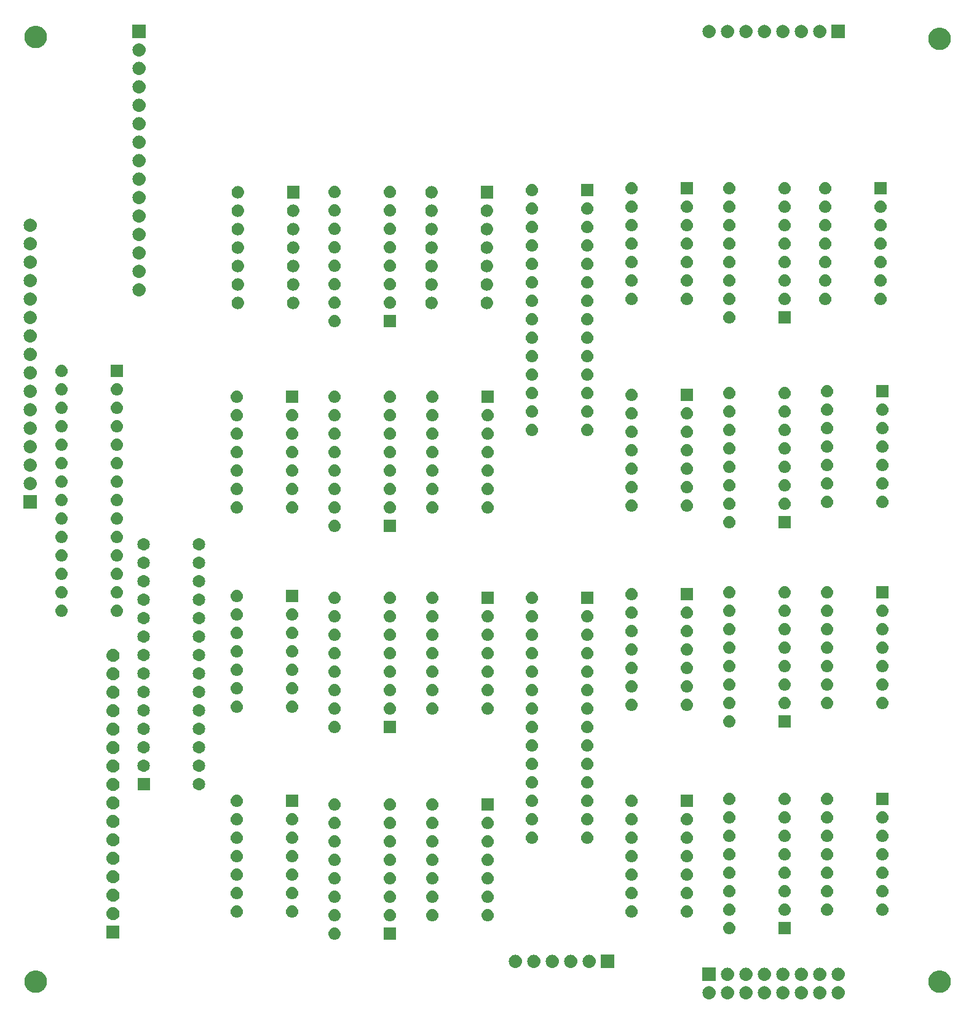
<source format=gbr>
G04 #@! TF.GenerationSoftware,KiCad,Pcbnew,(5.0.1-3-g963ef8bb5)*
G04 #@! TF.CreationDate,2019-04-09T02:40:33-05:00*
G04 #@! TF.ProjectId,SDMAY1932,53444D4159313933322E6B696361645F,rev?*
G04 #@! TF.SameCoordinates,Original*
G04 #@! TF.FileFunction,Soldermask,Bot*
G04 #@! TF.FilePolarity,Negative*
%FSLAX46Y46*%
G04 Gerber Fmt 4.6, Leading zero omitted, Abs format (unit mm)*
G04 Created by KiCad (PCBNEW (5.0.1-3-g963ef8bb5)) date Tuesday, April 09, 2019 at 02:40:33 AM*
%MOMM*%
%LPD*%
G01*
G04 APERTURE LIST*
%ADD10C,0.100000*%
G04 APERTURE END LIST*
D10*
G36*
X134984442Y-154807518D02*
X135050627Y-154814037D01*
X135163853Y-154848384D01*
X135220467Y-154865557D01*
X135308615Y-154912674D01*
X135376991Y-154949222D01*
X135412729Y-154978552D01*
X135514186Y-155061814D01*
X135597448Y-155163271D01*
X135626778Y-155199009D01*
X135626779Y-155199011D01*
X135710443Y-155355533D01*
X135710443Y-155355534D01*
X135761963Y-155525373D01*
X135779359Y-155702000D01*
X135761963Y-155878627D01*
X135727616Y-155991853D01*
X135710443Y-156048467D01*
X135636348Y-156187087D01*
X135626778Y-156204991D01*
X135597448Y-156240729D01*
X135514186Y-156342186D01*
X135412729Y-156425448D01*
X135376991Y-156454778D01*
X135376989Y-156454779D01*
X135220467Y-156538443D01*
X135163853Y-156555616D01*
X135050627Y-156589963D01*
X134984442Y-156596482D01*
X134918260Y-156603000D01*
X134829740Y-156603000D01*
X134763558Y-156596482D01*
X134697373Y-156589963D01*
X134584147Y-156555616D01*
X134527533Y-156538443D01*
X134371011Y-156454779D01*
X134371009Y-156454778D01*
X134335271Y-156425448D01*
X134233814Y-156342186D01*
X134150552Y-156240729D01*
X134121222Y-156204991D01*
X134111652Y-156187087D01*
X134037557Y-156048467D01*
X134020384Y-155991853D01*
X133986037Y-155878627D01*
X133968641Y-155702000D01*
X133986037Y-155525373D01*
X134037557Y-155355534D01*
X134037557Y-155355533D01*
X134121221Y-155199011D01*
X134121222Y-155199009D01*
X134150552Y-155163271D01*
X134233814Y-155061814D01*
X134335271Y-154978552D01*
X134371009Y-154949222D01*
X134439385Y-154912674D01*
X134527533Y-154865557D01*
X134584147Y-154848384D01*
X134697373Y-154814037D01*
X134763558Y-154807518D01*
X134829740Y-154801000D01*
X134918260Y-154801000D01*
X134984442Y-154807518D01*
X134984442Y-154807518D01*
G37*
G36*
X132444442Y-154807518D02*
X132510627Y-154814037D01*
X132623853Y-154848384D01*
X132680467Y-154865557D01*
X132768615Y-154912674D01*
X132836991Y-154949222D01*
X132872729Y-154978552D01*
X132974186Y-155061814D01*
X133057448Y-155163271D01*
X133086778Y-155199009D01*
X133086779Y-155199011D01*
X133170443Y-155355533D01*
X133170443Y-155355534D01*
X133221963Y-155525373D01*
X133239359Y-155702000D01*
X133221963Y-155878627D01*
X133187616Y-155991853D01*
X133170443Y-156048467D01*
X133096348Y-156187087D01*
X133086778Y-156204991D01*
X133057448Y-156240729D01*
X132974186Y-156342186D01*
X132872729Y-156425448D01*
X132836991Y-156454778D01*
X132836989Y-156454779D01*
X132680467Y-156538443D01*
X132623853Y-156555616D01*
X132510627Y-156589963D01*
X132444442Y-156596482D01*
X132378260Y-156603000D01*
X132289740Y-156603000D01*
X132223558Y-156596482D01*
X132157373Y-156589963D01*
X132044147Y-156555616D01*
X131987533Y-156538443D01*
X131831011Y-156454779D01*
X131831009Y-156454778D01*
X131795271Y-156425448D01*
X131693814Y-156342186D01*
X131610552Y-156240729D01*
X131581222Y-156204991D01*
X131571652Y-156187087D01*
X131497557Y-156048467D01*
X131480384Y-155991853D01*
X131446037Y-155878627D01*
X131428641Y-155702000D01*
X131446037Y-155525373D01*
X131497557Y-155355534D01*
X131497557Y-155355533D01*
X131581221Y-155199011D01*
X131581222Y-155199009D01*
X131610552Y-155163271D01*
X131693814Y-155061814D01*
X131795271Y-154978552D01*
X131831009Y-154949222D01*
X131899385Y-154912674D01*
X131987533Y-154865557D01*
X132044147Y-154848384D01*
X132157373Y-154814037D01*
X132223558Y-154807518D01*
X132289740Y-154801000D01*
X132378260Y-154801000D01*
X132444442Y-154807518D01*
X132444442Y-154807518D01*
G37*
G36*
X129904442Y-154807518D02*
X129970627Y-154814037D01*
X130083853Y-154848384D01*
X130140467Y-154865557D01*
X130228615Y-154912674D01*
X130296991Y-154949222D01*
X130332729Y-154978552D01*
X130434186Y-155061814D01*
X130517448Y-155163271D01*
X130546778Y-155199009D01*
X130546779Y-155199011D01*
X130630443Y-155355533D01*
X130630443Y-155355534D01*
X130681963Y-155525373D01*
X130699359Y-155702000D01*
X130681963Y-155878627D01*
X130647616Y-155991853D01*
X130630443Y-156048467D01*
X130556348Y-156187087D01*
X130546778Y-156204991D01*
X130517448Y-156240729D01*
X130434186Y-156342186D01*
X130332729Y-156425448D01*
X130296991Y-156454778D01*
X130296989Y-156454779D01*
X130140467Y-156538443D01*
X130083853Y-156555616D01*
X129970627Y-156589963D01*
X129904442Y-156596482D01*
X129838260Y-156603000D01*
X129749740Y-156603000D01*
X129683558Y-156596482D01*
X129617373Y-156589963D01*
X129504147Y-156555616D01*
X129447533Y-156538443D01*
X129291011Y-156454779D01*
X129291009Y-156454778D01*
X129255271Y-156425448D01*
X129153814Y-156342186D01*
X129070552Y-156240729D01*
X129041222Y-156204991D01*
X129031652Y-156187087D01*
X128957557Y-156048467D01*
X128940384Y-155991853D01*
X128906037Y-155878627D01*
X128888641Y-155702000D01*
X128906037Y-155525373D01*
X128957557Y-155355534D01*
X128957557Y-155355533D01*
X129041221Y-155199011D01*
X129041222Y-155199009D01*
X129070552Y-155163271D01*
X129153814Y-155061814D01*
X129255271Y-154978552D01*
X129291009Y-154949222D01*
X129359385Y-154912674D01*
X129447533Y-154865557D01*
X129504147Y-154848384D01*
X129617373Y-154814037D01*
X129683558Y-154807518D01*
X129749740Y-154801000D01*
X129838260Y-154801000D01*
X129904442Y-154807518D01*
X129904442Y-154807518D01*
G37*
G36*
X127364442Y-154807518D02*
X127430627Y-154814037D01*
X127543853Y-154848384D01*
X127600467Y-154865557D01*
X127688615Y-154912674D01*
X127756991Y-154949222D01*
X127792729Y-154978552D01*
X127894186Y-155061814D01*
X127977448Y-155163271D01*
X128006778Y-155199009D01*
X128006779Y-155199011D01*
X128090443Y-155355533D01*
X128090443Y-155355534D01*
X128141963Y-155525373D01*
X128159359Y-155702000D01*
X128141963Y-155878627D01*
X128107616Y-155991853D01*
X128090443Y-156048467D01*
X128016348Y-156187087D01*
X128006778Y-156204991D01*
X127977448Y-156240729D01*
X127894186Y-156342186D01*
X127792729Y-156425448D01*
X127756991Y-156454778D01*
X127756989Y-156454779D01*
X127600467Y-156538443D01*
X127543853Y-156555616D01*
X127430627Y-156589963D01*
X127364442Y-156596482D01*
X127298260Y-156603000D01*
X127209740Y-156603000D01*
X127143558Y-156596482D01*
X127077373Y-156589963D01*
X126964147Y-156555616D01*
X126907533Y-156538443D01*
X126751011Y-156454779D01*
X126751009Y-156454778D01*
X126715271Y-156425448D01*
X126613814Y-156342186D01*
X126530552Y-156240729D01*
X126501222Y-156204991D01*
X126491652Y-156187087D01*
X126417557Y-156048467D01*
X126400384Y-155991853D01*
X126366037Y-155878627D01*
X126348641Y-155702000D01*
X126366037Y-155525373D01*
X126417557Y-155355534D01*
X126417557Y-155355533D01*
X126501221Y-155199011D01*
X126501222Y-155199009D01*
X126530552Y-155163271D01*
X126613814Y-155061814D01*
X126715271Y-154978552D01*
X126751009Y-154949222D01*
X126819385Y-154912674D01*
X126907533Y-154865557D01*
X126964147Y-154848384D01*
X127077373Y-154814037D01*
X127143558Y-154807518D01*
X127209740Y-154801000D01*
X127298260Y-154801000D01*
X127364442Y-154807518D01*
X127364442Y-154807518D01*
G37*
G36*
X124824442Y-154807518D02*
X124890627Y-154814037D01*
X125003853Y-154848384D01*
X125060467Y-154865557D01*
X125148615Y-154912674D01*
X125216991Y-154949222D01*
X125252729Y-154978552D01*
X125354186Y-155061814D01*
X125437448Y-155163271D01*
X125466778Y-155199009D01*
X125466779Y-155199011D01*
X125550443Y-155355533D01*
X125550443Y-155355534D01*
X125601963Y-155525373D01*
X125619359Y-155702000D01*
X125601963Y-155878627D01*
X125567616Y-155991853D01*
X125550443Y-156048467D01*
X125476348Y-156187087D01*
X125466778Y-156204991D01*
X125437448Y-156240729D01*
X125354186Y-156342186D01*
X125252729Y-156425448D01*
X125216991Y-156454778D01*
X125216989Y-156454779D01*
X125060467Y-156538443D01*
X125003853Y-156555616D01*
X124890627Y-156589963D01*
X124824442Y-156596482D01*
X124758260Y-156603000D01*
X124669740Y-156603000D01*
X124603558Y-156596482D01*
X124537373Y-156589963D01*
X124424147Y-156555616D01*
X124367533Y-156538443D01*
X124211011Y-156454779D01*
X124211009Y-156454778D01*
X124175271Y-156425448D01*
X124073814Y-156342186D01*
X123990552Y-156240729D01*
X123961222Y-156204991D01*
X123951652Y-156187087D01*
X123877557Y-156048467D01*
X123860384Y-155991853D01*
X123826037Y-155878627D01*
X123808641Y-155702000D01*
X123826037Y-155525373D01*
X123877557Y-155355534D01*
X123877557Y-155355533D01*
X123961221Y-155199011D01*
X123961222Y-155199009D01*
X123990552Y-155163271D01*
X124073814Y-155061814D01*
X124175271Y-154978552D01*
X124211009Y-154949222D01*
X124279385Y-154912674D01*
X124367533Y-154865557D01*
X124424147Y-154848384D01*
X124537373Y-154814037D01*
X124603558Y-154807518D01*
X124669740Y-154801000D01*
X124758260Y-154801000D01*
X124824442Y-154807518D01*
X124824442Y-154807518D01*
G37*
G36*
X122284442Y-154807518D02*
X122350627Y-154814037D01*
X122463853Y-154848384D01*
X122520467Y-154865557D01*
X122608615Y-154912674D01*
X122676991Y-154949222D01*
X122712729Y-154978552D01*
X122814186Y-155061814D01*
X122897448Y-155163271D01*
X122926778Y-155199009D01*
X122926779Y-155199011D01*
X123010443Y-155355533D01*
X123010443Y-155355534D01*
X123061963Y-155525373D01*
X123079359Y-155702000D01*
X123061963Y-155878627D01*
X123027616Y-155991853D01*
X123010443Y-156048467D01*
X122936348Y-156187087D01*
X122926778Y-156204991D01*
X122897448Y-156240729D01*
X122814186Y-156342186D01*
X122712729Y-156425448D01*
X122676991Y-156454778D01*
X122676989Y-156454779D01*
X122520467Y-156538443D01*
X122463853Y-156555616D01*
X122350627Y-156589963D01*
X122284442Y-156596482D01*
X122218260Y-156603000D01*
X122129740Y-156603000D01*
X122063558Y-156596482D01*
X121997373Y-156589963D01*
X121884147Y-156555616D01*
X121827533Y-156538443D01*
X121671011Y-156454779D01*
X121671009Y-156454778D01*
X121635271Y-156425448D01*
X121533814Y-156342186D01*
X121450552Y-156240729D01*
X121421222Y-156204991D01*
X121411652Y-156187087D01*
X121337557Y-156048467D01*
X121320384Y-155991853D01*
X121286037Y-155878627D01*
X121268641Y-155702000D01*
X121286037Y-155525373D01*
X121337557Y-155355534D01*
X121337557Y-155355533D01*
X121421221Y-155199011D01*
X121421222Y-155199009D01*
X121450552Y-155163271D01*
X121533814Y-155061814D01*
X121635271Y-154978552D01*
X121671009Y-154949222D01*
X121739385Y-154912674D01*
X121827533Y-154865557D01*
X121884147Y-154848384D01*
X121997373Y-154814037D01*
X122063558Y-154807518D01*
X122129740Y-154801000D01*
X122218260Y-154801000D01*
X122284442Y-154807518D01*
X122284442Y-154807518D01*
G37*
G36*
X119744442Y-154807518D02*
X119810627Y-154814037D01*
X119923853Y-154848384D01*
X119980467Y-154865557D01*
X120068615Y-154912674D01*
X120136991Y-154949222D01*
X120172729Y-154978552D01*
X120274186Y-155061814D01*
X120357448Y-155163271D01*
X120386778Y-155199009D01*
X120386779Y-155199011D01*
X120470443Y-155355533D01*
X120470443Y-155355534D01*
X120521963Y-155525373D01*
X120539359Y-155702000D01*
X120521963Y-155878627D01*
X120487616Y-155991853D01*
X120470443Y-156048467D01*
X120396348Y-156187087D01*
X120386778Y-156204991D01*
X120357448Y-156240729D01*
X120274186Y-156342186D01*
X120172729Y-156425448D01*
X120136991Y-156454778D01*
X120136989Y-156454779D01*
X119980467Y-156538443D01*
X119923853Y-156555616D01*
X119810627Y-156589963D01*
X119744442Y-156596482D01*
X119678260Y-156603000D01*
X119589740Y-156603000D01*
X119523558Y-156596482D01*
X119457373Y-156589963D01*
X119344147Y-156555616D01*
X119287533Y-156538443D01*
X119131011Y-156454779D01*
X119131009Y-156454778D01*
X119095271Y-156425448D01*
X118993814Y-156342186D01*
X118910552Y-156240729D01*
X118881222Y-156204991D01*
X118871652Y-156187087D01*
X118797557Y-156048467D01*
X118780384Y-155991853D01*
X118746037Y-155878627D01*
X118728641Y-155702000D01*
X118746037Y-155525373D01*
X118797557Y-155355534D01*
X118797557Y-155355533D01*
X118881221Y-155199011D01*
X118881222Y-155199009D01*
X118910552Y-155163271D01*
X118993814Y-155061814D01*
X119095271Y-154978552D01*
X119131009Y-154949222D01*
X119199385Y-154912674D01*
X119287533Y-154865557D01*
X119344147Y-154848384D01*
X119457373Y-154814037D01*
X119523558Y-154807518D01*
X119589740Y-154801000D01*
X119678260Y-154801000D01*
X119744442Y-154807518D01*
X119744442Y-154807518D01*
G37*
G36*
X117204442Y-154807518D02*
X117270627Y-154814037D01*
X117383853Y-154848384D01*
X117440467Y-154865557D01*
X117528615Y-154912674D01*
X117596991Y-154949222D01*
X117632729Y-154978552D01*
X117734186Y-155061814D01*
X117817448Y-155163271D01*
X117846778Y-155199009D01*
X117846779Y-155199011D01*
X117930443Y-155355533D01*
X117930443Y-155355534D01*
X117981963Y-155525373D01*
X117999359Y-155702000D01*
X117981963Y-155878627D01*
X117947616Y-155991853D01*
X117930443Y-156048467D01*
X117856348Y-156187087D01*
X117846778Y-156204991D01*
X117817448Y-156240729D01*
X117734186Y-156342186D01*
X117632729Y-156425448D01*
X117596991Y-156454778D01*
X117596989Y-156454779D01*
X117440467Y-156538443D01*
X117383853Y-156555616D01*
X117270627Y-156589963D01*
X117204442Y-156596482D01*
X117138260Y-156603000D01*
X117049740Y-156603000D01*
X116983558Y-156596482D01*
X116917373Y-156589963D01*
X116804147Y-156555616D01*
X116747533Y-156538443D01*
X116591011Y-156454779D01*
X116591009Y-156454778D01*
X116555271Y-156425448D01*
X116453814Y-156342186D01*
X116370552Y-156240729D01*
X116341222Y-156204991D01*
X116331652Y-156187087D01*
X116257557Y-156048467D01*
X116240384Y-155991853D01*
X116206037Y-155878627D01*
X116188641Y-155702000D01*
X116206037Y-155525373D01*
X116257557Y-155355534D01*
X116257557Y-155355533D01*
X116341221Y-155199011D01*
X116341222Y-155199009D01*
X116370552Y-155163271D01*
X116453814Y-155061814D01*
X116555271Y-154978552D01*
X116591009Y-154949222D01*
X116659385Y-154912674D01*
X116747533Y-154865557D01*
X116804147Y-154848384D01*
X116917373Y-154814037D01*
X116983558Y-154807518D01*
X117049740Y-154801000D01*
X117138260Y-154801000D01*
X117204442Y-154807518D01*
X117204442Y-154807518D01*
G37*
G36*
X24736527Y-152666736D02*
X24836410Y-152686604D01*
X25118674Y-152803521D01*
X25372705Y-152973259D01*
X25588741Y-153189295D01*
X25758479Y-153443326D01*
X25875396Y-153725590D01*
X25935000Y-154025240D01*
X25935000Y-154330760D01*
X25875396Y-154630410D01*
X25758479Y-154912674D01*
X25588741Y-155166705D01*
X25372705Y-155382741D01*
X25118674Y-155552479D01*
X24836410Y-155669396D01*
X24736527Y-155689264D01*
X24536762Y-155729000D01*
X24231238Y-155729000D01*
X24031473Y-155689264D01*
X23931590Y-155669396D01*
X23649326Y-155552479D01*
X23395295Y-155382741D01*
X23179259Y-155166705D01*
X23009521Y-154912674D01*
X22892604Y-154630410D01*
X22833000Y-154330760D01*
X22833000Y-154025240D01*
X22892604Y-153725590D01*
X23009521Y-153443326D01*
X23179259Y-153189295D01*
X23395295Y-152973259D01*
X23649326Y-152803521D01*
X23931590Y-152686604D01*
X24031473Y-152666736D01*
X24231238Y-152627000D01*
X24536762Y-152627000D01*
X24736527Y-152666736D01*
X24736527Y-152666736D01*
G37*
G36*
X149196527Y-152666736D02*
X149296410Y-152686604D01*
X149578674Y-152803521D01*
X149832705Y-152973259D01*
X150048741Y-153189295D01*
X150218479Y-153443326D01*
X150335396Y-153725590D01*
X150395000Y-154025240D01*
X150395000Y-154330760D01*
X150335396Y-154630410D01*
X150218479Y-154912674D01*
X150048741Y-155166705D01*
X149832705Y-155382741D01*
X149578674Y-155552479D01*
X149296410Y-155669396D01*
X149196527Y-155689264D01*
X148996762Y-155729000D01*
X148691238Y-155729000D01*
X148491473Y-155689264D01*
X148391590Y-155669396D01*
X148109326Y-155552479D01*
X147855295Y-155382741D01*
X147639259Y-155166705D01*
X147469521Y-154912674D01*
X147352604Y-154630410D01*
X147293000Y-154330760D01*
X147293000Y-154025240D01*
X147352604Y-153725590D01*
X147469521Y-153443326D01*
X147639259Y-153189295D01*
X147855295Y-152973259D01*
X148109326Y-152803521D01*
X148391590Y-152686604D01*
X148491473Y-152666736D01*
X148691238Y-152627000D01*
X148996762Y-152627000D01*
X149196527Y-152666736D01*
X149196527Y-152666736D01*
G37*
G36*
X124824443Y-152267519D02*
X124890627Y-152274037D01*
X125003853Y-152308384D01*
X125060467Y-152325557D01*
X125199087Y-152399652D01*
X125216991Y-152409222D01*
X125252729Y-152438552D01*
X125354186Y-152521814D01*
X125437448Y-152623271D01*
X125466778Y-152659009D01*
X125466779Y-152659011D01*
X125550443Y-152815533D01*
X125550443Y-152815534D01*
X125601963Y-152985373D01*
X125619359Y-153162000D01*
X125601963Y-153338627D01*
X125570203Y-153443326D01*
X125550443Y-153508467D01*
X125476348Y-153647087D01*
X125466778Y-153664991D01*
X125437448Y-153700729D01*
X125354186Y-153802186D01*
X125252729Y-153885448D01*
X125216991Y-153914778D01*
X125216989Y-153914779D01*
X125060467Y-153998443D01*
X125003853Y-154015616D01*
X124890627Y-154049963D01*
X124824442Y-154056482D01*
X124758260Y-154063000D01*
X124669740Y-154063000D01*
X124603558Y-154056482D01*
X124537373Y-154049963D01*
X124424147Y-154015616D01*
X124367533Y-153998443D01*
X124211011Y-153914779D01*
X124211009Y-153914778D01*
X124175271Y-153885448D01*
X124073814Y-153802186D01*
X123990552Y-153700729D01*
X123961222Y-153664991D01*
X123951652Y-153647087D01*
X123877557Y-153508467D01*
X123857797Y-153443326D01*
X123826037Y-153338627D01*
X123808641Y-153162000D01*
X123826037Y-152985373D01*
X123877557Y-152815534D01*
X123877557Y-152815533D01*
X123961221Y-152659011D01*
X123961222Y-152659009D01*
X123990552Y-152623271D01*
X124073814Y-152521814D01*
X124175271Y-152438552D01*
X124211009Y-152409222D01*
X124228913Y-152399652D01*
X124367533Y-152325557D01*
X124424147Y-152308384D01*
X124537373Y-152274037D01*
X124603557Y-152267519D01*
X124669740Y-152261000D01*
X124758260Y-152261000D01*
X124824443Y-152267519D01*
X124824443Y-152267519D01*
G37*
G36*
X122284443Y-152267519D02*
X122350627Y-152274037D01*
X122463853Y-152308384D01*
X122520467Y-152325557D01*
X122659087Y-152399652D01*
X122676991Y-152409222D01*
X122712729Y-152438552D01*
X122814186Y-152521814D01*
X122897448Y-152623271D01*
X122926778Y-152659009D01*
X122926779Y-152659011D01*
X123010443Y-152815533D01*
X123010443Y-152815534D01*
X123061963Y-152985373D01*
X123079359Y-153162000D01*
X123061963Y-153338627D01*
X123030203Y-153443326D01*
X123010443Y-153508467D01*
X122936348Y-153647087D01*
X122926778Y-153664991D01*
X122897448Y-153700729D01*
X122814186Y-153802186D01*
X122712729Y-153885448D01*
X122676991Y-153914778D01*
X122676989Y-153914779D01*
X122520467Y-153998443D01*
X122463853Y-154015616D01*
X122350627Y-154049963D01*
X122284442Y-154056482D01*
X122218260Y-154063000D01*
X122129740Y-154063000D01*
X122063558Y-154056482D01*
X121997373Y-154049963D01*
X121884147Y-154015616D01*
X121827533Y-153998443D01*
X121671011Y-153914779D01*
X121671009Y-153914778D01*
X121635271Y-153885448D01*
X121533814Y-153802186D01*
X121450552Y-153700729D01*
X121421222Y-153664991D01*
X121411652Y-153647087D01*
X121337557Y-153508467D01*
X121317797Y-153443326D01*
X121286037Y-153338627D01*
X121268641Y-153162000D01*
X121286037Y-152985373D01*
X121337557Y-152815534D01*
X121337557Y-152815533D01*
X121421221Y-152659011D01*
X121421222Y-152659009D01*
X121450552Y-152623271D01*
X121533814Y-152521814D01*
X121635271Y-152438552D01*
X121671009Y-152409222D01*
X121688913Y-152399652D01*
X121827533Y-152325557D01*
X121884147Y-152308384D01*
X121997373Y-152274037D01*
X122063557Y-152267519D01*
X122129740Y-152261000D01*
X122218260Y-152261000D01*
X122284443Y-152267519D01*
X122284443Y-152267519D01*
G37*
G36*
X119744443Y-152267519D02*
X119810627Y-152274037D01*
X119923853Y-152308384D01*
X119980467Y-152325557D01*
X120119087Y-152399652D01*
X120136991Y-152409222D01*
X120172729Y-152438552D01*
X120274186Y-152521814D01*
X120357448Y-152623271D01*
X120386778Y-152659009D01*
X120386779Y-152659011D01*
X120470443Y-152815533D01*
X120470443Y-152815534D01*
X120521963Y-152985373D01*
X120539359Y-153162000D01*
X120521963Y-153338627D01*
X120490203Y-153443326D01*
X120470443Y-153508467D01*
X120396348Y-153647087D01*
X120386778Y-153664991D01*
X120357448Y-153700729D01*
X120274186Y-153802186D01*
X120172729Y-153885448D01*
X120136991Y-153914778D01*
X120136989Y-153914779D01*
X119980467Y-153998443D01*
X119923853Y-154015616D01*
X119810627Y-154049963D01*
X119744442Y-154056482D01*
X119678260Y-154063000D01*
X119589740Y-154063000D01*
X119523558Y-154056482D01*
X119457373Y-154049963D01*
X119344147Y-154015616D01*
X119287533Y-153998443D01*
X119131011Y-153914779D01*
X119131009Y-153914778D01*
X119095271Y-153885448D01*
X118993814Y-153802186D01*
X118910552Y-153700729D01*
X118881222Y-153664991D01*
X118871652Y-153647087D01*
X118797557Y-153508467D01*
X118777797Y-153443326D01*
X118746037Y-153338627D01*
X118728641Y-153162000D01*
X118746037Y-152985373D01*
X118797557Y-152815534D01*
X118797557Y-152815533D01*
X118881221Y-152659011D01*
X118881222Y-152659009D01*
X118910552Y-152623271D01*
X118993814Y-152521814D01*
X119095271Y-152438552D01*
X119131009Y-152409222D01*
X119148913Y-152399652D01*
X119287533Y-152325557D01*
X119344147Y-152308384D01*
X119457373Y-152274037D01*
X119523557Y-152267519D01*
X119589740Y-152261000D01*
X119678260Y-152261000D01*
X119744443Y-152267519D01*
X119744443Y-152267519D01*
G37*
G36*
X117995000Y-154063000D02*
X116193000Y-154063000D01*
X116193000Y-152261000D01*
X117995000Y-152261000D01*
X117995000Y-154063000D01*
X117995000Y-154063000D01*
G37*
G36*
X134984443Y-152267519D02*
X135050627Y-152274037D01*
X135163853Y-152308384D01*
X135220467Y-152325557D01*
X135359087Y-152399652D01*
X135376991Y-152409222D01*
X135412729Y-152438552D01*
X135514186Y-152521814D01*
X135597448Y-152623271D01*
X135626778Y-152659009D01*
X135626779Y-152659011D01*
X135710443Y-152815533D01*
X135710443Y-152815534D01*
X135761963Y-152985373D01*
X135779359Y-153162000D01*
X135761963Y-153338627D01*
X135730203Y-153443326D01*
X135710443Y-153508467D01*
X135636348Y-153647087D01*
X135626778Y-153664991D01*
X135597448Y-153700729D01*
X135514186Y-153802186D01*
X135412729Y-153885448D01*
X135376991Y-153914778D01*
X135376989Y-153914779D01*
X135220467Y-153998443D01*
X135163853Y-154015616D01*
X135050627Y-154049963D01*
X134984442Y-154056482D01*
X134918260Y-154063000D01*
X134829740Y-154063000D01*
X134763558Y-154056482D01*
X134697373Y-154049963D01*
X134584147Y-154015616D01*
X134527533Y-153998443D01*
X134371011Y-153914779D01*
X134371009Y-153914778D01*
X134335271Y-153885448D01*
X134233814Y-153802186D01*
X134150552Y-153700729D01*
X134121222Y-153664991D01*
X134111652Y-153647087D01*
X134037557Y-153508467D01*
X134017797Y-153443326D01*
X133986037Y-153338627D01*
X133968641Y-153162000D01*
X133986037Y-152985373D01*
X134037557Y-152815534D01*
X134037557Y-152815533D01*
X134121221Y-152659011D01*
X134121222Y-152659009D01*
X134150552Y-152623271D01*
X134233814Y-152521814D01*
X134335271Y-152438552D01*
X134371009Y-152409222D01*
X134388913Y-152399652D01*
X134527533Y-152325557D01*
X134584147Y-152308384D01*
X134697373Y-152274037D01*
X134763557Y-152267519D01*
X134829740Y-152261000D01*
X134918260Y-152261000D01*
X134984443Y-152267519D01*
X134984443Y-152267519D01*
G37*
G36*
X132444443Y-152267519D02*
X132510627Y-152274037D01*
X132623853Y-152308384D01*
X132680467Y-152325557D01*
X132819087Y-152399652D01*
X132836991Y-152409222D01*
X132872729Y-152438552D01*
X132974186Y-152521814D01*
X133057448Y-152623271D01*
X133086778Y-152659009D01*
X133086779Y-152659011D01*
X133170443Y-152815533D01*
X133170443Y-152815534D01*
X133221963Y-152985373D01*
X133239359Y-153162000D01*
X133221963Y-153338627D01*
X133190203Y-153443326D01*
X133170443Y-153508467D01*
X133096348Y-153647087D01*
X133086778Y-153664991D01*
X133057448Y-153700729D01*
X132974186Y-153802186D01*
X132872729Y-153885448D01*
X132836991Y-153914778D01*
X132836989Y-153914779D01*
X132680467Y-153998443D01*
X132623853Y-154015616D01*
X132510627Y-154049963D01*
X132444442Y-154056482D01*
X132378260Y-154063000D01*
X132289740Y-154063000D01*
X132223558Y-154056482D01*
X132157373Y-154049963D01*
X132044147Y-154015616D01*
X131987533Y-153998443D01*
X131831011Y-153914779D01*
X131831009Y-153914778D01*
X131795271Y-153885448D01*
X131693814Y-153802186D01*
X131610552Y-153700729D01*
X131581222Y-153664991D01*
X131571652Y-153647087D01*
X131497557Y-153508467D01*
X131477797Y-153443326D01*
X131446037Y-153338627D01*
X131428641Y-153162000D01*
X131446037Y-152985373D01*
X131497557Y-152815534D01*
X131497557Y-152815533D01*
X131581221Y-152659011D01*
X131581222Y-152659009D01*
X131610552Y-152623271D01*
X131693814Y-152521814D01*
X131795271Y-152438552D01*
X131831009Y-152409222D01*
X131848913Y-152399652D01*
X131987533Y-152325557D01*
X132044147Y-152308384D01*
X132157373Y-152274037D01*
X132223557Y-152267519D01*
X132289740Y-152261000D01*
X132378260Y-152261000D01*
X132444443Y-152267519D01*
X132444443Y-152267519D01*
G37*
G36*
X127364443Y-152267519D02*
X127430627Y-152274037D01*
X127543853Y-152308384D01*
X127600467Y-152325557D01*
X127739087Y-152399652D01*
X127756991Y-152409222D01*
X127792729Y-152438552D01*
X127894186Y-152521814D01*
X127977448Y-152623271D01*
X128006778Y-152659009D01*
X128006779Y-152659011D01*
X128090443Y-152815533D01*
X128090443Y-152815534D01*
X128141963Y-152985373D01*
X128159359Y-153162000D01*
X128141963Y-153338627D01*
X128110203Y-153443326D01*
X128090443Y-153508467D01*
X128016348Y-153647087D01*
X128006778Y-153664991D01*
X127977448Y-153700729D01*
X127894186Y-153802186D01*
X127792729Y-153885448D01*
X127756991Y-153914778D01*
X127756989Y-153914779D01*
X127600467Y-153998443D01*
X127543853Y-154015616D01*
X127430627Y-154049963D01*
X127364442Y-154056482D01*
X127298260Y-154063000D01*
X127209740Y-154063000D01*
X127143558Y-154056482D01*
X127077373Y-154049963D01*
X126964147Y-154015616D01*
X126907533Y-153998443D01*
X126751011Y-153914779D01*
X126751009Y-153914778D01*
X126715271Y-153885448D01*
X126613814Y-153802186D01*
X126530552Y-153700729D01*
X126501222Y-153664991D01*
X126491652Y-153647087D01*
X126417557Y-153508467D01*
X126397797Y-153443326D01*
X126366037Y-153338627D01*
X126348641Y-153162000D01*
X126366037Y-152985373D01*
X126417557Y-152815534D01*
X126417557Y-152815533D01*
X126501221Y-152659011D01*
X126501222Y-152659009D01*
X126530552Y-152623271D01*
X126613814Y-152521814D01*
X126715271Y-152438552D01*
X126751009Y-152409222D01*
X126768913Y-152399652D01*
X126907533Y-152325557D01*
X126964147Y-152308384D01*
X127077373Y-152274037D01*
X127143557Y-152267519D01*
X127209740Y-152261000D01*
X127298260Y-152261000D01*
X127364443Y-152267519D01*
X127364443Y-152267519D01*
G37*
G36*
X129904443Y-152267519D02*
X129970627Y-152274037D01*
X130083853Y-152308384D01*
X130140467Y-152325557D01*
X130279087Y-152399652D01*
X130296991Y-152409222D01*
X130332729Y-152438552D01*
X130434186Y-152521814D01*
X130517448Y-152623271D01*
X130546778Y-152659009D01*
X130546779Y-152659011D01*
X130630443Y-152815533D01*
X130630443Y-152815534D01*
X130681963Y-152985373D01*
X130699359Y-153162000D01*
X130681963Y-153338627D01*
X130650203Y-153443326D01*
X130630443Y-153508467D01*
X130556348Y-153647087D01*
X130546778Y-153664991D01*
X130517448Y-153700729D01*
X130434186Y-153802186D01*
X130332729Y-153885448D01*
X130296991Y-153914778D01*
X130296989Y-153914779D01*
X130140467Y-153998443D01*
X130083853Y-154015616D01*
X129970627Y-154049963D01*
X129904442Y-154056482D01*
X129838260Y-154063000D01*
X129749740Y-154063000D01*
X129683558Y-154056482D01*
X129617373Y-154049963D01*
X129504147Y-154015616D01*
X129447533Y-153998443D01*
X129291011Y-153914779D01*
X129291009Y-153914778D01*
X129255271Y-153885448D01*
X129153814Y-153802186D01*
X129070552Y-153700729D01*
X129041222Y-153664991D01*
X129031652Y-153647087D01*
X128957557Y-153508467D01*
X128937797Y-153443326D01*
X128906037Y-153338627D01*
X128888641Y-153162000D01*
X128906037Y-152985373D01*
X128957557Y-152815534D01*
X128957557Y-152815533D01*
X129041221Y-152659011D01*
X129041222Y-152659009D01*
X129070552Y-152623271D01*
X129153814Y-152521814D01*
X129255271Y-152438552D01*
X129291009Y-152409222D01*
X129308913Y-152399652D01*
X129447533Y-152325557D01*
X129504147Y-152308384D01*
X129617373Y-152274037D01*
X129683557Y-152267519D01*
X129749740Y-152261000D01*
X129838260Y-152261000D01*
X129904443Y-152267519D01*
X129904443Y-152267519D01*
G37*
G36*
X95614442Y-150489518D02*
X95680627Y-150496037D01*
X95793853Y-150530384D01*
X95850467Y-150547557D01*
X95989087Y-150621652D01*
X96006991Y-150631222D01*
X96042729Y-150660552D01*
X96144186Y-150743814D01*
X96227448Y-150845271D01*
X96256778Y-150881009D01*
X96256779Y-150881011D01*
X96340443Y-151037533D01*
X96340443Y-151037534D01*
X96391963Y-151207373D01*
X96409359Y-151384000D01*
X96391963Y-151560627D01*
X96357616Y-151673853D01*
X96340443Y-151730467D01*
X96266348Y-151869087D01*
X96256778Y-151886991D01*
X96227448Y-151922729D01*
X96144186Y-152024186D01*
X96042729Y-152107448D01*
X96006991Y-152136778D01*
X96006989Y-152136779D01*
X95850467Y-152220443D01*
X95793853Y-152237616D01*
X95680627Y-152271963D01*
X95614443Y-152278481D01*
X95548260Y-152285000D01*
X95459740Y-152285000D01*
X95393557Y-152278481D01*
X95327373Y-152271963D01*
X95214147Y-152237616D01*
X95157533Y-152220443D01*
X95001011Y-152136779D01*
X95001009Y-152136778D01*
X94965271Y-152107448D01*
X94863814Y-152024186D01*
X94780552Y-151922729D01*
X94751222Y-151886991D01*
X94741652Y-151869087D01*
X94667557Y-151730467D01*
X94650384Y-151673853D01*
X94616037Y-151560627D01*
X94598641Y-151384000D01*
X94616037Y-151207373D01*
X94667557Y-151037534D01*
X94667557Y-151037533D01*
X94751221Y-150881011D01*
X94751222Y-150881009D01*
X94780552Y-150845271D01*
X94863814Y-150743814D01*
X94965271Y-150660552D01*
X95001009Y-150631222D01*
X95018913Y-150621652D01*
X95157533Y-150547557D01*
X95214147Y-150530384D01*
X95327373Y-150496037D01*
X95393558Y-150489518D01*
X95459740Y-150483000D01*
X95548260Y-150483000D01*
X95614442Y-150489518D01*
X95614442Y-150489518D01*
G37*
G36*
X98154442Y-150489518D02*
X98220627Y-150496037D01*
X98333853Y-150530384D01*
X98390467Y-150547557D01*
X98529087Y-150621652D01*
X98546991Y-150631222D01*
X98582729Y-150660552D01*
X98684186Y-150743814D01*
X98767448Y-150845271D01*
X98796778Y-150881009D01*
X98796779Y-150881011D01*
X98880443Y-151037533D01*
X98880443Y-151037534D01*
X98931963Y-151207373D01*
X98949359Y-151384000D01*
X98931963Y-151560627D01*
X98897616Y-151673853D01*
X98880443Y-151730467D01*
X98806348Y-151869087D01*
X98796778Y-151886991D01*
X98767448Y-151922729D01*
X98684186Y-152024186D01*
X98582729Y-152107448D01*
X98546991Y-152136778D01*
X98546989Y-152136779D01*
X98390467Y-152220443D01*
X98333853Y-152237616D01*
X98220627Y-152271963D01*
X98154443Y-152278481D01*
X98088260Y-152285000D01*
X97999740Y-152285000D01*
X97933557Y-152278481D01*
X97867373Y-152271963D01*
X97754147Y-152237616D01*
X97697533Y-152220443D01*
X97541011Y-152136779D01*
X97541009Y-152136778D01*
X97505271Y-152107448D01*
X97403814Y-152024186D01*
X97320552Y-151922729D01*
X97291222Y-151886991D01*
X97281652Y-151869087D01*
X97207557Y-151730467D01*
X97190384Y-151673853D01*
X97156037Y-151560627D01*
X97138641Y-151384000D01*
X97156037Y-151207373D01*
X97207557Y-151037534D01*
X97207557Y-151037533D01*
X97291221Y-150881011D01*
X97291222Y-150881009D01*
X97320552Y-150845271D01*
X97403814Y-150743814D01*
X97505271Y-150660552D01*
X97541009Y-150631222D01*
X97558913Y-150621652D01*
X97697533Y-150547557D01*
X97754147Y-150530384D01*
X97867373Y-150496037D01*
X97933558Y-150489518D01*
X97999740Y-150483000D01*
X98088260Y-150483000D01*
X98154442Y-150489518D01*
X98154442Y-150489518D01*
G37*
G36*
X100694442Y-150489518D02*
X100760627Y-150496037D01*
X100873853Y-150530384D01*
X100930467Y-150547557D01*
X101069087Y-150621652D01*
X101086991Y-150631222D01*
X101122729Y-150660552D01*
X101224186Y-150743814D01*
X101307448Y-150845271D01*
X101336778Y-150881009D01*
X101336779Y-150881011D01*
X101420443Y-151037533D01*
X101420443Y-151037534D01*
X101471963Y-151207373D01*
X101489359Y-151384000D01*
X101471963Y-151560627D01*
X101437616Y-151673853D01*
X101420443Y-151730467D01*
X101346348Y-151869087D01*
X101336778Y-151886991D01*
X101307448Y-151922729D01*
X101224186Y-152024186D01*
X101122729Y-152107448D01*
X101086991Y-152136778D01*
X101086989Y-152136779D01*
X100930467Y-152220443D01*
X100873853Y-152237616D01*
X100760627Y-152271963D01*
X100694443Y-152278481D01*
X100628260Y-152285000D01*
X100539740Y-152285000D01*
X100473557Y-152278481D01*
X100407373Y-152271963D01*
X100294147Y-152237616D01*
X100237533Y-152220443D01*
X100081011Y-152136779D01*
X100081009Y-152136778D01*
X100045271Y-152107448D01*
X99943814Y-152024186D01*
X99860552Y-151922729D01*
X99831222Y-151886991D01*
X99821652Y-151869087D01*
X99747557Y-151730467D01*
X99730384Y-151673853D01*
X99696037Y-151560627D01*
X99678641Y-151384000D01*
X99696037Y-151207373D01*
X99747557Y-151037534D01*
X99747557Y-151037533D01*
X99831221Y-150881011D01*
X99831222Y-150881009D01*
X99860552Y-150845271D01*
X99943814Y-150743814D01*
X100045271Y-150660552D01*
X100081009Y-150631222D01*
X100098913Y-150621652D01*
X100237533Y-150547557D01*
X100294147Y-150530384D01*
X100407373Y-150496037D01*
X100473558Y-150489518D01*
X100539740Y-150483000D01*
X100628260Y-150483000D01*
X100694442Y-150489518D01*
X100694442Y-150489518D01*
G37*
G36*
X104025000Y-152285000D02*
X102223000Y-152285000D01*
X102223000Y-150483000D01*
X104025000Y-150483000D01*
X104025000Y-152285000D01*
X104025000Y-152285000D01*
G37*
G36*
X90534442Y-150489518D02*
X90600627Y-150496037D01*
X90713853Y-150530384D01*
X90770467Y-150547557D01*
X90909087Y-150621652D01*
X90926991Y-150631222D01*
X90962729Y-150660552D01*
X91064186Y-150743814D01*
X91147448Y-150845271D01*
X91176778Y-150881009D01*
X91176779Y-150881011D01*
X91260443Y-151037533D01*
X91260443Y-151037534D01*
X91311963Y-151207373D01*
X91329359Y-151384000D01*
X91311963Y-151560627D01*
X91277616Y-151673853D01*
X91260443Y-151730467D01*
X91186348Y-151869087D01*
X91176778Y-151886991D01*
X91147448Y-151922729D01*
X91064186Y-152024186D01*
X90962729Y-152107448D01*
X90926991Y-152136778D01*
X90926989Y-152136779D01*
X90770467Y-152220443D01*
X90713853Y-152237616D01*
X90600627Y-152271963D01*
X90534443Y-152278481D01*
X90468260Y-152285000D01*
X90379740Y-152285000D01*
X90313557Y-152278481D01*
X90247373Y-152271963D01*
X90134147Y-152237616D01*
X90077533Y-152220443D01*
X89921011Y-152136779D01*
X89921009Y-152136778D01*
X89885271Y-152107448D01*
X89783814Y-152024186D01*
X89700552Y-151922729D01*
X89671222Y-151886991D01*
X89661652Y-151869087D01*
X89587557Y-151730467D01*
X89570384Y-151673853D01*
X89536037Y-151560627D01*
X89518641Y-151384000D01*
X89536037Y-151207373D01*
X89587557Y-151037534D01*
X89587557Y-151037533D01*
X89671221Y-150881011D01*
X89671222Y-150881009D01*
X89700552Y-150845271D01*
X89783814Y-150743814D01*
X89885271Y-150660552D01*
X89921009Y-150631222D01*
X89938913Y-150621652D01*
X90077533Y-150547557D01*
X90134147Y-150530384D01*
X90247373Y-150496037D01*
X90313558Y-150489518D01*
X90379740Y-150483000D01*
X90468260Y-150483000D01*
X90534442Y-150489518D01*
X90534442Y-150489518D01*
G37*
G36*
X93074442Y-150489518D02*
X93140627Y-150496037D01*
X93253853Y-150530384D01*
X93310467Y-150547557D01*
X93449087Y-150621652D01*
X93466991Y-150631222D01*
X93502729Y-150660552D01*
X93604186Y-150743814D01*
X93687448Y-150845271D01*
X93716778Y-150881009D01*
X93716779Y-150881011D01*
X93800443Y-151037533D01*
X93800443Y-151037534D01*
X93851963Y-151207373D01*
X93869359Y-151384000D01*
X93851963Y-151560627D01*
X93817616Y-151673853D01*
X93800443Y-151730467D01*
X93726348Y-151869087D01*
X93716778Y-151886991D01*
X93687448Y-151922729D01*
X93604186Y-152024186D01*
X93502729Y-152107448D01*
X93466991Y-152136778D01*
X93466989Y-152136779D01*
X93310467Y-152220443D01*
X93253853Y-152237616D01*
X93140627Y-152271963D01*
X93074443Y-152278481D01*
X93008260Y-152285000D01*
X92919740Y-152285000D01*
X92853557Y-152278481D01*
X92787373Y-152271963D01*
X92674147Y-152237616D01*
X92617533Y-152220443D01*
X92461011Y-152136779D01*
X92461009Y-152136778D01*
X92425271Y-152107448D01*
X92323814Y-152024186D01*
X92240552Y-151922729D01*
X92211222Y-151886991D01*
X92201652Y-151869087D01*
X92127557Y-151730467D01*
X92110384Y-151673853D01*
X92076037Y-151560627D01*
X92058641Y-151384000D01*
X92076037Y-151207373D01*
X92127557Y-151037534D01*
X92127557Y-151037533D01*
X92211221Y-150881011D01*
X92211222Y-150881009D01*
X92240552Y-150845271D01*
X92323814Y-150743814D01*
X92425271Y-150660552D01*
X92461009Y-150631222D01*
X92478913Y-150621652D01*
X92617533Y-150547557D01*
X92674147Y-150530384D01*
X92787373Y-150496037D01*
X92853558Y-150489518D01*
X92919740Y-150483000D01*
X93008260Y-150483000D01*
X93074442Y-150489518D01*
X93074442Y-150489518D01*
G37*
G36*
X65698821Y-146735313D02*
X65698824Y-146735314D01*
X65698825Y-146735314D01*
X65859239Y-146783975D01*
X65859241Y-146783976D01*
X65859244Y-146783977D01*
X66007078Y-146862995D01*
X66136659Y-146969341D01*
X66243005Y-147098922D01*
X66322023Y-147246756D01*
X66370687Y-147407179D01*
X66387117Y-147574000D01*
X66370687Y-147740821D01*
X66322023Y-147901244D01*
X66243005Y-148049078D01*
X66136659Y-148178659D01*
X66007078Y-148285005D01*
X65859244Y-148364023D01*
X65859241Y-148364024D01*
X65859239Y-148364025D01*
X65698825Y-148412686D01*
X65698824Y-148412686D01*
X65698821Y-148412687D01*
X65573804Y-148425000D01*
X65490196Y-148425000D01*
X65365179Y-148412687D01*
X65365176Y-148412686D01*
X65365175Y-148412686D01*
X65204761Y-148364025D01*
X65204759Y-148364024D01*
X65204756Y-148364023D01*
X65056922Y-148285005D01*
X64927341Y-148178659D01*
X64820995Y-148049078D01*
X64741977Y-147901244D01*
X64693313Y-147740821D01*
X64676883Y-147574000D01*
X64693313Y-147407179D01*
X64741977Y-147246756D01*
X64820995Y-147098922D01*
X64927341Y-146969341D01*
X65056922Y-146862995D01*
X65204756Y-146783977D01*
X65204759Y-146783976D01*
X65204761Y-146783975D01*
X65365175Y-146735314D01*
X65365176Y-146735314D01*
X65365179Y-146735313D01*
X65490196Y-146723000D01*
X65573804Y-146723000D01*
X65698821Y-146735313D01*
X65698821Y-146735313D01*
G37*
G36*
X74003000Y-148425000D02*
X72301000Y-148425000D01*
X72301000Y-146723000D01*
X74003000Y-146723000D01*
X74003000Y-148425000D01*
X74003000Y-148425000D01*
G37*
G36*
X35928484Y-148251110D02*
X34126484Y-148251110D01*
X34126484Y-146449110D01*
X35928484Y-146449110D01*
X35928484Y-148251110D01*
X35928484Y-148251110D01*
G37*
G36*
X128359000Y-147663000D02*
X126657000Y-147663000D01*
X126657000Y-145961000D01*
X128359000Y-145961000D01*
X128359000Y-147663000D01*
X128359000Y-147663000D01*
G37*
G36*
X120054821Y-145973313D02*
X120054824Y-145973314D01*
X120054825Y-145973314D01*
X120215239Y-146021975D01*
X120215241Y-146021976D01*
X120215244Y-146021977D01*
X120363078Y-146100995D01*
X120492659Y-146207341D01*
X120599005Y-146336922D01*
X120678023Y-146484756D01*
X120726687Y-146645179D01*
X120743117Y-146812000D01*
X120726687Y-146978821D01*
X120678023Y-147139244D01*
X120599005Y-147287078D01*
X120492659Y-147416659D01*
X120363078Y-147523005D01*
X120215244Y-147602023D01*
X120215241Y-147602024D01*
X120215239Y-147602025D01*
X120054825Y-147650686D01*
X120054824Y-147650686D01*
X120054821Y-147650687D01*
X119929804Y-147663000D01*
X119846196Y-147663000D01*
X119721179Y-147650687D01*
X119721176Y-147650686D01*
X119721175Y-147650686D01*
X119560761Y-147602025D01*
X119560759Y-147602024D01*
X119560756Y-147602023D01*
X119412922Y-147523005D01*
X119283341Y-147416659D01*
X119176995Y-147287078D01*
X119097977Y-147139244D01*
X119049313Y-146978821D01*
X119032883Y-146812000D01*
X119049313Y-146645179D01*
X119097977Y-146484756D01*
X119176995Y-146336922D01*
X119283341Y-146207341D01*
X119412922Y-146100995D01*
X119560756Y-146021977D01*
X119560759Y-146021976D01*
X119560761Y-146021975D01*
X119721175Y-145973314D01*
X119721176Y-145973314D01*
X119721179Y-145973313D01*
X119846196Y-145961000D01*
X119929804Y-145961000D01*
X120054821Y-145973313D01*
X120054821Y-145973313D01*
G37*
G36*
X65698821Y-144195313D02*
X65698824Y-144195314D01*
X65698825Y-144195314D01*
X65859239Y-144243975D01*
X65859241Y-144243976D01*
X65859244Y-144243977D01*
X66007078Y-144322995D01*
X66136659Y-144429341D01*
X66243005Y-144558922D01*
X66322023Y-144706756D01*
X66322024Y-144706759D01*
X66322025Y-144706761D01*
X66366460Y-144853244D01*
X66370687Y-144867179D01*
X66387117Y-145034000D01*
X66370687Y-145200821D01*
X66370686Y-145200824D01*
X66370686Y-145200825D01*
X66335741Y-145316025D01*
X66322023Y-145361244D01*
X66243005Y-145509078D01*
X66136659Y-145638659D01*
X66007078Y-145745005D01*
X65859244Y-145824023D01*
X65859241Y-145824024D01*
X65859239Y-145824025D01*
X65698825Y-145872686D01*
X65698824Y-145872686D01*
X65698821Y-145872687D01*
X65573804Y-145885000D01*
X65490196Y-145885000D01*
X65365179Y-145872687D01*
X65365176Y-145872686D01*
X65365175Y-145872686D01*
X65204761Y-145824025D01*
X65204759Y-145824024D01*
X65204756Y-145824023D01*
X65056922Y-145745005D01*
X64927341Y-145638659D01*
X64820995Y-145509078D01*
X64741977Y-145361244D01*
X64728260Y-145316025D01*
X64693314Y-145200825D01*
X64693314Y-145200824D01*
X64693313Y-145200821D01*
X64676883Y-145034000D01*
X64693313Y-144867179D01*
X64697540Y-144853244D01*
X64741975Y-144706761D01*
X64741976Y-144706759D01*
X64741977Y-144706756D01*
X64820995Y-144558922D01*
X64927341Y-144429341D01*
X65056922Y-144322995D01*
X65204756Y-144243977D01*
X65204759Y-144243976D01*
X65204761Y-144243975D01*
X65365175Y-144195314D01*
X65365176Y-144195314D01*
X65365179Y-144195313D01*
X65490196Y-144183000D01*
X65573804Y-144183000D01*
X65698821Y-144195313D01*
X65698821Y-144195313D01*
G37*
G36*
X73318821Y-144195313D02*
X73318824Y-144195314D01*
X73318825Y-144195314D01*
X73479239Y-144243975D01*
X73479241Y-144243976D01*
X73479244Y-144243977D01*
X73627078Y-144322995D01*
X73756659Y-144429341D01*
X73863005Y-144558922D01*
X73942023Y-144706756D01*
X73942024Y-144706759D01*
X73942025Y-144706761D01*
X73986460Y-144853244D01*
X73990687Y-144867179D01*
X74007117Y-145034000D01*
X73990687Y-145200821D01*
X73990686Y-145200824D01*
X73990686Y-145200825D01*
X73955741Y-145316025D01*
X73942023Y-145361244D01*
X73863005Y-145509078D01*
X73756659Y-145638659D01*
X73627078Y-145745005D01*
X73479244Y-145824023D01*
X73479241Y-145824024D01*
X73479239Y-145824025D01*
X73318825Y-145872686D01*
X73318824Y-145872686D01*
X73318821Y-145872687D01*
X73193804Y-145885000D01*
X73110196Y-145885000D01*
X72985179Y-145872687D01*
X72985176Y-145872686D01*
X72985175Y-145872686D01*
X72824761Y-145824025D01*
X72824759Y-145824024D01*
X72824756Y-145824023D01*
X72676922Y-145745005D01*
X72547341Y-145638659D01*
X72440995Y-145509078D01*
X72361977Y-145361244D01*
X72348260Y-145316025D01*
X72313314Y-145200825D01*
X72313314Y-145200824D01*
X72313313Y-145200821D01*
X72296883Y-145034000D01*
X72313313Y-144867179D01*
X72317540Y-144853244D01*
X72361975Y-144706761D01*
X72361976Y-144706759D01*
X72361977Y-144706756D01*
X72440995Y-144558922D01*
X72547341Y-144429341D01*
X72676922Y-144322995D01*
X72824756Y-144243977D01*
X72824759Y-144243976D01*
X72824761Y-144243975D01*
X72985175Y-144195314D01*
X72985176Y-144195314D01*
X72985179Y-144195313D01*
X73110196Y-144183000D01*
X73193804Y-144183000D01*
X73318821Y-144195313D01*
X73318821Y-144195313D01*
G37*
G36*
X79160821Y-144195313D02*
X79160824Y-144195314D01*
X79160825Y-144195314D01*
X79321239Y-144243975D01*
X79321241Y-144243976D01*
X79321244Y-144243977D01*
X79469078Y-144322995D01*
X79598659Y-144429341D01*
X79705005Y-144558922D01*
X79784023Y-144706756D01*
X79784024Y-144706759D01*
X79784025Y-144706761D01*
X79828460Y-144853244D01*
X79832687Y-144867179D01*
X79849117Y-145034000D01*
X79832687Y-145200821D01*
X79832686Y-145200824D01*
X79832686Y-145200825D01*
X79797741Y-145316025D01*
X79784023Y-145361244D01*
X79705005Y-145509078D01*
X79598659Y-145638659D01*
X79469078Y-145745005D01*
X79321244Y-145824023D01*
X79321241Y-145824024D01*
X79321239Y-145824025D01*
X79160825Y-145872686D01*
X79160824Y-145872686D01*
X79160821Y-145872687D01*
X79035804Y-145885000D01*
X78952196Y-145885000D01*
X78827179Y-145872687D01*
X78827176Y-145872686D01*
X78827175Y-145872686D01*
X78666761Y-145824025D01*
X78666759Y-145824024D01*
X78666756Y-145824023D01*
X78518922Y-145745005D01*
X78389341Y-145638659D01*
X78282995Y-145509078D01*
X78203977Y-145361244D01*
X78190260Y-145316025D01*
X78155314Y-145200825D01*
X78155314Y-145200824D01*
X78155313Y-145200821D01*
X78138883Y-145034000D01*
X78155313Y-144867179D01*
X78159540Y-144853244D01*
X78203975Y-144706761D01*
X78203976Y-144706759D01*
X78203977Y-144706756D01*
X78282995Y-144558922D01*
X78389341Y-144429341D01*
X78518922Y-144322995D01*
X78666756Y-144243977D01*
X78666759Y-144243976D01*
X78666761Y-144243975D01*
X78827175Y-144195314D01*
X78827176Y-144195314D01*
X78827179Y-144195313D01*
X78952196Y-144183000D01*
X79035804Y-144183000D01*
X79160821Y-144195313D01*
X79160821Y-144195313D01*
G37*
G36*
X86780821Y-144195313D02*
X86780824Y-144195314D01*
X86780825Y-144195314D01*
X86941239Y-144243975D01*
X86941241Y-144243976D01*
X86941244Y-144243977D01*
X87089078Y-144322995D01*
X87218659Y-144429341D01*
X87325005Y-144558922D01*
X87404023Y-144706756D01*
X87404024Y-144706759D01*
X87404025Y-144706761D01*
X87448460Y-144853244D01*
X87452687Y-144867179D01*
X87469117Y-145034000D01*
X87452687Y-145200821D01*
X87452686Y-145200824D01*
X87452686Y-145200825D01*
X87417741Y-145316025D01*
X87404023Y-145361244D01*
X87325005Y-145509078D01*
X87218659Y-145638659D01*
X87089078Y-145745005D01*
X86941244Y-145824023D01*
X86941241Y-145824024D01*
X86941239Y-145824025D01*
X86780825Y-145872686D01*
X86780824Y-145872686D01*
X86780821Y-145872687D01*
X86655804Y-145885000D01*
X86572196Y-145885000D01*
X86447179Y-145872687D01*
X86447176Y-145872686D01*
X86447175Y-145872686D01*
X86286761Y-145824025D01*
X86286759Y-145824024D01*
X86286756Y-145824023D01*
X86138922Y-145745005D01*
X86009341Y-145638659D01*
X85902995Y-145509078D01*
X85823977Y-145361244D01*
X85810260Y-145316025D01*
X85775314Y-145200825D01*
X85775314Y-145200824D01*
X85775313Y-145200821D01*
X85758883Y-145034000D01*
X85775313Y-144867179D01*
X85779540Y-144853244D01*
X85823975Y-144706761D01*
X85823976Y-144706759D01*
X85823977Y-144706756D01*
X85902995Y-144558922D01*
X86009341Y-144429341D01*
X86138922Y-144322995D01*
X86286756Y-144243977D01*
X86286759Y-144243976D01*
X86286761Y-144243975D01*
X86447175Y-144195314D01*
X86447176Y-144195314D01*
X86447179Y-144195313D01*
X86572196Y-144183000D01*
X86655804Y-144183000D01*
X86780821Y-144195313D01*
X86780821Y-144195313D01*
G37*
G36*
X35137926Y-143915628D02*
X35204111Y-143922147D01*
X35317337Y-143956494D01*
X35373951Y-143973667D01*
X35512571Y-144047762D01*
X35530475Y-144057332D01*
X35566213Y-144086662D01*
X35667670Y-144169924D01*
X35750932Y-144271381D01*
X35780262Y-144307119D01*
X35780263Y-144307121D01*
X35863927Y-144463643D01*
X35863927Y-144463644D01*
X35915447Y-144633483D01*
X35932843Y-144810110D01*
X35915447Y-144986737D01*
X35881100Y-145099963D01*
X35863927Y-145156577D01*
X35789832Y-145295197D01*
X35780262Y-145313101D01*
X35777862Y-145316025D01*
X35667670Y-145450296D01*
X35566213Y-145533558D01*
X35530475Y-145562888D01*
X35530473Y-145562889D01*
X35373951Y-145646553D01*
X35317337Y-145663726D01*
X35204111Y-145698073D01*
X35137927Y-145704591D01*
X35071744Y-145711110D01*
X34983224Y-145711110D01*
X34917041Y-145704591D01*
X34850857Y-145698073D01*
X34737631Y-145663726D01*
X34681017Y-145646553D01*
X34524495Y-145562889D01*
X34524493Y-145562888D01*
X34488755Y-145533558D01*
X34387298Y-145450296D01*
X34277106Y-145316025D01*
X34274706Y-145313101D01*
X34265136Y-145295197D01*
X34191041Y-145156577D01*
X34173868Y-145099963D01*
X34139521Y-144986737D01*
X34122125Y-144810110D01*
X34139521Y-144633483D01*
X34191041Y-144463644D01*
X34191041Y-144463643D01*
X34274705Y-144307121D01*
X34274706Y-144307119D01*
X34304036Y-144271381D01*
X34387298Y-144169924D01*
X34488755Y-144086662D01*
X34524493Y-144057332D01*
X34542397Y-144047762D01*
X34681017Y-143973667D01*
X34737631Y-143956494D01*
X34850857Y-143922147D01*
X34917042Y-143915628D01*
X34983224Y-143909110D01*
X35071744Y-143909110D01*
X35137926Y-143915628D01*
X35137926Y-143915628D01*
G37*
G36*
X59856821Y-143687313D02*
X59856824Y-143687314D01*
X59856825Y-143687314D01*
X60017239Y-143735975D01*
X60017241Y-143735976D01*
X60017244Y-143735977D01*
X60165078Y-143814995D01*
X60294659Y-143921341D01*
X60401005Y-144050922D01*
X60480023Y-144198756D01*
X60480024Y-144198759D01*
X60480025Y-144198761D01*
X60517711Y-144322995D01*
X60528687Y-144359179D01*
X60545117Y-144526000D01*
X60528687Y-144692821D01*
X60528686Y-144692824D01*
X60528686Y-144692825D01*
X60512229Y-144747078D01*
X60480023Y-144853244D01*
X60401005Y-145001078D01*
X60294659Y-145130659D01*
X60165078Y-145237005D01*
X60017244Y-145316023D01*
X60017241Y-145316024D01*
X60017239Y-145316025D01*
X59856825Y-145364686D01*
X59856824Y-145364686D01*
X59856821Y-145364687D01*
X59731804Y-145377000D01*
X59648196Y-145377000D01*
X59523179Y-145364687D01*
X59523176Y-145364686D01*
X59523175Y-145364686D01*
X59362761Y-145316025D01*
X59362759Y-145316024D01*
X59362756Y-145316023D01*
X59214922Y-145237005D01*
X59085341Y-145130659D01*
X58978995Y-145001078D01*
X58899977Y-144853244D01*
X58867772Y-144747078D01*
X58851314Y-144692825D01*
X58851314Y-144692824D01*
X58851313Y-144692821D01*
X58834883Y-144526000D01*
X58851313Y-144359179D01*
X58862289Y-144322995D01*
X58899975Y-144198761D01*
X58899976Y-144198759D01*
X58899977Y-144198756D01*
X58978995Y-144050922D01*
X59085341Y-143921341D01*
X59214922Y-143814995D01*
X59362756Y-143735977D01*
X59362759Y-143735976D01*
X59362761Y-143735975D01*
X59523175Y-143687314D01*
X59523176Y-143687314D01*
X59523179Y-143687313D01*
X59648196Y-143675000D01*
X59731804Y-143675000D01*
X59856821Y-143687313D01*
X59856821Y-143687313D01*
G37*
G36*
X114212821Y-143687313D02*
X114212824Y-143687314D01*
X114212825Y-143687314D01*
X114373239Y-143735975D01*
X114373241Y-143735976D01*
X114373244Y-143735977D01*
X114521078Y-143814995D01*
X114650659Y-143921341D01*
X114757005Y-144050922D01*
X114836023Y-144198756D01*
X114836024Y-144198759D01*
X114836025Y-144198761D01*
X114873711Y-144322995D01*
X114884687Y-144359179D01*
X114901117Y-144526000D01*
X114884687Y-144692821D01*
X114884686Y-144692824D01*
X114884686Y-144692825D01*
X114868229Y-144747078D01*
X114836023Y-144853244D01*
X114757005Y-145001078D01*
X114650659Y-145130659D01*
X114521078Y-145237005D01*
X114373244Y-145316023D01*
X114373241Y-145316024D01*
X114373239Y-145316025D01*
X114212825Y-145364686D01*
X114212824Y-145364686D01*
X114212821Y-145364687D01*
X114087804Y-145377000D01*
X114004196Y-145377000D01*
X113879179Y-145364687D01*
X113879176Y-145364686D01*
X113879175Y-145364686D01*
X113718761Y-145316025D01*
X113718759Y-145316024D01*
X113718756Y-145316023D01*
X113570922Y-145237005D01*
X113441341Y-145130659D01*
X113334995Y-145001078D01*
X113255977Y-144853244D01*
X113223772Y-144747078D01*
X113207314Y-144692825D01*
X113207314Y-144692824D01*
X113207313Y-144692821D01*
X113190883Y-144526000D01*
X113207313Y-144359179D01*
X113218289Y-144322995D01*
X113255975Y-144198761D01*
X113255976Y-144198759D01*
X113255977Y-144198756D01*
X113334995Y-144050922D01*
X113441341Y-143921341D01*
X113570922Y-143814995D01*
X113718756Y-143735977D01*
X113718759Y-143735976D01*
X113718761Y-143735975D01*
X113879175Y-143687314D01*
X113879176Y-143687314D01*
X113879179Y-143687313D01*
X114004196Y-143675000D01*
X114087804Y-143675000D01*
X114212821Y-143687313D01*
X114212821Y-143687313D01*
G37*
G36*
X106592821Y-143687313D02*
X106592824Y-143687314D01*
X106592825Y-143687314D01*
X106753239Y-143735975D01*
X106753241Y-143735976D01*
X106753244Y-143735977D01*
X106901078Y-143814995D01*
X107030659Y-143921341D01*
X107137005Y-144050922D01*
X107216023Y-144198756D01*
X107216024Y-144198759D01*
X107216025Y-144198761D01*
X107253711Y-144322995D01*
X107264687Y-144359179D01*
X107281117Y-144526000D01*
X107264687Y-144692821D01*
X107264686Y-144692824D01*
X107264686Y-144692825D01*
X107248229Y-144747078D01*
X107216023Y-144853244D01*
X107137005Y-145001078D01*
X107030659Y-145130659D01*
X106901078Y-145237005D01*
X106753244Y-145316023D01*
X106753241Y-145316024D01*
X106753239Y-145316025D01*
X106592825Y-145364686D01*
X106592824Y-145364686D01*
X106592821Y-145364687D01*
X106467804Y-145377000D01*
X106384196Y-145377000D01*
X106259179Y-145364687D01*
X106259176Y-145364686D01*
X106259175Y-145364686D01*
X106098761Y-145316025D01*
X106098759Y-145316024D01*
X106098756Y-145316023D01*
X105950922Y-145237005D01*
X105821341Y-145130659D01*
X105714995Y-145001078D01*
X105635977Y-144853244D01*
X105603772Y-144747078D01*
X105587314Y-144692825D01*
X105587314Y-144692824D01*
X105587313Y-144692821D01*
X105570883Y-144526000D01*
X105587313Y-144359179D01*
X105598289Y-144322995D01*
X105635975Y-144198761D01*
X105635976Y-144198759D01*
X105635977Y-144198756D01*
X105714995Y-144050922D01*
X105821341Y-143921341D01*
X105950922Y-143814995D01*
X106098756Y-143735977D01*
X106098759Y-143735976D01*
X106098761Y-143735975D01*
X106259175Y-143687314D01*
X106259176Y-143687314D01*
X106259179Y-143687313D01*
X106384196Y-143675000D01*
X106467804Y-143675000D01*
X106592821Y-143687313D01*
X106592821Y-143687313D01*
G37*
G36*
X52236821Y-143687313D02*
X52236824Y-143687314D01*
X52236825Y-143687314D01*
X52397239Y-143735975D01*
X52397241Y-143735976D01*
X52397244Y-143735977D01*
X52545078Y-143814995D01*
X52674659Y-143921341D01*
X52781005Y-144050922D01*
X52860023Y-144198756D01*
X52860024Y-144198759D01*
X52860025Y-144198761D01*
X52897711Y-144322995D01*
X52908687Y-144359179D01*
X52925117Y-144526000D01*
X52908687Y-144692821D01*
X52908686Y-144692824D01*
X52908686Y-144692825D01*
X52892229Y-144747078D01*
X52860023Y-144853244D01*
X52781005Y-145001078D01*
X52674659Y-145130659D01*
X52545078Y-145237005D01*
X52397244Y-145316023D01*
X52397241Y-145316024D01*
X52397239Y-145316025D01*
X52236825Y-145364686D01*
X52236824Y-145364686D01*
X52236821Y-145364687D01*
X52111804Y-145377000D01*
X52028196Y-145377000D01*
X51903179Y-145364687D01*
X51903176Y-145364686D01*
X51903175Y-145364686D01*
X51742761Y-145316025D01*
X51742759Y-145316024D01*
X51742756Y-145316023D01*
X51594922Y-145237005D01*
X51465341Y-145130659D01*
X51358995Y-145001078D01*
X51279977Y-144853244D01*
X51247772Y-144747078D01*
X51231314Y-144692825D01*
X51231314Y-144692824D01*
X51231313Y-144692821D01*
X51214883Y-144526000D01*
X51231313Y-144359179D01*
X51242289Y-144322995D01*
X51279975Y-144198761D01*
X51279976Y-144198759D01*
X51279977Y-144198756D01*
X51358995Y-144050922D01*
X51465341Y-143921341D01*
X51594922Y-143814995D01*
X51742756Y-143735977D01*
X51742759Y-143735976D01*
X51742761Y-143735975D01*
X51903175Y-143687314D01*
X51903176Y-143687314D01*
X51903179Y-143687313D01*
X52028196Y-143675000D01*
X52111804Y-143675000D01*
X52236821Y-143687313D01*
X52236821Y-143687313D01*
G37*
G36*
X120054821Y-143433313D02*
X120054824Y-143433314D01*
X120054825Y-143433314D01*
X120215239Y-143481975D01*
X120215241Y-143481976D01*
X120215244Y-143481977D01*
X120363078Y-143560995D01*
X120492659Y-143667341D01*
X120599005Y-143796922D01*
X120678023Y-143944756D01*
X120678024Y-143944759D01*
X120678025Y-143944761D01*
X120712173Y-144057332D01*
X120726687Y-144105179D01*
X120743117Y-144272000D01*
X120726687Y-144438821D01*
X120726686Y-144438824D01*
X120726686Y-144438825D01*
X120700242Y-144526000D01*
X120678023Y-144599244D01*
X120599005Y-144747078D01*
X120492659Y-144876659D01*
X120363078Y-144983005D01*
X120215244Y-145062023D01*
X120215241Y-145062024D01*
X120215239Y-145062025D01*
X120054825Y-145110686D01*
X120054824Y-145110686D01*
X120054821Y-145110687D01*
X119929804Y-145123000D01*
X119846196Y-145123000D01*
X119721179Y-145110687D01*
X119721176Y-145110686D01*
X119721175Y-145110686D01*
X119560761Y-145062025D01*
X119560759Y-145062024D01*
X119560756Y-145062023D01*
X119412922Y-144983005D01*
X119283341Y-144876659D01*
X119176995Y-144747078D01*
X119097977Y-144599244D01*
X119075759Y-144526000D01*
X119049314Y-144438825D01*
X119049314Y-144438824D01*
X119049313Y-144438821D01*
X119032883Y-144272000D01*
X119049313Y-144105179D01*
X119063827Y-144057332D01*
X119097975Y-143944761D01*
X119097976Y-143944759D01*
X119097977Y-143944756D01*
X119176995Y-143796922D01*
X119283341Y-143667341D01*
X119412922Y-143560995D01*
X119560756Y-143481977D01*
X119560759Y-143481976D01*
X119560761Y-143481975D01*
X119721175Y-143433314D01*
X119721176Y-143433314D01*
X119721179Y-143433313D01*
X119846196Y-143421000D01*
X119929804Y-143421000D01*
X120054821Y-143433313D01*
X120054821Y-143433313D01*
G37*
G36*
X127674821Y-143433313D02*
X127674824Y-143433314D01*
X127674825Y-143433314D01*
X127835239Y-143481975D01*
X127835241Y-143481976D01*
X127835244Y-143481977D01*
X127983078Y-143560995D01*
X128112659Y-143667341D01*
X128219005Y-143796922D01*
X128298023Y-143944756D01*
X128298024Y-143944759D01*
X128298025Y-143944761D01*
X128332173Y-144057332D01*
X128346687Y-144105179D01*
X128363117Y-144272000D01*
X128346687Y-144438821D01*
X128346686Y-144438824D01*
X128346686Y-144438825D01*
X128320242Y-144526000D01*
X128298023Y-144599244D01*
X128219005Y-144747078D01*
X128112659Y-144876659D01*
X127983078Y-144983005D01*
X127835244Y-145062023D01*
X127835241Y-145062024D01*
X127835239Y-145062025D01*
X127674825Y-145110686D01*
X127674824Y-145110686D01*
X127674821Y-145110687D01*
X127549804Y-145123000D01*
X127466196Y-145123000D01*
X127341179Y-145110687D01*
X127341176Y-145110686D01*
X127341175Y-145110686D01*
X127180761Y-145062025D01*
X127180759Y-145062024D01*
X127180756Y-145062023D01*
X127032922Y-144983005D01*
X126903341Y-144876659D01*
X126796995Y-144747078D01*
X126717977Y-144599244D01*
X126695759Y-144526000D01*
X126669314Y-144438825D01*
X126669314Y-144438824D01*
X126669313Y-144438821D01*
X126652883Y-144272000D01*
X126669313Y-144105179D01*
X126683827Y-144057332D01*
X126717975Y-143944761D01*
X126717976Y-143944759D01*
X126717977Y-143944756D01*
X126796995Y-143796922D01*
X126903341Y-143667341D01*
X127032922Y-143560995D01*
X127180756Y-143481977D01*
X127180759Y-143481976D01*
X127180761Y-143481975D01*
X127341175Y-143433314D01*
X127341176Y-143433314D01*
X127341179Y-143433313D01*
X127466196Y-143421000D01*
X127549804Y-143421000D01*
X127674821Y-143433313D01*
X127674821Y-143433313D01*
G37*
G36*
X133516821Y-143433313D02*
X133516824Y-143433314D01*
X133516825Y-143433314D01*
X133677239Y-143481975D01*
X133677241Y-143481976D01*
X133677244Y-143481977D01*
X133825078Y-143560995D01*
X133954659Y-143667341D01*
X134061005Y-143796922D01*
X134140023Y-143944756D01*
X134140024Y-143944759D01*
X134140025Y-143944761D01*
X134174173Y-144057332D01*
X134188687Y-144105179D01*
X134205117Y-144272000D01*
X134188687Y-144438821D01*
X134188686Y-144438824D01*
X134188686Y-144438825D01*
X134162242Y-144526000D01*
X134140023Y-144599244D01*
X134061005Y-144747078D01*
X133954659Y-144876659D01*
X133825078Y-144983005D01*
X133677244Y-145062023D01*
X133677241Y-145062024D01*
X133677239Y-145062025D01*
X133516825Y-145110686D01*
X133516824Y-145110686D01*
X133516821Y-145110687D01*
X133391804Y-145123000D01*
X133308196Y-145123000D01*
X133183179Y-145110687D01*
X133183176Y-145110686D01*
X133183175Y-145110686D01*
X133022761Y-145062025D01*
X133022759Y-145062024D01*
X133022756Y-145062023D01*
X132874922Y-144983005D01*
X132745341Y-144876659D01*
X132638995Y-144747078D01*
X132559977Y-144599244D01*
X132537759Y-144526000D01*
X132511314Y-144438825D01*
X132511314Y-144438824D01*
X132511313Y-144438821D01*
X132494883Y-144272000D01*
X132511313Y-144105179D01*
X132525827Y-144057332D01*
X132559975Y-143944761D01*
X132559976Y-143944759D01*
X132559977Y-143944756D01*
X132638995Y-143796922D01*
X132745341Y-143667341D01*
X132874922Y-143560995D01*
X133022756Y-143481977D01*
X133022759Y-143481976D01*
X133022761Y-143481975D01*
X133183175Y-143433314D01*
X133183176Y-143433314D01*
X133183179Y-143433313D01*
X133308196Y-143421000D01*
X133391804Y-143421000D01*
X133516821Y-143433313D01*
X133516821Y-143433313D01*
G37*
G36*
X141136821Y-143433313D02*
X141136824Y-143433314D01*
X141136825Y-143433314D01*
X141297239Y-143481975D01*
X141297241Y-143481976D01*
X141297244Y-143481977D01*
X141445078Y-143560995D01*
X141574659Y-143667341D01*
X141681005Y-143796922D01*
X141760023Y-143944756D01*
X141760024Y-143944759D01*
X141760025Y-143944761D01*
X141794173Y-144057332D01*
X141808687Y-144105179D01*
X141825117Y-144272000D01*
X141808687Y-144438821D01*
X141808686Y-144438824D01*
X141808686Y-144438825D01*
X141782242Y-144526000D01*
X141760023Y-144599244D01*
X141681005Y-144747078D01*
X141574659Y-144876659D01*
X141445078Y-144983005D01*
X141297244Y-145062023D01*
X141297241Y-145062024D01*
X141297239Y-145062025D01*
X141136825Y-145110686D01*
X141136824Y-145110686D01*
X141136821Y-145110687D01*
X141011804Y-145123000D01*
X140928196Y-145123000D01*
X140803179Y-145110687D01*
X140803176Y-145110686D01*
X140803175Y-145110686D01*
X140642761Y-145062025D01*
X140642759Y-145062024D01*
X140642756Y-145062023D01*
X140494922Y-144983005D01*
X140365341Y-144876659D01*
X140258995Y-144747078D01*
X140179977Y-144599244D01*
X140157759Y-144526000D01*
X140131314Y-144438825D01*
X140131314Y-144438824D01*
X140131313Y-144438821D01*
X140114883Y-144272000D01*
X140131313Y-144105179D01*
X140145827Y-144057332D01*
X140179975Y-143944761D01*
X140179976Y-143944759D01*
X140179977Y-143944756D01*
X140258995Y-143796922D01*
X140365341Y-143667341D01*
X140494922Y-143560995D01*
X140642756Y-143481977D01*
X140642759Y-143481976D01*
X140642761Y-143481975D01*
X140803175Y-143433314D01*
X140803176Y-143433314D01*
X140803179Y-143433313D01*
X140928196Y-143421000D01*
X141011804Y-143421000D01*
X141136821Y-143433313D01*
X141136821Y-143433313D01*
G37*
G36*
X79160821Y-141655313D02*
X79160824Y-141655314D01*
X79160825Y-141655314D01*
X79321239Y-141703975D01*
X79321241Y-141703976D01*
X79321244Y-141703977D01*
X79469078Y-141782995D01*
X79598659Y-141889341D01*
X79705005Y-142018922D01*
X79784023Y-142166756D01*
X79784024Y-142166759D01*
X79784025Y-142166761D01*
X79828460Y-142313244D01*
X79832687Y-142327179D01*
X79849117Y-142494000D01*
X79832687Y-142660821D01*
X79832686Y-142660824D01*
X79832686Y-142660825D01*
X79797741Y-142776025D01*
X79784023Y-142821244D01*
X79705005Y-142969078D01*
X79598659Y-143098659D01*
X79469078Y-143205005D01*
X79321244Y-143284023D01*
X79321241Y-143284024D01*
X79321239Y-143284025D01*
X79160825Y-143332686D01*
X79160824Y-143332686D01*
X79160821Y-143332687D01*
X79035804Y-143345000D01*
X78952196Y-143345000D01*
X78827179Y-143332687D01*
X78827176Y-143332686D01*
X78827175Y-143332686D01*
X78666761Y-143284025D01*
X78666759Y-143284024D01*
X78666756Y-143284023D01*
X78518922Y-143205005D01*
X78389341Y-143098659D01*
X78282995Y-142969078D01*
X78203977Y-142821244D01*
X78190260Y-142776025D01*
X78155314Y-142660825D01*
X78155314Y-142660824D01*
X78155313Y-142660821D01*
X78138883Y-142494000D01*
X78155313Y-142327179D01*
X78159540Y-142313244D01*
X78203975Y-142166761D01*
X78203976Y-142166759D01*
X78203977Y-142166756D01*
X78282995Y-142018922D01*
X78389341Y-141889341D01*
X78518922Y-141782995D01*
X78666756Y-141703977D01*
X78666759Y-141703976D01*
X78666761Y-141703975D01*
X78827175Y-141655314D01*
X78827176Y-141655314D01*
X78827179Y-141655313D01*
X78952196Y-141643000D01*
X79035804Y-141643000D01*
X79160821Y-141655313D01*
X79160821Y-141655313D01*
G37*
G36*
X65698821Y-141655313D02*
X65698824Y-141655314D01*
X65698825Y-141655314D01*
X65859239Y-141703975D01*
X65859241Y-141703976D01*
X65859244Y-141703977D01*
X66007078Y-141782995D01*
X66136659Y-141889341D01*
X66243005Y-142018922D01*
X66322023Y-142166756D01*
X66322024Y-142166759D01*
X66322025Y-142166761D01*
X66366460Y-142313244D01*
X66370687Y-142327179D01*
X66387117Y-142494000D01*
X66370687Y-142660821D01*
X66370686Y-142660824D01*
X66370686Y-142660825D01*
X66335741Y-142776025D01*
X66322023Y-142821244D01*
X66243005Y-142969078D01*
X66136659Y-143098659D01*
X66007078Y-143205005D01*
X65859244Y-143284023D01*
X65859241Y-143284024D01*
X65859239Y-143284025D01*
X65698825Y-143332686D01*
X65698824Y-143332686D01*
X65698821Y-143332687D01*
X65573804Y-143345000D01*
X65490196Y-143345000D01*
X65365179Y-143332687D01*
X65365176Y-143332686D01*
X65365175Y-143332686D01*
X65204761Y-143284025D01*
X65204759Y-143284024D01*
X65204756Y-143284023D01*
X65056922Y-143205005D01*
X64927341Y-143098659D01*
X64820995Y-142969078D01*
X64741977Y-142821244D01*
X64728260Y-142776025D01*
X64693314Y-142660825D01*
X64693314Y-142660824D01*
X64693313Y-142660821D01*
X64676883Y-142494000D01*
X64693313Y-142327179D01*
X64697540Y-142313244D01*
X64741975Y-142166761D01*
X64741976Y-142166759D01*
X64741977Y-142166756D01*
X64820995Y-142018922D01*
X64927341Y-141889341D01*
X65056922Y-141782995D01*
X65204756Y-141703977D01*
X65204759Y-141703976D01*
X65204761Y-141703975D01*
X65365175Y-141655314D01*
X65365176Y-141655314D01*
X65365179Y-141655313D01*
X65490196Y-141643000D01*
X65573804Y-141643000D01*
X65698821Y-141655313D01*
X65698821Y-141655313D01*
G37*
G36*
X73318821Y-141655313D02*
X73318824Y-141655314D01*
X73318825Y-141655314D01*
X73479239Y-141703975D01*
X73479241Y-141703976D01*
X73479244Y-141703977D01*
X73627078Y-141782995D01*
X73756659Y-141889341D01*
X73863005Y-142018922D01*
X73942023Y-142166756D01*
X73942024Y-142166759D01*
X73942025Y-142166761D01*
X73986460Y-142313244D01*
X73990687Y-142327179D01*
X74007117Y-142494000D01*
X73990687Y-142660821D01*
X73990686Y-142660824D01*
X73990686Y-142660825D01*
X73955741Y-142776025D01*
X73942023Y-142821244D01*
X73863005Y-142969078D01*
X73756659Y-143098659D01*
X73627078Y-143205005D01*
X73479244Y-143284023D01*
X73479241Y-143284024D01*
X73479239Y-143284025D01*
X73318825Y-143332686D01*
X73318824Y-143332686D01*
X73318821Y-143332687D01*
X73193804Y-143345000D01*
X73110196Y-143345000D01*
X72985179Y-143332687D01*
X72985176Y-143332686D01*
X72985175Y-143332686D01*
X72824761Y-143284025D01*
X72824759Y-143284024D01*
X72824756Y-143284023D01*
X72676922Y-143205005D01*
X72547341Y-143098659D01*
X72440995Y-142969078D01*
X72361977Y-142821244D01*
X72348260Y-142776025D01*
X72313314Y-142660825D01*
X72313314Y-142660824D01*
X72313313Y-142660821D01*
X72296883Y-142494000D01*
X72313313Y-142327179D01*
X72317540Y-142313244D01*
X72361975Y-142166761D01*
X72361976Y-142166759D01*
X72361977Y-142166756D01*
X72440995Y-142018922D01*
X72547341Y-141889341D01*
X72676922Y-141782995D01*
X72824756Y-141703977D01*
X72824759Y-141703976D01*
X72824761Y-141703975D01*
X72985175Y-141655314D01*
X72985176Y-141655314D01*
X72985179Y-141655313D01*
X73110196Y-141643000D01*
X73193804Y-141643000D01*
X73318821Y-141655313D01*
X73318821Y-141655313D01*
G37*
G36*
X86780821Y-141655313D02*
X86780824Y-141655314D01*
X86780825Y-141655314D01*
X86941239Y-141703975D01*
X86941241Y-141703976D01*
X86941244Y-141703977D01*
X87089078Y-141782995D01*
X87218659Y-141889341D01*
X87325005Y-142018922D01*
X87404023Y-142166756D01*
X87404024Y-142166759D01*
X87404025Y-142166761D01*
X87448460Y-142313244D01*
X87452687Y-142327179D01*
X87469117Y-142494000D01*
X87452687Y-142660821D01*
X87452686Y-142660824D01*
X87452686Y-142660825D01*
X87417741Y-142776025D01*
X87404023Y-142821244D01*
X87325005Y-142969078D01*
X87218659Y-143098659D01*
X87089078Y-143205005D01*
X86941244Y-143284023D01*
X86941241Y-143284024D01*
X86941239Y-143284025D01*
X86780825Y-143332686D01*
X86780824Y-143332686D01*
X86780821Y-143332687D01*
X86655804Y-143345000D01*
X86572196Y-143345000D01*
X86447179Y-143332687D01*
X86447176Y-143332686D01*
X86447175Y-143332686D01*
X86286761Y-143284025D01*
X86286759Y-143284024D01*
X86286756Y-143284023D01*
X86138922Y-143205005D01*
X86009341Y-143098659D01*
X85902995Y-142969078D01*
X85823977Y-142821244D01*
X85810260Y-142776025D01*
X85775314Y-142660825D01*
X85775314Y-142660824D01*
X85775313Y-142660821D01*
X85758883Y-142494000D01*
X85775313Y-142327179D01*
X85779540Y-142313244D01*
X85823975Y-142166761D01*
X85823976Y-142166759D01*
X85823977Y-142166756D01*
X85902995Y-142018922D01*
X86009341Y-141889341D01*
X86138922Y-141782995D01*
X86286756Y-141703977D01*
X86286759Y-141703976D01*
X86286761Y-141703975D01*
X86447175Y-141655314D01*
X86447176Y-141655314D01*
X86447179Y-141655313D01*
X86572196Y-141643000D01*
X86655804Y-141643000D01*
X86780821Y-141655313D01*
X86780821Y-141655313D01*
G37*
G36*
X35137926Y-141375628D02*
X35204111Y-141382147D01*
X35317337Y-141416494D01*
X35373951Y-141433667D01*
X35512571Y-141507762D01*
X35530475Y-141517332D01*
X35566213Y-141546662D01*
X35667670Y-141629924D01*
X35750932Y-141731381D01*
X35780262Y-141767119D01*
X35780263Y-141767121D01*
X35863927Y-141923643D01*
X35863927Y-141923644D01*
X35915447Y-142093483D01*
X35932843Y-142270110D01*
X35915447Y-142446737D01*
X35881100Y-142559963D01*
X35863927Y-142616577D01*
X35789832Y-142755197D01*
X35780262Y-142773101D01*
X35777862Y-142776025D01*
X35667670Y-142910296D01*
X35566213Y-142993558D01*
X35530475Y-143022888D01*
X35530473Y-143022889D01*
X35373951Y-143106553D01*
X35317337Y-143123726D01*
X35204111Y-143158073D01*
X35137926Y-143164592D01*
X35071744Y-143171110D01*
X34983224Y-143171110D01*
X34917042Y-143164592D01*
X34850857Y-143158073D01*
X34737631Y-143123726D01*
X34681017Y-143106553D01*
X34524495Y-143022889D01*
X34524493Y-143022888D01*
X34488755Y-142993558D01*
X34387298Y-142910296D01*
X34277106Y-142776025D01*
X34274706Y-142773101D01*
X34265136Y-142755197D01*
X34191041Y-142616577D01*
X34173868Y-142559963D01*
X34139521Y-142446737D01*
X34122125Y-142270110D01*
X34139521Y-142093483D01*
X34191041Y-141923644D01*
X34191041Y-141923643D01*
X34274705Y-141767121D01*
X34274706Y-141767119D01*
X34304036Y-141731381D01*
X34387298Y-141629924D01*
X34488755Y-141546662D01*
X34524493Y-141517332D01*
X34542397Y-141507762D01*
X34681017Y-141433667D01*
X34737631Y-141416494D01*
X34850857Y-141382147D01*
X34917042Y-141375628D01*
X34983224Y-141369110D01*
X35071744Y-141369110D01*
X35137926Y-141375628D01*
X35137926Y-141375628D01*
G37*
G36*
X114212821Y-141147313D02*
X114212824Y-141147314D01*
X114212825Y-141147314D01*
X114373239Y-141195975D01*
X114373241Y-141195976D01*
X114373244Y-141195977D01*
X114521078Y-141274995D01*
X114650659Y-141381341D01*
X114757005Y-141510922D01*
X114836023Y-141658756D01*
X114836024Y-141658759D01*
X114836025Y-141658761D01*
X114873711Y-141782995D01*
X114884687Y-141819179D01*
X114901117Y-141986000D01*
X114884687Y-142152821D01*
X114884686Y-142152824D01*
X114884686Y-142152825D01*
X114868229Y-142207078D01*
X114836023Y-142313244D01*
X114757005Y-142461078D01*
X114650659Y-142590659D01*
X114521078Y-142697005D01*
X114373244Y-142776023D01*
X114373241Y-142776024D01*
X114373239Y-142776025D01*
X114212825Y-142824686D01*
X114212824Y-142824686D01*
X114212821Y-142824687D01*
X114087804Y-142837000D01*
X114004196Y-142837000D01*
X113879179Y-142824687D01*
X113879176Y-142824686D01*
X113879175Y-142824686D01*
X113718761Y-142776025D01*
X113718759Y-142776024D01*
X113718756Y-142776023D01*
X113570922Y-142697005D01*
X113441341Y-142590659D01*
X113334995Y-142461078D01*
X113255977Y-142313244D01*
X113223772Y-142207078D01*
X113207314Y-142152825D01*
X113207314Y-142152824D01*
X113207313Y-142152821D01*
X113190883Y-141986000D01*
X113207313Y-141819179D01*
X113218289Y-141782995D01*
X113255975Y-141658761D01*
X113255976Y-141658759D01*
X113255977Y-141658756D01*
X113334995Y-141510922D01*
X113441341Y-141381341D01*
X113570922Y-141274995D01*
X113718756Y-141195977D01*
X113718759Y-141195976D01*
X113718761Y-141195975D01*
X113879175Y-141147314D01*
X113879176Y-141147314D01*
X113879179Y-141147313D01*
X114004196Y-141135000D01*
X114087804Y-141135000D01*
X114212821Y-141147313D01*
X114212821Y-141147313D01*
G37*
G36*
X106592821Y-141147313D02*
X106592824Y-141147314D01*
X106592825Y-141147314D01*
X106753239Y-141195975D01*
X106753241Y-141195976D01*
X106753244Y-141195977D01*
X106901078Y-141274995D01*
X107030659Y-141381341D01*
X107137005Y-141510922D01*
X107216023Y-141658756D01*
X107216024Y-141658759D01*
X107216025Y-141658761D01*
X107253711Y-141782995D01*
X107264687Y-141819179D01*
X107281117Y-141986000D01*
X107264687Y-142152821D01*
X107264686Y-142152824D01*
X107264686Y-142152825D01*
X107248229Y-142207078D01*
X107216023Y-142313244D01*
X107137005Y-142461078D01*
X107030659Y-142590659D01*
X106901078Y-142697005D01*
X106753244Y-142776023D01*
X106753241Y-142776024D01*
X106753239Y-142776025D01*
X106592825Y-142824686D01*
X106592824Y-142824686D01*
X106592821Y-142824687D01*
X106467804Y-142837000D01*
X106384196Y-142837000D01*
X106259179Y-142824687D01*
X106259176Y-142824686D01*
X106259175Y-142824686D01*
X106098761Y-142776025D01*
X106098759Y-142776024D01*
X106098756Y-142776023D01*
X105950922Y-142697005D01*
X105821341Y-142590659D01*
X105714995Y-142461078D01*
X105635977Y-142313244D01*
X105603772Y-142207078D01*
X105587314Y-142152825D01*
X105587314Y-142152824D01*
X105587313Y-142152821D01*
X105570883Y-141986000D01*
X105587313Y-141819179D01*
X105598289Y-141782995D01*
X105635975Y-141658761D01*
X105635976Y-141658759D01*
X105635977Y-141658756D01*
X105714995Y-141510922D01*
X105821341Y-141381341D01*
X105950922Y-141274995D01*
X106098756Y-141195977D01*
X106098759Y-141195976D01*
X106098761Y-141195975D01*
X106259175Y-141147314D01*
X106259176Y-141147314D01*
X106259179Y-141147313D01*
X106384196Y-141135000D01*
X106467804Y-141135000D01*
X106592821Y-141147313D01*
X106592821Y-141147313D01*
G37*
G36*
X52236821Y-141147313D02*
X52236824Y-141147314D01*
X52236825Y-141147314D01*
X52397239Y-141195975D01*
X52397241Y-141195976D01*
X52397244Y-141195977D01*
X52545078Y-141274995D01*
X52674659Y-141381341D01*
X52781005Y-141510922D01*
X52860023Y-141658756D01*
X52860024Y-141658759D01*
X52860025Y-141658761D01*
X52897711Y-141782995D01*
X52908687Y-141819179D01*
X52925117Y-141986000D01*
X52908687Y-142152821D01*
X52908686Y-142152824D01*
X52908686Y-142152825D01*
X52892229Y-142207078D01*
X52860023Y-142313244D01*
X52781005Y-142461078D01*
X52674659Y-142590659D01*
X52545078Y-142697005D01*
X52397244Y-142776023D01*
X52397241Y-142776024D01*
X52397239Y-142776025D01*
X52236825Y-142824686D01*
X52236824Y-142824686D01*
X52236821Y-142824687D01*
X52111804Y-142837000D01*
X52028196Y-142837000D01*
X51903179Y-142824687D01*
X51903176Y-142824686D01*
X51903175Y-142824686D01*
X51742761Y-142776025D01*
X51742759Y-142776024D01*
X51742756Y-142776023D01*
X51594922Y-142697005D01*
X51465341Y-142590659D01*
X51358995Y-142461078D01*
X51279977Y-142313244D01*
X51247772Y-142207078D01*
X51231314Y-142152825D01*
X51231314Y-142152824D01*
X51231313Y-142152821D01*
X51214883Y-141986000D01*
X51231313Y-141819179D01*
X51242289Y-141782995D01*
X51279975Y-141658761D01*
X51279976Y-141658759D01*
X51279977Y-141658756D01*
X51358995Y-141510922D01*
X51465341Y-141381341D01*
X51594922Y-141274995D01*
X51742756Y-141195977D01*
X51742759Y-141195976D01*
X51742761Y-141195975D01*
X51903175Y-141147314D01*
X51903176Y-141147314D01*
X51903179Y-141147313D01*
X52028196Y-141135000D01*
X52111804Y-141135000D01*
X52236821Y-141147313D01*
X52236821Y-141147313D01*
G37*
G36*
X59856821Y-141147313D02*
X59856824Y-141147314D01*
X59856825Y-141147314D01*
X60017239Y-141195975D01*
X60017241Y-141195976D01*
X60017244Y-141195977D01*
X60165078Y-141274995D01*
X60294659Y-141381341D01*
X60401005Y-141510922D01*
X60480023Y-141658756D01*
X60480024Y-141658759D01*
X60480025Y-141658761D01*
X60517711Y-141782995D01*
X60528687Y-141819179D01*
X60545117Y-141986000D01*
X60528687Y-142152821D01*
X60528686Y-142152824D01*
X60528686Y-142152825D01*
X60512229Y-142207078D01*
X60480023Y-142313244D01*
X60401005Y-142461078D01*
X60294659Y-142590659D01*
X60165078Y-142697005D01*
X60017244Y-142776023D01*
X60017241Y-142776024D01*
X60017239Y-142776025D01*
X59856825Y-142824686D01*
X59856824Y-142824686D01*
X59856821Y-142824687D01*
X59731804Y-142837000D01*
X59648196Y-142837000D01*
X59523179Y-142824687D01*
X59523176Y-142824686D01*
X59523175Y-142824686D01*
X59362761Y-142776025D01*
X59362759Y-142776024D01*
X59362756Y-142776023D01*
X59214922Y-142697005D01*
X59085341Y-142590659D01*
X58978995Y-142461078D01*
X58899977Y-142313244D01*
X58867772Y-142207078D01*
X58851314Y-142152825D01*
X58851314Y-142152824D01*
X58851313Y-142152821D01*
X58834883Y-141986000D01*
X58851313Y-141819179D01*
X58862289Y-141782995D01*
X58899975Y-141658761D01*
X58899976Y-141658759D01*
X58899977Y-141658756D01*
X58978995Y-141510922D01*
X59085341Y-141381341D01*
X59214922Y-141274995D01*
X59362756Y-141195977D01*
X59362759Y-141195976D01*
X59362761Y-141195975D01*
X59523175Y-141147314D01*
X59523176Y-141147314D01*
X59523179Y-141147313D01*
X59648196Y-141135000D01*
X59731804Y-141135000D01*
X59856821Y-141147313D01*
X59856821Y-141147313D01*
G37*
G36*
X133516821Y-140893313D02*
X133516824Y-140893314D01*
X133516825Y-140893314D01*
X133677239Y-140941975D01*
X133677241Y-140941976D01*
X133677244Y-140941977D01*
X133825078Y-141020995D01*
X133954659Y-141127341D01*
X134061005Y-141256922D01*
X134140023Y-141404756D01*
X134140024Y-141404759D01*
X134140025Y-141404761D01*
X134174173Y-141517332D01*
X134188687Y-141565179D01*
X134205117Y-141732000D01*
X134188687Y-141898821D01*
X134188686Y-141898824D01*
X134188686Y-141898825D01*
X134162242Y-141986000D01*
X134140023Y-142059244D01*
X134061005Y-142207078D01*
X133954659Y-142336659D01*
X133825078Y-142443005D01*
X133677244Y-142522023D01*
X133677241Y-142522024D01*
X133677239Y-142522025D01*
X133516825Y-142570686D01*
X133516824Y-142570686D01*
X133516821Y-142570687D01*
X133391804Y-142583000D01*
X133308196Y-142583000D01*
X133183179Y-142570687D01*
X133183176Y-142570686D01*
X133183175Y-142570686D01*
X133022761Y-142522025D01*
X133022759Y-142522024D01*
X133022756Y-142522023D01*
X132874922Y-142443005D01*
X132745341Y-142336659D01*
X132638995Y-142207078D01*
X132559977Y-142059244D01*
X132537759Y-141986000D01*
X132511314Y-141898825D01*
X132511314Y-141898824D01*
X132511313Y-141898821D01*
X132494883Y-141732000D01*
X132511313Y-141565179D01*
X132525827Y-141517332D01*
X132559975Y-141404761D01*
X132559976Y-141404759D01*
X132559977Y-141404756D01*
X132638995Y-141256922D01*
X132745341Y-141127341D01*
X132874922Y-141020995D01*
X133022756Y-140941977D01*
X133022759Y-140941976D01*
X133022761Y-140941975D01*
X133183175Y-140893314D01*
X133183176Y-140893314D01*
X133183179Y-140893313D01*
X133308196Y-140881000D01*
X133391804Y-140881000D01*
X133516821Y-140893313D01*
X133516821Y-140893313D01*
G37*
G36*
X120054821Y-140893313D02*
X120054824Y-140893314D01*
X120054825Y-140893314D01*
X120215239Y-140941975D01*
X120215241Y-140941976D01*
X120215244Y-140941977D01*
X120363078Y-141020995D01*
X120492659Y-141127341D01*
X120599005Y-141256922D01*
X120678023Y-141404756D01*
X120678024Y-141404759D01*
X120678025Y-141404761D01*
X120712173Y-141517332D01*
X120726687Y-141565179D01*
X120743117Y-141732000D01*
X120726687Y-141898821D01*
X120726686Y-141898824D01*
X120726686Y-141898825D01*
X120700242Y-141986000D01*
X120678023Y-142059244D01*
X120599005Y-142207078D01*
X120492659Y-142336659D01*
X120363078Y-142443005D01*
X120215244Y-142522023D01*
X120215241Y-142522024D01*
X120215239Y-142522025D01*
X120054825Y-142570686D01*
X120054824Y-142570686D01*
X120054821Y-142570687D01*
X119929804Y-142583000D01*
X119846196Y-142583000D01*
X119721179Y-142570687D01*
X119721176Y-142570686D01*
X119721175Y-142570686D01*
X119560761Y-142522025D01*
X119560759Y-142522024D01*
X119560756Y-142522023D01*
X119412922Y-142443005D01*
X119283341Y-142336659D01*
X119176995Y-142207078D01*
X119097977Y-142059244D01*
X119075759Y-141986000D01*
X119049314Y-141898825D01*
X119049314Y-141898824D01*
X119049313Y-141898821D01*
X119032883Y-141732000D01*
X119049313Y-141565179D01*
X119063827Y-141517332D01*
X119097975Y-141404761D01*
X119097976Y-141404759D01*
X119097977Y-141404756D01*
X119176995Y-141256922D01*
X119283341Y-141127341D01*
X119412922Y-141020995D01*
X119560756Y-140941977D01*
X119560759Y-140941976D01*
X119560761Y-140941975D01*
X119721175Y-140893314D01*
X119721176Y-140893314D01*
X119721179Y-140893313D01*
X119846196Y-140881000D01*
X119929804Y-140881000D01*
X120054821Y-140893313D01*
X120054821Y-140893313D01*
G37*
G36*
X127674821Y-140893313D02*
X127674824Y-140893314D01*
X127674825Y-140893314D01*
X127835239Y-140941975D01*
X127835241Y-140941976D01*
X127835244Y-140941977D01*
X127983078Y-141020995D01*
X128112659Y-141127341D01*
X128219005Y-141256922D01*
X128298023Y-141404756D01*
X128298024Y-141404759D01*
X128298025Y-141404761D01*
X128332173Y-141517332D01*
X128346687Y-141565179D01*
X128363117Y-141732000D01*
X128346687Y-141898821D01*
X128346686Y-141898824D01*
X128346686Y-141898825D01*
X128320242Y-141986000D01*
X128298023Y-142059244D01*
X128219005Y-142207078D01*
X128112659Y-142336659D01*
X127983078Y-142443005D01*
X127835244Y-142522023D01*
X127835241Y-142522024D01*
X127835239Y-142522025D01*
X127674825Y-142570686D01*
X127674824Y-142570686D01*
X127674821Y-142570687D01*
X127549804Y-142583000D01*
X127466196Y-142583000D01*
X127341179Y-142570687D01*
X127341176Y-142570686D01*
X127341175Y-142570686D01*
X127180761Y-142522025D01*
X127180759Y-142522024D01*
X127180756Y-142522023D01*
X127032922Y-142443005D01*
X126903341Y-142336659D01*
X126796995Y-142207078D01*
X126717977Y-142059244D01*
X126695759Y-141986000D01*
X126669314Y-141898825D01*
X126669314Y-141898824D01*
X126669313Y-141898821D01*
X126652883Y-141732000D01*
X126669313Y-141565179D01*
X126683827Y-141517332D01*
X126717975Y-141404761D01*
X126717976Y-141404759D01*
X126717977Y-141404756D01*
X126796995Y-141256922D01*
X126903341Y-141127341D01*
X127032922Y-141020995D01*
X127180756Y-140941977D01*
X127180759Y-140941976D01*
X127180761Y-140941975D01*
X127341175Y-140893314D01*
X127341176Y-140893314D01*
X127341179Y-140893313D01*
X127466196Y-140881000D01*
X127549804Y-140881000D01*
X127674821Y-140893313D01*
X127674821Y-140893313D01*
G37*
G36*
X141136821Y-140893313D02*
X141136824Y-140893314D01*
X141136825Y-140893314D01*
X141297239Y-140941975D01*
X141297241Y-140941976D01*
X141297244Y-140941977D01*
X141445078Y-141020995D01*
X141574659Y-141127341D01*
X141681005Y-141256922D01*
X141760023Y-141404756D01*
X141760024Y-141404759D01*
X141760025Y-141404761D01*
X141794173Y-141517332D01*
X141808687Y-141565179D01*
X141825117Y-141732000D01*
X141808687Y-141898821D01*
X141808686Y-141898824D01*
X141808686Y-141898825D01*
X141782242Y-141986000D01*
X141760023Y-142059244D01*
X141681005Y-142207078D01*
X141574659Y-142336659D01*
X141445078Y-142443005D01*
X141297244Y-142522023D01*
X141297241Y-142522024D01*
X141297239Y-142522025D01*
X141136825Y-142570686D01*
X141136824Y-142570686D01*
X141136821Y-142570687D01*
X141011804Y-142583000D01*
X140928196Y-142583000D01*
X140803179Y-142570687D01*
X140803176Y-142570686D01*
X140803175Y-142570686D01*
X140642761Y-142522025D01*
X140642759Y-142522024D01*
X140642756Y-142522023D01*
X140494922Y-142443005D01*
X140365341Y-142336659D01*
X140258995Y-142207078D01*
X140179977Y-142059244D01*
X140157759Y-141986000D01*
X140131314Y-141898825D01*
X140131314Y-141898824D01*
X140131313Y-141898821D01*
X140114883Y-141732000D01*
X140131313Y-141565179D01*
X140145827Y-141517332D01*
X140179975Y-141404761D01*
X140179976Y-141404759D01*
X140179977Y-141404756D01*
X140258995Y-141256922D01*
X140365341Y-141127341D01*
X140494922Y-141020995D01*
X140642756Y-140941977D01*
X140642759Y-140941976D01*
X140642761Y-140941975D01*
X140803175Y-140893314D01*
X140803176Y-140893314D01*
X140803179Y-140893313D01*
X140928196Y-140881000D01*
X141011804Y-140881000D01*
X141136821Y-140893313D01*
X141136821Y-140893313D01*
G37*
G36*
X65698821Y-139115313D02*
X65698824Y-139115314D01*
X65698825Y-139115314D01*
X65859239Y-139163975D01*
X65859241Y-139163976D01*
X65859244Y-139163977D01*
X66007078Y-139242995D01*
X66136659Y-139349341D01*
X66243005Y-139478922D01*
X66322023Y-139626756D01*
X66322024Y-139626759D01*
X66322025Y-139626761D01*
X66366460Y-139773244D01*
X66370687Y-139787179D01*
X66387117Y-139954000D01*
X66370687Y-140120821D01*
X66370686Y-140120824D01*
X66370686Y-140120825D01*
X66335741Y-140236025D01*
X66322023Y-140281244D01*
X66243005Y-140429078D01*
X66136659Y-140558659D01*
X66007078Y-140665005D01*
X65859244Y-140744023D01*
X65859241Y-140744024D01*
X65859239Y-140744025D01*
X65698825Y-140792686D01*
X65698824Y-140792686D01*
X65698821Y-140792687D01*
X65573804Y-140805000D01*
X65490196Y-140805000D01*
X65365179Y-140792687D01*
X65365176Y-140792686D01*
X65365175Y-140792686D01*
X65204761Y-140744025D01*
X65204759Y-140744024D01*
X65204756Y-140744023D01*
X65056922Y-140665005D01*
X64927341Y-140558659D01*
X64820995Y-140429078D01*
X64741977Y-140281244D01*
X64728260Y-140236025D01*
X64693314Y-140120825D01*
X64693314Y-140120824D01*
X64693313Y-140120821D01*
X64676883Y-139954000D01*
X64693313Y-139787179D01*
X64697540Y-139773244D01*
X64741975Y-139626761D01*
X64741976Y-139626759D01*
X64741977Y-139626756D01*
X64820995Y-139478922D01*
X64927341Y-139349341D01*
X65056922Y-139242995D01*
X65204756Y-139163977D01*
X65204759Y-139163976D01*
X65204761Y-139163975D01*
X65365175Y-139115314D01*
X65365176Y-139115314D01*
X65365179Y-139115313D01*
X65490196Y-139103000D01*
X65573804Y-139103000D01*
X65698821Y-139115313D01*
X65698821Y-139115313D01*
G37*
G36*
X73318821Y-139115313D02*
X73318824Y-139115314D01*
X73318825Y-139115314D01*
X73479239Y-139163975D01*
X73479241Y-139163976D01*
X73479244Y-139163977D01*
X73627078Y-139242995D01*
X73756659Y-139349341D01*
X73863005Y-139478922D01*
X73942023Y-139626756D01*
X73942024Y-139626759D01*
X73942025Y-139626761D01*
X73986460Y-139773244D01*
X73990687Y-139787179D01*
X74007117Y-139954000D01*
X73990687Y-140120821D01*
X73990686Y-140120824D01*
X73990686Y-140120825D01*
X73955741Y-140236025D01*
X73942023Y-140281244D01*
X73863005Y-140429078D01*
X73756659Y-140558659D01*
X73627078Y-140665005D01*
X73479244Y-140744023D01*
X73479241Y-140744024D01*
X73479239Y-140744025D01*
X73318825Y-140792686D01*
X73318824Y-140792686D01*
X73318821Y-140792687D01*
X73193804Y-140805000D01*
X73110196Y-140805000D01*
X72985179Y-140792687D01*
X72985176Y-140792686D01*
X72985175Y-140792686D01*
X72824761Y-140744025D01*
X72824759Y-140744024D01*
X72824756Y-140744023D01*
X72676922Y-140665005D01*
X72547341Y-140558659D01*
X72440995Y-140429078D01*
X72361977Y-140281244D01*
X72348260Y-140236025D01*
X72313314Y-140120825D01*
X72313314Y-140120824D01*
X72313313Y-140120821D01*
X72296883Y-139954000D01*
X72313313Y-139787179D01*
X72317540Y-139773244D01*
X72361975Y-139626761D01*
X72361976Y-139626759D01*
X72361977Y-139626756D01*
X72440995Y-139478922D01*
X72547341Y-139349341D01*
X72676922Y-139242995D01*
X72824756Y-139163977D01*
X72824759Y-139163976D01*
X72824761Y-139163975D01*
X72985175Y-139115314D01*
X72985176Y-139115314D01*
X72985179Y-139115313D01*
X73110196Y-139103000D01*
X73193804Y-139103000D01*
X73318821Y-139115313D01*
X73318821Y-139115313D01*
G37*
G36*
X79160821Y-139115313D02*
X79160824Y-139115314D01*
X79160825Y-139115314D01*
X79321239Y-139163975D01*
X79321241Y-139163976D01*
X79321244Y-139163977D01*
X79469078Y-139242995D01*
X79598659Y-139349341D01*
X79705005Y-139478922D01*
X79784023Y-139626756D01*
X79784024Y-139626759D01*
X79784025Y-139626761D01*
X79828460Y-139773244D01*
X79832687Y-139787179D01*
X79849117Y-139954000D01*
X79832687Y-140120821D01*
X79832686Y-140120824D01*
X79832686Y-140120825D01*
X79797741Y-140236025D01*
X79784023Y-140281244D01*
X79705005Y-140429078D01*
X79598659Y-140558659D01*
X79469078Y-140665005D01*
X79321244Y-140744023D01*
X79321241Y-140744024D01*
X79321239Y-140744025D01*
X79160825Y-140792686D01*
X79160824Y-140792686D01*
X79160821Y-140792687D01*
X79035804Y-140805000D01*
X78952196Y-140805000D01*
X78827179Y-140792687D01*
X78827176Y-140792686D01*
X78827175Y-140792686D01*
X78666761Y-140744025D01*
X78666759Y-140744024D01*
X78666756Y-140744023D01*
X78518922Y-140665005D01*
X78389341Y-140558659D01*
X78282995Y-140429078D01*
X78203977Y-140281244D01*
X78190260Y-140236025D01*
X78155314Y-140120825D01*
X78155314Y-140120824D01*
X78155313Y-140120821D01*
X78138883Y-139954000D01*
X78155313Y-139787179D01*
X78159540Y-139773244D01*
X78203975Y-139626761D01*
X78203976Y-139626759D01*
X78203977Y-139626756D01*
X78282995Y-139478922D01*
X78389341Y-139349341D01*
X78518922Y-139242995D01*
X78666756Y-139163977D01*
X78666759Y-139163976D01*
X78666761Y-139163975D01*
X78827175Y-139115314D01*
X78827176Y-139115314D01*
X78827179Y-139115313D01*
X78952196Y-139103000D01*
X79035804Y-139103000D01*
X79160821Y-139115313D01*
X79160821Y-139115313D01*
G37*
G36*
X86780821Y-139115313D02*
X86780824Y-139115314D01*
X86780825Y-139115314D01*
X86941239Y-139163975D01*
X86941241Y-139163976D01*
X86941244Y-139163977D01*
X87089078Y-139242995D01*
X87218659Y-139349341D01*
X87325005Y-139478922D01*
X87404023Y-139626756D01*
X87404024Y-139626759D01*
X87404025Y-139626761D01*
X87448460Y-139773244D01*
X87452687Y-139787179D01*
X87469117Y-139954000D01*
X87452687Y-140120821D01*
X87452686Y-140120824D01*
X87452686Y-140120825D01*
X87417741Y-140236025D01*
X87404023Y-140281244D01*
X87325005Y-140429078D01*
X87218659Y-140558659D01*
X87089078Y-140665005D01*
X86941244Y-140744023D01*
X86941241Y-140744024D01*
X86941239Y-140744025D01*
X86780825Y-140792686D01*
X86780824Y-140792686D01*
X86780821Y-140792687D01*
X86655804Y-140805000D01*
X86572196Y-140805000D01*
X86447179Y-140792687D01*
X86447176Y-140792686D01*
X86447175Y-140792686D01*
X86286761Y-140744025D01*
X86286759Y-140744024D01*
X86286756Y-140744023D01*
X86138922Y-140665005D01*
X86009341Y-140558659D01*
X85902995Y-140429078D01*
X85823977Y-140281244D01*
X85810260Y-140236025D01*
X85775314Y-140120825D01*
X85775314Y-140120824D01*
X85775313Y-140120821D01*
X85758883Y-139954000D01*
X85775313Y-139787179D01*
X85779540Y-139773244D01*
X85823975Y-139626761D01*
X85823976Y-139626759D01*
X85823977Y-139626756D01*
X85902995Y-139478922D01*
X86009341Y-139349341D01*
X86138922Y-139242995D01*
X86286756Y-139163977D01*
X86286759Y-139163976D01*
X86286761Y-139163975D01*
X86447175Y-139115314D01*
X86447176Y-139115314D01*
X86447179Y-139115313D01*
X86572196Y-139103000D01*
X86655804Y-139103000D01*
X86780821Y-139115313D01*
X86780821Y-139115313D01*
G37*
G36*
X35137927Y-138835629D02*
X35204111Y-138842147D01*
X35317337Y-138876494D01*
X35373951Y-138893667D01*
X35512571Y-138967762D01*
X35530475Y-138977332D01*
X35566213Y-139006662D01*
X35667670Y-139089924D01*
X35750932Y-139191381D01*
X35780262Y-139227119D01*
X35780263Y-139227121D01*
X35863927Y-139383643D01*
X35863927Y-139383644D01*
X35915447Y-139553483D01*
X35932843Y-139730110D01*
X35915447Y-139906737D01*
X35881100Y-140019963D01*
X35863927Y-140076577D01*
X35789832Y-140215197D01*
X35780262Y-140233101D01*
X35777862Y-140236025D01*
X35667670Y-140370296D01*
X35566213Y-140453558D01*
X35530475Y-140482888D01*
X35530473Y-140482889D01*
X35373951Y-140566553D01*
X35317337Y-140583726D01*
X35204111Y-140618073D01*
X35137926Y-140624592D01*
X35071744Y-140631110D01*
X34983224Y-140631110D01*
X34917042Y-140624592D01*
X34850857Y-140618073D01*
X34737631Y-140583726D01*
X34681017Y-140566553D01*
X34524495Y-140482889D01*
X34524493Y-140482888D01*
X34488755Y-140453558D01*
X34387298Y-140370296D01*
X34277106Y-140236025D01*
X34274706Y-140233101D01*
X34265136Y-140215197D01*
X34191041Y-140076577D01*
X34173868Y-140019963D01*
X34139521Y-139906737D01*
X34122125Y-139730110D01*
X34139521Y-139553483D01*
X34191041Y-139383644D01*
X34191041Y-139383643D01*
X34274705Y-139227121D01*
X34274706Y-139227119D01*
X34304036Y-139191381D01*
X34387298Y-139089924D01*
X34488755Y-139006662D01*
X34524493Y-138977332D01*
X34542397Y-138967762D01*
X34681017Y-138893667D01*
X34737631Y-138876494D01*
X34850857Y-138842147D01*
X34917041Y-138835629D01*
X34983224Y-138829110D01*
X35071744Y-138829110D01*
X35137927Y-138835629D01*
X35137927Y-138835629D01*
G37*
G36*
X59856821Y-138607313D02*
X59856824Y-138607314D01*
X59856825Y-138607314D01*
X60017239Y-138655975D01*
X60017241Y-138655976D01*
X60017244Y-138655977D01*
X60165078Y-138734995D01*
X60294659Y-138841341D01*
X60401005Y-138970922D01*
X60480023Y-139118756D01*
X60480024Y-139118759D01*
X60480025Y-139118761D01*
X60517711Y-139242995D01*
X60528687Y-139279179D01*
X60545117Y-139446000D01*
X60528687Y-139612821D01*
X60528686Y-139612824D01*
X60528686Y-139612825D01*
X60512229Y-139667078D01*
X60480023Y-139773244D01*
X60401005Y-139921078D01*
X60294659Y-140050659D01*
X60165078Y-140157005D01*
X60017244Y-140236023D01*
X60017241Y-140236024D01*
X60017239Y-140236025D01*
X59856825Y-140284686D01*
X59856824Y-140284686D01*
X59856821Y-140284687D01*
X59731804Y-140297000D01*
X59648196Y-140297000D01*
X59523179Y-140284687D01*
X59523176Y-140284686D01*
X59523175Y-140284686D01*
X59362761Y-140236025D01*
X59362759Y-140236024D01*
X59362756Y-140236023D01*
X59214922Y-140157005D01*
X59085341Y-140050659D01*
X58978995Y-139921078D01*
X58899977Y-139773244D01*
X58867772Y-139667078D01*
X58851314Y-139612825D01*
X58851314Y-139612824D01*
X58851313Y-139612821D01*
X58834883Y-139446000D01*
X58851313Y-139279179D01*
X58862289Y-139242995D01*
X58899975Y-139118761D01*
X58899976Y-139118759D01*
X58899977Y-139118756D01*
X58978995Y-138970922D01*
X59085341Y-138841341D01*
X59214922Y-138734995D01*
X59362756Y-138655977D01*
X59362759Y-138655976D01*
X59362761Y-138655975D01*
X59523175Y-138607314D01*
X59523176Y-138607314D01*
X59523179Y-138607313D01*
X59648196Y-138595000D01*
X59731804Y-138595000D01*
X59856821Y-138607313D01*
X59856821Y-138607313D01*
G37*
G36*
X52236821Y-138607313D02*
X52236824Y-138607314D01*
X52236825Y-138607314D01*
X52397239Y-138655975D01*
X52397241Y-138655976D01*
X52397244Y-138655977D01*
X52545078Y-138734995D01*
X52674659Y-138841341D01*
X52781005Y-138970922D01*
X52860023Y-139118756D01*
X52860024Y-139118759D01*
X52860025Y-139118761D01*
X52897711Y-139242995D01*
X52908687Y-139279179D01*
X52925117Y-139446000D01*
X52908687Y-139612821D01*
X52908686Y-139612824D01*
X52908686Y-139612825D01*
X52892229Y-139667078D01*
X52860023Y-139773244D01*
X52781005Y-139921078D01*
X52674659Y-140050659D01*
X52545078Y-140157005D01*
X52397244Y-140236023D01*
X52397241Y-140236024D01*
X52397239Y-140236025D01*
X52236825Y-140284686D01*
X52236824Y-140284686D01*
X52236821Y-140284687D01*
X52111804Y-140297000D01*
X52028196Y-140297000D01*
X51903179Y-140284687D01*
X51903176Y-140284686D01*
X51903175Y-140284686D01*
X51742761Y-140236025D01*
X51742759Y-140236024D01*
X51742756Y-140236023D01*
X51594922Y-140157005D01*
X51465341Y-140050659D01*
X51358995Y-139921078D01*
X51279977Y-139773244D01*
X51247772Y-139667078D01*
X51231314Y-139612825D01*
X51231314Y-139612824D01*
X51231313Y-139612821D01*
X51214883Y-139446000D01*
X51231313Y-139279179D01*
X51242289Y-139242995D01*
X51279975Y-139118761D01*
X51279976Y-139118759D01*
X51279977Y-139118756D01*
X51358995Y-138970922D01*
X51465341Y-138841341D01*
X51594922Y-138734995D01*
X51742756Y-138655977D01*
X51742759Y-138655976D01*
X51742761Y-138655975D01*
X51903175Y-138607314D01*
X51903176Y-138607314D01*
X51903179Y-138607313D01*
X52028196Y-138595000D01*
X52111804Y-138595000D01*
X52236821Y-138607313D01*
X52236821Y-138607313D01*
G37*
G36*
X106592821Y-138607313D02*
X106592824Y-138607314D01*
X106592825Y-138607314D01*
X106753239Y-138655975D01*
X106753241Y-138655976D01*
X106753244Y-138655977D01*
X106901078Y-138734995D01*
X107030659Y-138841341D01*
X107137005Y-138970922D01*
X107216023Y-139118756D01*
X107216024Y-139118759D01*
X107216025Y-139118761D01*
X107253711Y-139242995D01*
X107264687Y-139279179D01*
X107281117Y-139446000D01*
X107264687Y-139612821D01*
X107264686Y-139612824D01*
X107264686Y-139612825D01*
X107248229Y-139667078D01*
X107216023Y-139773244D01*
X107137005Y-139921078D01*
X107030659Y-140050659D01*
X106901078Y-140157005D01*
X106753244Y-140236023D01*
X106753241Y-140236024D01*
X106753239Y-140236025D01*
X106592825Y-140284686D01*
X106592824Y-140284686D01*
X106592821Y-140284687D01*
X106467804Y-140297000D01*
X106384196Y-140297000D01*
X106259179Y-140284687D01*
X106259176Y-140284686D01*
X106259175Y-140284686D01*
X106098761Y-140236025D01*
X106098759Y-140236024D01*
X106098756Y-140236023D01*
X105950922Y-140157005D01*
X105821341Y-140050659D01*
X105714995Y-139921078D01*
X105635977Y-139773244D01*
X105603772Y-139667078D01*
X105587314Y-139612825D01*
X105587314Y-139612824D01*
X105587313Y-139612821D01*
X105570883Y-139446000D01*
X105587313Y-139279179D01*
X105598289Y-139242995D01*
X105635975Y-139118761D01*
X105635976Y-139118759D01*
X105635977Y-139118756D01*
X105714995Y-138970922D01*
X105821341Y-138841341D01*
X105950922Y-138734995D01*
X106098756Y-138655977D01*
X106098759Y-138655976D01*
X106098761Y-138655975D01*
X106259175Y-138607314D01*
X106259176Y-138607314D01*
X106259179Y-138607313D01*
X106384196Y-138595000D01*
X106467804Y-138595000D01*
X106592821Y-138607313D01*
X106592821Y-138607313D01*
G37*
G36*
X114212821Y-138607313D02*
X114212824Y-138607314D01*
X114212825Y-138607314D01*
X114373239Y-138655975D01*
X114373241Y-138655976D01*
X114373244Y-138655977D01*
X114521078Y-138734995D01*
X114650659Y-138841341D01*
X114757005Y-138970922D01*
X114836023Y-139118756D01*
X114836024Y-139118759D01*
X114836025Y-139118761D01*
X114873711Y-139242995D01*
X114884687Y-139279179D01*
X114901117Y-139446000D01*
X114884687Y-139612821D01*
X114884686Y-139612824D01*
X114884686Y-139612825D01*
X114868229Y-139667078D01*
X114836023Y-139773244D01*
X114757005Y-139921078D01*
X114650659Y-140050659D01*
X114521078Y-140157005D01*
X114373244Y-140236023D01*
X114373241Y-140236024D01*
X114373239Y-140236025D01*
X114212825Y-140284686D01*
X114212824Y-140284686D01*
X114212821Y-140284687D01*
X114087804Y-140297000D01*
X114004196Y-140297000D01*
X113879179Y-140284687D01*
X113879176Y-140284686D01*
X113879175Y-140284686D01*
X113718761Y-140236025D01*
X113718759Y-140236024D01*
X113718756Y-140236023D01*
X113570922Y-140157005D01*
X113441341Y-140050659D01*
X113334995Y-139921078D01*
X113255977Y-139773244D01*
X113223772Y-139667078D01*
X113207314Y-139612825D01*
X113207314Y-139612824D01*
X113207313Y-139612821D01*
X113190883Y-139446000D01*
X113207313Y-139279179D01*
X113218289Y-139242995D01*
X113255975Y-139118761D01*
X113255976Y-139118759D01*
X113255977Y-139118756D01*
X113334995Y-138970922D01*
X113441341Y-138841341D01*
X113570922Y-138734995D01*
X113718756Y-138655977D01*
X113718759Y-138655976D01*
X113718761Y-138655975D01*
X113879175Y-138607314D01*
X113879176Y-138607314D01*
X113879179Y-138607313D01*
X114004196Y-138595000D01*
X114087804Y-138595000D01*
X114212821Y-138607313D01*
X114212821Y-138607313D01*
G37*
G36*
X127674821Y-138353313D02*
X127674824Y-138353314D01*
X127674825Y-138353314D01*
X127835239Y-138401975D01*
X127835241Y-138401976D01*
X127835244Y-138401977D01*
X127983078Y-138480995D01*
X128112659Y-138587341D01*
X128219005Y-138716922D01*
X128298023Y-138864756D01*
X128298024Y-138864759D01*
X128298025Y-138864761D01*
X128332173Y-138977332D01*
X128346687Y-139025179D01*
X128363117Y-139192000D01*
X128346687Y-139358821D01*
X128346686Y-139358824D01*
X128346686Y-139358825D01*
X128320242Y-139446000D01*
X128298023Y-139519244D01*
X128219005Y-139667078D01*
X128112659Y-139796659D01*
X127983078Y-139903005D01*
X127835244Y-139982023D01*
X127835241Y-139982024D01*
X127835239Y-139982025D01*
X127674825Y-140030686D01*
X127674824Y-140030686D01*
X127674821Y-140030687D01*
X127549804Y-140043000D01*
X127466196Y-140043000D01*
X127341179Y-140030687D01*
X127341176Y-140030686D01*
X127341175Y-140030686D01*
X127180761Y-139982025D01*
X127180759Y-139982024D01*
X127180756Y-139982023D01*
X127032922Y-139903005D01*
X126903341Y-139796659D01*
X126796995Y-139667078D01*
X126717977Y-139519244D01*
X126695759Y-139446000D01*
X126669314Y-139358825D01*
X126669314Y-139358824D01*
X126669313Y-139358821D01*
X126652883Y-139192000D01*
X126669313Y-139025179D01*
X126683827Y-138977332D01*
X126717975Y-138864761D01*
X126717976Y-138864759D01*
X126717977Y-138864756D01*
X126796995Y-138716922D01*
X126903341Y-138587341D01*
X127032922Y-138480995D01*
X127180756Y-138401977D01*
X127180759Y-138401976D01*
X127180761Y-138401975D01*
X127341175Y-138353314D01*
X127341176Y-138353314D01*
X127341179Y-138353313D01*
X127466196Y-138341000D01*
X127549804Y-138341000D01*
X127674821Y-138353313D01*
X127674821Y-138353313D01*
G37*
G36*
X120054821Y-138353313D02*
X120054824Y-138353314D01*
X120054825Y-138353314D01*
X120215239Y-138401975D01*
X120215241Y-138401976D01*
X120215244Y-138401977D01*
X120363078Y-138480995D01*
X120492659Y-138587341D01*
X120599005Y-138716922D01*
X120678023Y-138864756D01*
X120678024Y-138864759D01*
X120678025Y-138864761D01*
X120712173Y-138977332D01*
X120726687Y-139025179D01*
X120743117Y-139192000D01*
X120726687Y-139358821D01*
X120726686Y-139358824D01*
X120726686Y-139358825D01*
X120700242Y-139446000D01*
X120678023Y-139519244D01*
X120599005Y-139667078D01*
X120492659Y-139796659D01*
X120363078Y-139903005D01*
X120215244Y-139982023D01*
X120215241Y-139982024D01*
X120215239Y-139982025D01*
X120054825Y-140030686D01*
X120054824Y-140030686D01*
X120054821Y-140030687D01*
X119929804Y-140043000D01*
X119846196Y-140043000D01*
X119721179Y-140030687D01*
X119721176Y-140030686D01*
X119721175Y-140030686D01*
X119560761Y-139982025D01*
X119560759Y-139982024D01*
X119560756Y-139982023D01*
X119412922Y-139903005D01*
X119283341Y-139796659D01*
X119176995Y-139667078D01*
X119097977Y-139519244D01*
X119075759Y-139446000D01*
X119049314Y-139358825D01*
X119049314Y-139358824D01*
X119049313Y-139358821D01*
X119032883Y-139192000D01*
X119049313Y-139025179D01*
X119063827Y-138977332D01*
X119097975Y-138864761D01*
X119097976Y-138864759D01*
X119097977Y-138864756D01*
X119176995Y-138716922D01*
X119283341Y-138587341D01*
X119412922Y-138480995D01*
X119560756Y-138401977D01*
X119560759Y-138401976D01*
X119560761Y-138401975D01*
X119721175Y-138353314D01*
X119721176Y-138353314D01*
X119721179Y-138353313D01*
X119846196Y-138341000D01*
X119929804Y-138341000D01*
X120054821Y-138353313D01*
X120054821Y-138353313D01*
G37*
G36*
X133516821Y-138353313D02*
X133516824Y-138353314D01*
X133516825Y-138353314D01*
X133677239Y-138401975D01*
X133677241Y-138401976D01*
X133677244Y-138401977D01*
X133825078Y-138480995D01*
X133954659Y-138587341D01*
X134061005Y-138716922D01*
X134140023Y-138864756D01*
X134140024Y-138864759D01*
X134140025Y-138864761D01*
X134174173Y-138977332D01*
X134188687Y-139025179D01*
X134205117Y-139192000D01*
X134188687Y-139358821D01*
X134188686Y-139358824D01*
X134188686Y-139358825D01*
X134162242Y-139446000D01*
X134140023Y-139519244D01*
X134061005Y-139667078D01*
X133954659Y-139796659D01*
X133825078Y-139903005D01*
X133677244Y-139982023D01*
X133677241Y-139982024D01*
X133677239Y-139982025D01*
X133516825Y-140030686D01*
X133516824Y-140030686D01*
X133516821Y-140030687D01*
X133391804Y-140043000D01*
X133308196Y-140043000D01*
X133183179Y-140030687D01*
X133183176Y-140030686D01*
X133183175Y-140030686D01*
X133022761Y-139982025D01*
X133022759Y-139982024D01*
X133022756Y-139982023D01*
X132874922Y-139903005D01*
X132745341Y-139796659D01*
X132638995Y-139667078D01*
X132559977Y-139519244D01*
X132537759Y-139446000D01*
X132511314Y-139358825D01*
X132511314Y-139358824D01*
X132511313Y-139358821D01*
X132494883Y-139192000D01*
X132511313Y-139025179D01*
X132525827Y-138977332D01*
X132559975Y-138864761D01*
X132559976Y-138864759D01*
X132559977Y-138864756D01*
X132638995Y-138716922D01*
X132745341Y-138587341D01*
X132874922Y-138480995D01*
X133022756Y-138401977D01*
X133022759Y-138401976D01*
X133022761Y-138401975D01*
X133183175Y-138353314D01*
X133183176Y-138353314D01*
X133183179Y-138353313D01*
X133308196Y-138341000D01*
X133391804Y-138341000D01*
X133516821Y-138353313D01*
X133516821Y-138353313D01*
G37*
G36*
X141136821Y-138353313D02*
X141136824Y-138353314D01*
X141136825Y-138353314D01*
X141297239Y-138401975D01*
X141297241Y-138401976D01*
X141297244Y-138401977D01*
X141445078Y-138480995D01*
X141574659Y-138587341D01*
X141681005Y-138716922D01*
X141760023Y-138864756D01*
X141760024Y-138864759D01*
X141760025Y-138864761D01*
X141794173Y-138977332D01*
X141808687Y-139025179D01*
X141825117Y-139192000D01*
X141808687Y-139358821D01*
X141808686Y-139358824D01*
X141808686Y-139358825D01*
X141782242Y-139446000D01*
X141760023Y-139519244D01*
X141681005Y-139667078D01*
X141574659Y-139796659D01*
X141445078Y-139903005D01*
X141297244Y-139982023D01*
X141297241Y-139982024D01*
X141297239Y-139982025D01*
X141136825Y-140030686D01*
X141136824Y-140030686D01*
X141136821Y-140030687D01*
X141011804Y-140043000D01*
X140928196Y-140043000D01*
X140803179Y-140030687D01*
X140803176Y-140030686D01*
X140803175Y-140030686D01*
X140642761Y-139982025D01*
X140642759Y-139982024D01*
X140642756Y-139982023D01*
X140494922Y-139903005D01*
X140365341Y-139796659D01*
X140258995Y-139667078D01*
X140179977Y-139519244D01*
X140157759Y-139446000D01*
X140131314Y-139358825D01*
X140131314Y-139358824D01*
X140131313Y-139358821D01*
X140114883Y-139192000D01*
X140131313Y-139025179D01*
X140145827Y-138977332D01*
X140179975Y-138864761D01*
X140179976Y-138864759D01*
X140179977Y-138864756D01*
X140258995Y-138716922D01*
X140365341Y-138587341D01*
X140494922Y-138480995D01*
X140642756Y-138401977D01*
X140642759Y-138401976D01*
X140642761Y-138401975D01*
X140803175Y-138353314D01*
X140803176Y-138353314D01*
X140803179Y-138353313D01*
X140928196Y-138341000D01*
X141011804Y-138341000D01*
X141136821Y-138353313D01*
X141136821Y-138353313D01*
G37*
G36*
X79160821Y-136575313D02*
X79160824Y-136575314D01*
X79160825Y-136575314D01*
X79321239Y-136623975D01*
X79321241Y-136623976D01*
X79321244Y-136623977D01*
X79469078Y-136702995D01*
X79598659Y-136809341D01*
X79705005Y-136938922D01*
X79784023Y-137086756D01*
X79784024Y-137086759D01*
X79784025Y-137086761D01*
X79828460Y-137233244D01*
X79832687Y-137247179D01*
X79849117Y-137414000D01*
X79832687Y-137580821D01*
X79832686Y-137580824D01*
X79832686Y-137580825D01*
X79797741Y-137696025D01*
X79784023Y-137741244D01*
X79705005Y-137889078D01*
X79598659Y-138018659D01*
X79469078Y-138125005D01*
X79321244Y-138204023D01*
X79321241Y-138204024D01*
X79321239Y-138204025D01*
X79160825Y-138252686D01*
X79160824Y-138252686D01*
X79160821Y-138252687D01*
X79035804Y-138265000D01*
X78952196Y-138265000D01*
X78827179Y-138252687D01*
X78827176Y-138252686D01*
X78827175Y-138252686D01*
X78666761Y-138204025D01*
X78666759Y-138204024D01*
X78666756Y-138204023D01*
X78518922Y-138125005D01*
X78389341Y-138018659D01*
X78282995Y-137889078D01*
X78203977Y-137741244D01*
X78190260Y-137696025D01*
X78155314Y-137580825D01*
X78155314Y-137580824D01*
X78155313Y-137580821D01*
X78138883Y-137414000D01*
X78155313Y-137247179D01*
X78159540Y-137233244D01*
X78203975Y-137086761D01*
X78203976Y-137086759D01*
X78203977Y-137086756D01*
X78282995Y-136938922D01*
X78389341Y-136809341D01*
X78518922Y-136702995D01*
X78666756Y-136623977D01*
X78666759Y-136623976D01*
X78666761Y-136623975D01*
X78827175Y-136575314D01*
X78827176Y-136575314D01*
X78827179Y-136575313D01*
X78952196Y-136563000D01*
X79035804Y-136563000D01*
X79160821Y-136575313D01*
X79160821Y-136575313D01*
G37*
G36*
X86780821Y-136575313D02*
X86780824Y-136575314D01*
X86780825Y-136575314D01*
X86941239Y-136623975D01*
X86941241Y-136623976D01*
X86941244Y-136623977D01*
X87089078Y-136702995D01*
X87218659Y-136809341D01*
X87325005Y-136938922D01*
X87404023Y-137086756D01*
X87404024Y-137086759D01*
X87404025Y-137086761D01*
X87448460Y-137233244D01*
X87452687Y-137247179D01*
X87469117Y-137414000D01*
X87452687Y-137580821D01*
X87452686Y-137580824D01*
X87452686Y-137580825D01*
X87417741Y-137696025D01*
X87404023Y-137741244D01*
X87325005Y-137889078D01*
X87218659Y-138018659D01*
X87089078Y-138125005D01*
X86941244Y-138204023D01*
X86941241Y-138204024D01*
X86941239Y-138204025D01*
X86780825Y-138252686D01*
X86780824Y-138252686D01*
X86780821Y-138252687D01*
X86655804Y-138265000D01*
X86572196Y-138265000D01*
X86447179Y-138252687D01*
X86447176Y-138252686D01*
X86447175Y-138252686D01*
X86286761Y-138204025D01*
X86286759Y-138204024D01*
X86286756Y-138204023D01*
X86138922Y-138125005D01*
X86009341Y-138018659D01*
X85902995Y-137889078D01*
X85823977Y-137741244D01*
X85810260Y-137696025D01*
X85775314Y-137580825D01*
X85775314Y-137580824D01*
X85775313Y-137580821D01*
X85758883Y-137414000D01*
X85775313Y-137247179D01*
X85779540Y-137233244D01*
X85823975Y-137086761D01*
X85823976Y-137086759D01*
X85823977Y-137086756D01*
X85902995Y-136938922D01*
X86009341Y-136809341D01*
X86138922Y-136702995D01*
X86286756Y-136623977D01*
X86286759Y-136623976D01*
X86286761Y-136623975D01*
X86447175Y-136575314D01*
X86447176Y-136575314D01*
X86447179Y-136575313D01*
X86572196Y-136563000D01*
X86655804Y-136563000D01*
X86780821Y-136575313D01*
X86780821Y-136575313D01*
G37*
G36*
X73318821Y-136575313D02*
X73318824Y-136575314D01*
X73318825Y-136575314D01*
X73479239Y-136623975D01*
X73479241Y-136623976D01*
X73479244Y-136623977D01*
X73627078Y-136702995D01*
X73756659Y-136809341D01*
X73863005Y-136938922D01*
X73942023Y-137086756D01*
X73942024Y-137086759D01*
X73942025Y-137086761D01*
X73986460Y-137233244D01*
X73990687Y-137247179D01*
X74007117Y-137414000D01*
X73990687Y-137580821D01*
X73990686Y-137580824D01*
X73990686Y-137580825D01*
X73955741Y-137696025D01*
X73942023Y-137741244D01*
X73863005Y-137889078D01*
X73756659Y-138018659D01*
X73627078Y-138125005D01*
X73479244Y-138204023D01*
X73479241Y-138204024D01*
X73479239Y-138204025D01*
X73318825Y-138252686D01*
X73318824Y-138252686D01*
X73318821Y-138252687D01*
X73193804Y-138265000D01*
X73110196Y-138265000D01*
X72985179Y-138252687D01*
X72985176Y-138252686D01*
X72985175Y-138252686D01*
X72824761Y-138204025D01*
X72824759Y-138204024D01*
X72824756Y-138204023D01*
X72676922Y-138125005D01*
X72547341Y-138018659D01*
X72440995Y-137889078D01*
X72361977Y-137741244D01*
X72348260Y-137696025D01*
X72313314Y-137580825D01*
X72313314Y-137580824D01*
X72313313Y-137580821D01*
X72296883Y-137414000D01*
X72313313Y-137247179D01*
X72317540Y-137233244D01*
X72361975Y-137086761D01*
X72361976Y-137086759D01*
X72361977Y-137086756D01*
X72440995Y-136938922D01*
X72547341Y-136809341D01*
X72676922Y-136702995D01*
X72824756Y-136623977D01*
X72824759Y-136623976D01*
X72824761Y-136623975D01*
X72985175Y-136575314D01*
X72985176Y-136575314D01*
X72985179Y-136575313D01*
X73110196Y-136563000D01*
X73193804Y-136563000D01*
X73318821Y-136575313D01*
X73318821Y-136575313D01*
G37*
G36*
X65698821Y-136575313D02*
X65698824Y-136575314D01*
X65698825Y-136575314D01*
X65859239Y-136623975D01*
X65859241Y-136623976D01*
X65859244Y-136623977D01*
X66007078Y-136702995D01*
X66136659Y-136809341D01*
X66243005Y-136938922D01*
X66322023Y-137086756D01*
X66322024Y-137086759D01*
X66322025Y-137086761D01*
X66366460Y-137233244D01*
X66370687Y-137247179D01*
X66387117Y-137414000D01*
X66370687Y-137580821D01*
X66370686Y-137580824D01*
X66370686Y-137580825D01*
X66335741Y-137696025D01*
X66322023Y-137741244D01*
X66243005Y-137889078D01*
X66136659Y-138018659D01*
X66007078Y-138125005D01*
X65859244Y-138204023D01*
X65859241Y-138204024D01*
X65859239Y-138204025D01*
X65698825Y-138252686D01*
X65698824Y-138252686D01*
X65698821Y-138252687D01*
X65573804Y-138265000D01*
X65490196Y-138265000D01*
X65365179Y-138252687D01*
X65365176Y-138252686D01*
X65365175Y-138252686D01*
X65204761Y-138204025D01*
X65204759Y-138204024D01*
X65204756Y-138204023D01*
X65056922Y-138125005D01*
X64927341Y-138018659D01*
X64820995Y-137889078D01*
X64741977Y-137741244D01*
X64728260Y-137696025D01*
X64693314Y-137580825D01*
X64693314Y-137580824D01*
X64693313Y-137580821D01*
X64676883Y-137414000D01*
X64693313Y-137247179D01*
X64697540Y-137233244D01*
X64741975Y-137086761D01*
X64741976Y-137086759D01*
X64741977Y-137086756D01*
X64820995Y-136938922D01*
X64927341Y-136809341D01*
X65056922Y-136702995D01*
X65204756Y-136623977D01*
X65204759Y-136623976D01*
X65204761Y-136623975D01*
X65365175Y-136575314D01*
X65365176Y-136575314D01*
X65365179Y-136575313D01*
X65490196Y-136563000D01*
X65573804Y-136563000D01*
X65698821Y-136575313D01*
X65698821Y-136575313D01*
G37*
G36*
X35137927Y-136295629D02*
X35204111Y-136302147D01*
X35317337Y-136336494D01*
X35373951Y-136353667D01*
X35512571Y-136427762D01*
X35530475Y-136437332D01*
X35566213Y-136466662D01*
X35667670Y-136549924D01*
X35750932Y-136651381D01*
X35780262Y-136687119D01*
X35780263Y-136687121D01*
X35863927Y-136843643D01*
X35863927Y-136843644D01*
X35915447Y-137013483D01*
X35932843Y-137190110D01*
X35915447Y-137366737D01*
X35881100Y-137479963D01*
X35863927Y-137536577D01*
X35789832Y-137675197D01*
X35780262Y-137693101D01*
X35777862Y-137696025D01*
X35667670Y-137830296D01*
X35566213Y-137913558D01*
X35530475Y-137942888D01*
X35530473Y-137942889D01*
X35373951Y-138026553D01*
X35317337Y-138043726D01*
X35204111Y-138078073D01*
X35137927Y-138084591D01*
X35071744Y-138091110D01*
X34983224Y-138091110D01*
X34917041Y-138084591D01*
X34850857Y-138078073D01*
X34737631Y-138043726D01*
X34681017Y-138026553D01*
X34524495Y-137942889D01*
X34524493Y-137942888D01*
X34488755Y-137913558D01*
X34387298Y-137830296D01*
X34277106Y-137696025D01*
X34274706Y-137693101D01*
X34265136Y-137675197D01*
X34191041Y-137536577D01*
X34173868Y-137479963D01*
X34139521Y-137366737D01*
X34122125Y-137190110D01*
X34139521Y-137013483D01*
X34191041Y-136843644D01*
X34191041Y-136843643D01*
X34274705Y-136687121D01*
X34274706Y-136687119D01*
X34304036Y-136651381D01*
X34387298Y-136549924D01*
X34488755Y-136466662D01*
X34524493Y-136437332D01*
X34542397Y-136427762D01*
X34681017Y-136353667D01*
X34737631Y-136336494D01*
X34850857Y-136302147D01*
X34917041Y-136295629D01*
X34983224Y-136289110D01*
X35071744Y-136289110D01*
X35137927Y-136295629D01*
X35137927Y-136295629D01*
G37*
G36*
X106592821Y-136067313D02*
X106592824Y-136067314D01*
X106592825Y-136067314D01*
X106753239Y-136115975D01*
X106753241Y-136115976D01*
X106753244Y-136115977D01*
X106901078Y-136194995D01*
X107030659Y-136301341D01*
X107137005Y-136430922D01*
X107216023Y-136578756D01*
X107216024Y-136578759D01*
X107216025Y-136578761D01*
X107253711Y-136702995D01*
X107264687Y-136739179D01*
X107281117Y-136906000D01*
X107264687Y-137072821D01*
X107264686Y-137072824D01*
X107264686Y-137072825D01*
X107248229Y-137127078D01*
X107216023Y-137233244D01*
X107137005Y-137381078D01*
X107030659Y-137510659D01*
X106901078Y-137617005D01*
X106753244Y-137696023D01*
X106753241Y-137696024D01*
X106753239Y-137696025D01*
X106592825Y-137744686D01*
X106592824Y-137744686D01*
X106592821Y-137744687D01*
X106467804Y-137757000D01*
X106384196Y-137757000D01*
X106259179Y-137744687D01*
X106259176Y-137744686D01*
X106259175Y-137744686D01*
X106098761Y-137696025D01*
X106098759Y-137696024D01*
X106098756Y-137696023D01*
X105950922Y-137617005D01*
X105821341Y-137510659D01*
X105714995Y-137381078D01*
X105635977Y-137233244D01*
X105603772Y-137127078D01*
X105587314Y-137072825D01*
X105587314Y-137072824D01*
X105587313Y-137072821D01*
X105570883Y-136906000D01*
X105587313Y-136739179D01*
X105598289Y-136702995D01*
X105635975Y-136578761D01*
X105635976Y-136578759D01*
X105635977Y-136578756D01*
X105714995Y-136430922D01*
X105821341Y-136301341D01*
X105950922Y-136194995D01*
X106098756Y-136115977D01*
X106098759Y-136115976D01*
X106098761Y-136115975D01*
X106259175Y-136067314D01*
X106259176Y-136067314D01*
X106259179Y-136067313D01*
X106384196Y-136055000D01*
X106467804Y-136055000D01*
X106592821Y-136067313D01*
X106592821Y-136067313D01*
G37*
G36*
X114212821Y-136067313D02*
X114212824Y-136067314D01*
X114212825Y-136067314D01*
X114373239Y-136115975D01*
X114373241Y-136115976D01*
X114373244Y-136115977D01*
X114521078Y-136194995D01*
X114650659Y-136301341D01*
X114757005Y-136430922D01*
X114836023Y-136578756D01*
X114836024Y-136578759D01*
X114836025Y-136578761D01*
X114873711Y-136702995D01*
X114884687Y-136739179D01*
X114901117Y-136906000D01*
X114884687Y-137072821D01*
X114884686Y-137072824D01*
X114884686Y-137072825D01*
X114868229Y-137127078D01*
X114836023Y-137233244D01*
X114757005Y-137381078D01*
X114650659Y-137510659D01*
X114521078Y-137617005D01*
X114373244Y-137696023D01*
X114373241Y-137696024D01*
X114373239Y-137696025D01*
X114212825Y-137744686D01*
X114212824Y-137744686D01*
X114212821Y-137744687D01*
X114087804Y-137757000D01*
X114004196Y-137757000D01*
X113879179Y-137744687D01*
X113879176Y-137744686D01*
X113879175Y-137744686D01*
X113718761Y-137696025D01*
X113718759Y-137696024D01*
X113718756Y-137696023D01*
X113570922Y-137617005D01*
X113441341Y-137510659D01*
X113334995Y-137381078D01*
X113255977Y-137233244D01*
X113223772Y-137127078D01*
X113207314Y-137072825D01*
X113207314Y-137072824D01*
X113207313Y-137072821D01*
X113190883Y-136906000D01*
X113207313Y-136739179D01*
X113218289Y-136702995D01*
X113255975Y-136578761D01*
X113255976Y-136578759D01*
X113255977Y-136578756D01*
X113334995Y-136430922D01*
X113441341Y-136301341D01*
X113570922Y-136194995D01*
X113718756Y-136115977D01*
X113718759Y-136115976D01*
X113718761Y-136115975D01*
X113879175Y-136067314D01*
X113879176Y-136067314D01*
X113879179Y-136067313D01*
X114004196Y-136055000D01*
X114087804Y-136055000D01*
X114212821Y-136067313D01*
X114212821Y-136067313D01*
G37*
G36*
X59856821Y-136067313D02*
X59856824Y-136067314D01*
X59856825Y-136067314D01*
X60017239Y-136115975D01*
X60017241Y-136115976D01*
X60017244Y-136115977D01*
X60165078Y-136194995D01*
X60294659Y-136301341D01*
X60401005Y-136430922D01*
X60480023Y-136578756D01*
X60480024Y-136578759D01*
X60480025Y-136578761D01*
X60517711Y-136702995D01*
X60528687Y-136739179D01*
X60545117Y-136906000D01*
X60528687Y-137072821D01*
X60528686Y-137072824D01*
X60528686Y-137072825D01*
X60512229Y-137127078D01*
X60480023Y-137233244D01*
X60401005Y-137381078D01*
X60294659Y-137510659D01*
X60165078Y-137617005D01*
X60017244Y-137696023D01*
X60017241Y-137696024D01*
X60017239Y-137696025D01*
X59856825Y-137744686D01*
X59856824Y-137744686D01*
X59856821Y-137744687D01*
X59731804Y-137757000D01*
X59648196Y-137757000D01*
X59523179Y-137744687D01*
X59523176Y-137744686D01*
X59523175Y-137744686D01*
X59362761Y-137696025D01*
X59362759Y-137696024D01*
X59362756Y-137696023D01*
X59214922Y-137617005D01*
X59085341Y-137510659D01*
X58978995Y-137381078D01*
X58899977Y-137233244D01*
X58867772Y-137127078D01*
X58851314Y-137072825D01*
X58851314Y-137072824D01*
X58851313Y-137072821D01*
X58834883Y-136906000D01*
X58851313Y-136739179D01*
X58862289Y-136702995D01*
X58899975Y-136578761D01*
X58899976Y-136578759D01*
X58899977Y-136578756D01*
X58978995Y-136430922D01*
X59085341Y-136301341D01*
X59214922Y-136194995D01*
X59362756Y-136115977D01*
X59362759Y-136115976D01*
X59362761Y-136115975D01*
X59523175Y-136067314D01*
X59523176Y-136067314D01*
X59523179Y-136067313D01*
X59648196Y-136055000D01*
X59731804Y-136055000D01*
X59856821Y-136067313D01*
X59856821Y-136067313D01*
G37*
G36*
X52236821Y-136067313D02*
X52236824Y-136067314D01*
X52236825Y-136067314D01*
X52397239Y-136115975D01*
X52397241Y-136115976D01*
X52397244Y-136115977D01*
X52545078Y-136194995D01*
X52674659Y-136301341D01*
X52781005Y-136430922D01*
X52860023Y-136578756D01*
X52860024Y-136578759D01*
X52860025Y-136578761D01*
X52897711Y-136702995D01*
X52908687Y-136739179D01*
X52925117Y-136906000D01*
X52908687Y-137072821D01*
X52908686Y-137072824D01*
X52908686Y-137072825D01*
X52892229Y-137127078D01*
X52860023Y-137233244D01*
X52781005Y-137381078D01*
X52674659Y-137510659D01*
X52545078Y-137617005D01*
X52397244Y-137696023D01*
X52397241Y-137696024D01*
X52397239Y-137696025D01*
X52236825Y-137744686D01*
X52236824Y-137744686D01*
X52236821Y-137744687D01*
X52111804Y-137757000D01*
X52028196Y-137757000D01*
X51903179Y-137744687D01*
X51903176Y-137744686D01*
X51903175Y-137744686D01*
X51742761Y-137696025D01*
X51742759Y-137696024D01*
X51742756Y-137696023D01*
X51594922Y-137617005D01*
X51465341Y-137510659D01*
X51358995Y-137381078D01*
X51279977Y-137233244D01*
X51247772Y-137127078D01*
X51231314Y-137072825D01*
X51231314Y-137072824D01*
X51231313Y-137072821D01*
X51214883Y-136906000D01*
X51231313Y-136739179D01*
X51242289Y-136702995D01*
X51279975Y-136578761D01*
X51279976Y-136578759D01*
X51279977Y-136578756D01*
X51358995Y-136430922D01*
X51465341Y-136301341D01*
X51594922Y-136194995D01*
X51742756Y-136115977D01*
X51742759Y-136115976D01*
X51742761Y-136115975D01*
X51903175Y-136067314D01*
X51903176Y-136067314D01*
X51903179Y-136067313D01*
X52028196Y-136055000D01*
X52111804Y-136055000D01*
X52236821Y-136067313D01*
X52236821Y-136067313D01*
G37*
G36*
X127674821Y-135813313D02*
X127674824Y-135813314D01*
X127674825Y-135813314D01*
X127835239Y-135861975D01*
X127835241Y-135861976D01*
X127835244Y-135861977D01*
X127983078Y-135940995D01*
X128112659Y-136047341D01*
X128219005Y-136176922D01*
X128298023Y-136324756D01*
X128298024Y-136324759D01*
X128298025Y-136324761D01*
X128332173Y-136437332D01*
X128346687Y-136485179D01*
X128363117Y-136652000D01*
X128346687Y-136818821D01*
X128346686Y-136818824D01*
X128346686Y-136818825D01*
X128320242Y-136906000D01*
X128298023Y-136979244D01*
X128219005Y-137127078D01*
X128112659Y-137256659D01*
X127983078Y-137363005D01*
X127835244Y-137442023D01*
X127835241Y-137442024D01*
X127835239Y-137442025D01*
X127674825Y-137490686D01*
X127674824Y-137490686D01*
X127674821Y-137490687D01*
X127549804Y-137503000D01*
X127466196Y-137503000D01*
X127341179Y-137490687D01*
X127341176Y-137490686D01*
X127341175Y-137490686D01*
X127180761Y-137442025D01*
X127180759Y-137442024D01*
X127180756Y-137442023D01*
X127032922Y-137363005D01*
X126903341Y-137256659D01*
X126796995Y-137127078D01*
X126717977Y-136979244D01*
X126695759Y-136906000D01*
X126669314Y-136818825D01*
X126669314Y-136818824D01*
X126669313Y-136818821D01*
X126652883Y-136652000D01*
X126669313Y-136485179D01*
X126683827Y-136437332D01*
X126717975Y-136324761D01*
X126717976Y-136324759D01*
X126717977Y-136324756D01*
X126796995Y-136176922D01*
X126903341Y-136047341D01*
X127032922Y-135940995D01*
X127180756Y-135861977D01*
X127180759Y-135861976D01*
X127180761Y-135861975D01*
X127341175Y-135813314D01*
X127341176Y-135813314D01*
X127341179Y-135813313D01*
X127466196Y-135801000D01*
X127549804Y-135801000D01*
X127674821Y-135813313D01*
X127674821Y-135813313D01*
G37*
G36*
X120054821Y-135813313D02*
X120054824Y-135813314D01*
X120054825Y-135813314D01*
X120215239Y-135861975D01*
X120215241Y-135861976D01*
X120215244Y-135861977D01*
X120363078Y-135940995D01*
X120492659Y-136047341D01*
X120599005Y-136176922D01*
X120678023Y-136324756D01*
X120678024Y-136324759D01*
X120678025Y-136324761D01*
X120712173Y-136437332D01*
X120726687Y-136485179D01*
X120743117Y-136652000D01*
X120726687Y-136818821D01*
X120726686Y-136818824D01*
X120726686Y-136818825D01*
X120700242Y-136906000D01*
X120678023Y-136979244D01*
X120599005Y-137127078D01*
X120492659Y-137256659D01*
X120363078Y-137363005D01*
X120215244Y-137442023D01*
X120215241Y-137442024D01*
X120215239Y-137442025D01*
X120054825Y-137490686D01*
X120054824Y-137490686D01*
X120054821Y-137490687D01*
X119929804Y-137503000D01*
X119846196Y-137503000D01*
X119721179Y-137490687D01*
X119721176Y-137490686D01*
X119721175Y-137490686D01*
X119560761Y-137442025D01*
X119560759Y-137442024D01*
X119560756Y-137442023D01*
X119412922Y-137363005D01*
X119283341Y-137256659D01*
X119176995Y-137127078D01*
X119097977Y-136979244D01*
X119075759Y-136906000D01*
X119049314Y-136818825D01*
X119049314Y-136818824D01*
X119049313Y-136818821D01*
X119032883Y-136652000D01*
X119049313Y-136485179D01*
X119063827Y-136437332D01*
X119097975Y-136324761D01*
X119097976Y-136324759D01*
X119097977Y-136324756D01*
X119176995Y-136176922D01*
X119283341Y-136047341D01*
X119412922Y-135940995D01*
X119560756Y-135861977D01*
X119560759Y-135861976D01*
X119560761Y-135861975D01*
X119721175Y-135813314D01*
X119721176Y-135813314D01*
X119721179Y-135813313D01*
X119846196Y-135801000D01*
X119929804Y-135801000D01*
X120054821Y-135813313D01*
X120054821Y-135813313D01*
G37*
G36*
X141136821Y-135813313D02*
X141136824Y-135813314D01*
X141136825Y-135813314D01*
X141297239Y-135861975D01*
X141297241Y-135861976D01*
X141297244Y-135861977D01*
X141445078Y-135940995D01*
X141574659Y-136047341D01*
X141681005Y-136176922D01*
X141760023Y-136324756D01*
X141760024Y-136324759D01*
X141760025Y-136324761D01*
X141794173Y-136437332D01*
X141808687Y-136485179D01*
X141825117Y-136652000D01*
X141808687Y-136818821D01*
X141808686Y-136818824D01*
X141808686Y-136818825D01*
X141782242Y-136906000D01*
X141760023Y-136979244D01*
X141681005Y-137127078D01*
X141574659Y-137256659D01*
X141445078Y-137363005D01*
X141297244Y-137442023D01*
X141297241Y-137442024D01*
X141297239Y-137442025D01*
X141136825Y-137490686D01*
X141136824Y-137490686D01*
X141136821Y-137490687D01*
X141011804Y-137503000D01*
X140928196Y-137503000D01*
X140803179Y-137490687D01*
X140803176Y-137490686D01*
X140803175Y-137490686D01*
X140642761Y-137442025D01*
X140642759Y-137442024D01*
X140642756Y-137442023D01*
X140494922Y-137363005D01*
X140365341Y-137256659D01*
X140258995Y-137127078D01*
X140179977Y-136979244D01*
X140157759Y-136906000D01*
X140131314Y-136818825D01*
X140131314Y-136818824D01*
X140131313Y-136818821D01*
X140114883Y-136652000D01*
X140131313Y-136485179D01*
X140145827Y-136437332D01*
X140179975Y-136324761D01*
X140179976Y-136324759D01*
X140179977Y-136324756D01*
X140258995Y-136176922D01*
X140365341Y-136047341D01*
X140494922Y-135940995D01*
X140642756Y-135861977D01*
X140642759Y-135861976D01*
X140642761Y-135861975D01*
X140803175Y-135813314D01*
X140803176Y-135813314D01*
X140803179Y-135813313D01*
X140928196Y-135801000D01*
X141011804Y-135801000D01*
X141136821Y-135813313D01*
X141136821Y-135813313D01*
G37*
G36*
X133516821Y-135813313D02*
X133516824Y-135813314D01*
X133516825Y-135813314D01*
X133677239Y-135861975D01*
X133677241Y-135861976D01*
X133677244Y-135861977D01*
X133825078Y-135940995D01*
X133954659Y-136047341D01*
X134061005Y-136176922D01*
X134140023Y-136324756D01*
X134140024Y-136324759D01*
X134140025Y-136324761D01*
X134174173Y-136437332D01*
X134188687Y-136485179D01*
X134205117Y-136652000D01*
X134188687Y-136818821D01*
X134188686Y-136818824D01*
X134188686Y-136818825D01*
X134162242Y-136906000D01*
X134140023Y-136979244D01*
X134061005Y-137127078D01*
X133954659Y-137256659D01*
X133825078Y-137363005D01*
X133677244Y-137442023D01*
X133677241Y-137442024D01*
X133677239Y-137442025D01*
X133516825Y-137490686D01*
X133516824Y-137490686D01*
X133516821Y-137490687D01*
X133391804Y-137503000D01*
X133308196Y-137503000D01*
X133183179Y-137490687D01*
X133183176Y-137490686D01*
X133183175Y-137490686D01*
X133022761Y-137442025D01*
X133022759Y-137442024D01*
X133022756Y-137442023D01*
X132874922Y-137363005D01*
X132745341Y-137256659D01*
X132638995Y-137127078D01*
X132559977Y-136979244D01*
X132537759Y-136906000D01*
X132511314Y-136818825D01*
X132511314Y-136818824D01*
X132511313Y-136818821D01*
X132494883Y-136652000D01*
X132511313Y-136485179D01*
X132525827Y-136437332D01*
X132559975Y-136324761D01*
X132559976Y-136324759D01*
X132559977Y-136324756D01*
X132638995Y-136176922D01*
X132745341Y-136047341D01*
X132874922Y-135940995D01*
X133022756Y-135861977D01*
X133022759Y-135861976D01*
X133022761Y-135861975D01*
X133183175Y-135813314D01*
X133183176Y-135813314D01*
X133183179Y-135813313D01*
X133308196Y-135801000D01*
X133391804Y-135801000D01*
X133516821Y-135813313D01*
X133516821Y-135813313D01*
G37*
G36*
X86780821Y-134035313D02*
X86780824Y-134035314D01*
X86780825Y-134035314D01*
X86941239Y-134083975D01*
X86941241Y-134083976D01*
X86941244Y-134083977D01*
X87089078Y-134162995D01*
X87218659Y-134269341D01*
X87325005Y-134398922D01*
X87404023Y-134546756D01*
X87404024Y-134546759D01*
X87404025Y-134546761D01*
X87448460Y-134693244D01*
X87452687Y-134707179D01*
X87469117Y-134874000D01*
X87452687Y-135040821D01*
X87452686Y-135040824D01*
X87452686Y-135040825D01*
X87417741Y-135156025D01*
X87404023Y-135201244D01*
X87325005Y-135349078D01*
X87218659Y-135478659D01*
X87089078Y-135585005D01*
X86941244Y-135664023D01*
X86941241Y-135664024D01*
X86941239Y-135664025D01*
X86780825Y-135712686D01*
X86780824Y-135712686D01*
X86780821Y-135712687D01*
X86655804Y-135725000D01*
X86572196Y-135725000D01*
X86447179Y-135712687D01*
X86447176Y-135712686D01*
X86447175Y-135712686D01*
X86286761Y-135664025D01*
X86286759Y-135664024D01*
X86286756Y-135664023D01*
X86138922Y-135585005D01*
X86009341Y-135478659D01*
X85902995Y-135349078D01*
X85823977Y-135201244D01*
X85810260Y-135156025D01*
X85775314Y-135040825D01*
X85775314Y-135040824D01*
X85775313Y-135040821D01*
X85758883Y-134874000D01*
X85775313Y-134707179D01*
X85779540Y-134693244D01*
X85823975Y-134546761D01*
X85823976Y-134546759D01*
X85823977Y-134546756D01*
X85902995Y-134398922D01*
X86009341Y-134269341D01*
X86138922Y-134162995D01*
X86286756Y-134083977D01*
X86286759Y-134083976D01*
X86286761Y-134083975D01*
X86447175Y-134035314D01*
X86447176Y-134035314D01*
X86447179Y-134035313D01*
X86572196Y-134023000D01*
X86655804Y-134023000D01*
X86780821Y-134035313D01*
X86780821Y-134035313D01*
G37*
G36*
X73318821Y-134035313D02*
X73318824Y-134035314D01*
X73318825Y-134035314D01*
X73479239Y-134083975D01*
X73479241Y-134083976D01*
X73479244Y-134083977D01*
X73627078Y-134162995D01*
X73756659Y-134269341D01*
X73863005Y-134398922D01*
X73942023Y-134546756D01*
X73942024Y-134546759D01*
X73942025Y-134546761D01*
X73986460Y-134693244D01*
X73990687Y-134707179D01*
X74007117Y-134874000D01*
X73990687Y-135040821D01*
X73990686Y-135040824D01*
X73990686Y-135040825D01*
X73955741Y-135156025D01*
X73942023Y-135201244D01*
X73863005Y-135349078D01*
X73756659Y-135478659D01*
X73627078Y-135585005D01*
X73479244Y-135664023D01*
X73479241Y-135664024D01*
X73479239Y-135664025D01*
X73318825Y-135712686D01*
X73318824Y-135712686D01*
X73318821Y-135712687D01*
X73193804Y-135725000D01*
X73110196Y-135725000D01*
X72985179Y-135712687D01*
X72985176Y-135712686D01*
X72985175Y-135712686D01*
X72824761Y-135664025D01*
X72824759Y-135664024D01*
X72824756Y-135664023D01*
X72676922Y-135585005D01*
X72547341Y-135478659D01*
X72440995Y-135349078D01*
X72361977Y-135201244D01*
X72348260Y-135156025D01*
X72313314Y-135040825D01*
X72313314Y-135040824D01*
X72313313Y-135040821D01*
X72296883Y-134874000D01*
X72313313Y-134707179D01*
X72317540Y-134693244D01*
X72361975Y-134546761D01*
X72361976Y-134546759D01*
X72361977Y-134546756D01*
X72440995Y-134398922D01*
X72547341Y-134269341D01*
X72676922Y-134162995D01*
X72824756Y-134083977D01*
X72824759Y-134083976D01*
X72824761Y-134083975D01*
X72985175Y-134035314D01*
X72985176Y-134035314D01*
X72985179Y-134035313D01*
X73110196Y-134023000D01*
X73193804Y-134023000D01*
X73318821Y-134035313D01*
X73318821Y-134035313D01*
G37*
G36*
X65698821Y-134035313D02*
X65698824Y-134035314D01*
X65698825Y-134035314D01*
X65859239Y-134083975D01*
X65859241Y-134083976D01*
X65859244Y-134083977D01*
X66007078Y-134162995D01*
X66136659Y-134269341D01*
X66243005Y-134398922D01*
X66322023Y-134546756D01*
X66322024Y-134546759D01*
X66322025Y-134546761D01*
X66366460Y-134693244D01*
X66370687Y-134707179D01*
X66387117Y-134874000D01*
X66370687Y-135040821D01*
X66370686Y-135040824D01*
X66370686Y-135040825D01*
X66335741Y-135156025D01*
X66322023Y-135201244D01*
X66243005Y-135349078D01*
X66136659Y-135478659D01*
X66007078Y-135585005D01*
X65859244Y-135664023D01*
X65859241Y-135664024D01*
X65859239Y-135664025D01*
X65698825Y-135712686D01*
X65698824Y-135712686D01*
X65698821Y-135712687D01*
X65573804Y-135725000D01*
X65490196Y-135725000D01*
X65365179Y-135712687D01*
X65365176Y-135712686D01*
X65365175Y-135712686D01*
X65204761Y-135664025D01*
X65204759Y-135664024D01*
X65204756Y-135664023D01*
X65056922Y-135585005D01*
X64927341Y-135478659D01*
X64820995Y-135349078D01*
X64741977Y-135201244D01*
X64728260Y-135156025D01*
X64693314Y-135040825D01*
X64693314Y-135040824D01*
X64693313Y-135040821D01*
X64676883Y-134874000D01*
X64693313Y-134707179D01*
X64697540Y-134693244D01*
X64741975Y-134546761D01*
X64741976Y-134546759D01*
X64741977Y-134546756D01*
X64820995Y-134398922D01*
X64927341Y-134269341D01*
X65056922Y-134162995D01*
X65204756Y-134083977D01*
X65204759Y-134083976D01*
X65204761Y-134083975D01*
X65365175Y-134035314D01*
X65365176Y-134035314D01*
X65365179Y-134035313D01*
X65490196Y-134023000D01*
X65573804Y-134023000D01*
X65698821Y-134035313D01*
X65698821Y-134035313D01*
G37*
G36*
X79160821Y-134035313D02*
X79160824Y-134035314D01*
X79160825Y-134035314D01*
X79321239Y-134083975D01*
X79321241Y-134083976D01*
X79321244Y-134083977D01*
X79469078Y-134162995D01*
X79598659Y-134269341D01*
X79705005Y-134398922D01*
X79784023Y-134546756D01*
X79784024Y-134546759D01*
X79784025Y-134546761D01*
X79828460Y-134693244D01*
X79832687Y-134707179D01*
X79849117Y-134874000D01*
X79832687Y-135040821D01*
X79832686Y-135040824D01*
X79832686Y-135040825D01*
X79797741Y-135156025D01*
X79784023Y-135201244D01*
X79705005Y-135349078D01*
X79598659Y-135478659D01*
X79469078Y-135585005D01*
X79321244Y-135664023D01*
X79321241Y-135664024D01*
X79321239Y-135664025D01*
X79160825Y-135712686D01*
X79160824Y-135712686D01*
X79160821Y-135712687D01*
X79035804Y-135725000D01*
X78952196Y-135725000D01*
X78827179Y-135712687D01*
X78827176Y-135712686D01*
X78827175Y-135712686D01*
X78666761Y-135664025D01*
X78666759Y-135664024D01*
X78666756Y-135664023D01*
X78518922Y-135585005D01*
X78389341Y-135478659D01*
X78282995Y-135349078D01*
X78203977Y-135201244D01*
X78190260Y-135156025D01*
X78155314Y-135040825D01*
X78155314Y-135040824D01*
X78155313Y-135040821D01*
X78138883Y-134874000D01*
X78155313Y-134707179D01*
X78159540Y-134693244D01*
X78203975Y-134546761D01*
X78203976Y-134546759D01*
X78203977Y-134546756D01*
X78282995Y-134398922D01*
X78389341Y-134269341D01*
X78518922Y-134162995D01*
X78666756Y-134083977D01*
X78666759Y-134083976D01*
X78666761Y-134083975D01*
X78827175Y-134035314D01*
X78827176Y-134035314D01*
X78827179Y-134035313D01*
X78952196Y-134023000D01*
X79035804Y-134023000D01*
X79160821Y-134035313D01*
X79160821Y-134035313D01*
G37*
G36*
X35137927Y-133755629D02*
X35204111Y-133762147D01*
X35317337Y-133796494D01*
X35373951Y-133813667D01*
X35512571Y-133887762D01*
X35530475Y-133897332D01*
X35566213Y-133926662D01*
X35667670Y-134009924D01*
X35750932Y-134111381D01*
X35780262Y-134147119D01*
X35780263Y-134147121D01*
X35863927Y-134303643D01*
X35863927Y-134303644D01*
X35915447Y-134473483D01*
X35932843Y-134650110D01*
X35915447Y-134826737D01*
X35881100Y-134939963D01*
X35863927Y-134996577D01*
X35789832Y-135135197D01*
X35780262Y-135153101D01*
X35777862Y-135156025D01*
X35667670Y-135290296D01*
X35566213Y-135373558D01*
X35530475Y-135402888D01*
X35530473Y-135402889D01*
X35373951Y-135486553D01*
X35317337Y-135503726D01*
X35204111Y-135538073D01*
X35137927Y-135544591D01*
X35071744Y-135551110D01*
X34983224Y-135551110D01*
X34917041Y-135544591D01*
X34850857Y-135538073D01*
X34737631Y-135503726D01*
X34681017Y-135486553D01*
X34524495Y-135402889D01*
X34524493Y-135402888D01*
X34488755Y-135373558D01*
X34387298Y-135290296D01*
X34277106Y-135156025D01*
X34274706Y-135153101D01*
X34265136Y-135135197D01*
X34191041Y-134996577D01*
X34173868Y-134939963D01*
X34139521Y-134826737D01*
X34122125Y-134650110D01*
X34139521Y-134473483D01*
X34191041Y-134303644D01*
X34191041Y-134303643D01*
X34274705Y-134147121D01*
X34274706Y-134147119D01*
X34304036Y-134111381D01*
X34387298Y-134009924D01*
X34488755Y-133926662D01*
X34524493Y-133897332D01*
X34542397Y-133887762D01*
X34681017Y-133813667D01*
X34737631Y-133796494D01*
X34850857Y-133762147D01*
X34917041Y-133755629D01*
X34983224Y-133749110D01*
X35071744Y-133749110D01*
X35137927Y-133755629D01*
X35137927Y-133755629D01*
G37*
G36*
X114212821Y-133527313D02*
X114212824Y-133527314D01*
X114212825Y-133527314D01*
X114373239Y-133575975D01*
X114373241Y-133575976D01*
X114373244Y-133575977D01*
X114521078Y-133654995D01*
X114650659Y-133761341D01*
X114757005Y-133890922D01*
X114836023Y-134038756D01*
X114836024Y-134038759D01*
X114836025Y-134038761D01*
X114873711Y-134162995D01*
X114884687Y-134199179D01*
X114901117Y-134366000D01*
X114884687Y-134532821D01*
X114884686Y-134532824D01*
X114884686Y-134532825D01*
X114868229Y-134587078D01*
X114836023Y-134693244D01*
X114757005Y-134841078D01*
X114650659Y-134970659D01*
X114521078Y-135077005D01*
X114373244Y-135156023D01*
X114373241Y-135156024D01*
X114373239Y-135156025D01*
X114212825Y-135204686D01*
X114212824Y-135204686D01*
X114212821Y-135204687D01*
X114087804Y-135217000D01*
X114004196Y-135217000D01*
X113879179Y-135204687D01*
X113879176Y-135204686D01*
X113879175Y-135204686D01*
X113718761Y-135156025D01*
X113718759Y-135156024D01*
X113718756Y-135156023D01*
X113570922Y-135077005D01*
X113441341Y-134970659D01*
X113334995Y-134841078D01*
X113255977Y-134693244D01*
X113223772Y-134587078D01*
X113207314Y-134532825D01*
X113207314Y-134532824D01*
X113207313Y-134532821D01*
X113190883Y-134366000D01*
X113207313Y-134199179D01*
X113218289Y-134162995D01*
X113255975Y-134038761D01*
X113255976Y-134038759D01*
X113255977Y-134038756D01*
X113334995Y-133890922D01*
X113441341Y-133761341D01*
X113570922Y-133654995D01*
X113718756Y-133575977D01*
X113718759Y-133575976D01*
X113718761Y-133575975D01*
X113879175Y-133527314D01*
X113879176Y-133527314D01*
X113879179Y-133527313D01*
X114004196Y-133515000D01*
X114087804Y-133515000D01*
X114212821Y-133527313D01*
X114212821Y-133527313D01*
G37*
G36*
X52236821Y-133527313D02*
X52236824Y-133527314D01*
X52236825Y-133527314D01*
X52397239Y-133575975D01*
X52397241Y-133575976D01*
X52397244Y-133575977D01*
X52545078Y-133654995D01*
X52674659Y-133761341D01*
X52781005Y-133890922D01*
X52860023Y-134038756D01*
X52860024Y-134038759D01*
X52860025Y-134038761D01*
X52897711Y-134162995D01*
X52908687Y-134199179D01*
X52925117Y-134366000D01*
X52908687Y-134532821D01*
X52908686Y-134532824D01*
X52908686Y-134532825D01*
X52892229Y-134587078D01*
X52860023Y-134693244D01*
X52781005Y-134841078D01*
X52674659Y-134970659D01*
X52545078Y-135077005D01*
X52397244Y-135156023D01*
X52397241Y-135156024D01*
X52397239Y-135156025D01*
X52236825Y-135204686D01*
X52236824Y-135204686D01*
X52236821Y-135204687D01*
X52111804Y-135217000D01*
X52028196Y-135217000D01*
X51903179Y-135204687D01*
X51903176Y-135204686D01*
X51903175Y-135204686D01*
X51742761Y-135156025D01*
X51742759Y-135156024D01*
X51742756Y-135156023D01*
X51594922Y-135077005D01*
X51465341Y-134970659D01*
X51358995Y-134841078D01*
X51279977Y-134693244D01*
X51247772Y-134587078D01*
X51231314Y-134532825D01*
X51231314Y-134532824D01*
X51231313Y-134532821D01*
X51214883Y-134366000D01*
X51231313Y-134199179D01*
X51242289Y-134162995D01*
X51279975Y-134038761D01*
X51279976Y-134038759D01*
X51279977Y-134038756D01*
X51358995Y-133890922D01*
X51465341Y-133761341D01*
X51594922Y-133654995D01*
X51742756Y-133575977D01*
X51742759Y-133575976D01*
X51742761Y-133575975D01*
X51903175Y-133527314D01*
X51903176Y-133527314D01*
X51903179Y-133527313D01*
X52028196Y-133515000D01*
X52111804Y-133515000D01*
X52236821Y-133527313D01*
X52236821Y-133527313D01*
G37*
G36*
X106592821Y-133527313D02*
X106592824Y-133527314D01*
X106592825Y-133527314D01*
X106753239Y-133575975D01*
X106753241Y-133575976D01*
X106753244Y-133575977D01*
X106901078Y-133654995D01*
X107030659Y-133761341D01*
X107137005Y-133890922D01*
X107216023Y-134038756D01*
X107216024Y-134038759D01*
X107216025Y-134038761D01*
X107253711Y-134162995D01*
X107264687Y-134199179D01*
X107281117Y-134366000D01*
X107264687Y-134532821D01*
X107264686Y-134532824D01*
X107264686Y-134532825D01*
X107248229Y-134587078D01*
X107216023Y-134693244D01*
X107137005Y-134841078D01*
X107030659Y-134970659D01*
X106901078Y-135077005D01*
X106753244Y-135156023D01*
X106753241Y-135156024D01*
X106753239Y-135156025D01*
X106592825Y-135204686D01*
X106592824Y-135204686D01*
X106592821Y-135204687D01*
X106467804Y-135217000D01*
X106384196Y-135217000D01*
X106259179Y-135204687D01*
X106259176Y-135204686D01*
X106259175Y-135204686D01*
X106098761Y-135156025D01*
X106098759Y-135156024D01*
X106098756Y-135156023D01*
X105950922Y-135077005D01*
X105821341Y-134970659D01*
X105714995Y-134841078D01*
X105635977Y-134693244D01*
X105603772Y-134587078D01*
X105587314Y-134532825D01*
X105587314Y-134532824D01*
X105587313Y-134532821D01*
X105570883Y-134366000D01*
X105587313Y-134199179D01*
X105598289Y-134162995D01*
X105635975Y-134038761D01*
X105635976Y-134038759D01*
X105635977Y-134038756D01*
X105714995Y-133890922D01*
X105821341Y-133761341D01*
X105950922Y-133654995D01*
X106098756Y-133575977D01*
X106098759Y-133575976D01*
X106098761Y-133575975D01*
X106259175Y-133527314D01*
X106259176Y-133527314D01*
X106259179Y-133527313D01*
X106384196Y-133515000D01*
X106467804Y-133515000D01*
X106592821Y-133527313D01*
X106592821Y-133527313D01*
G37*
G36*
X100496821Y-133527313D02*
X100496824Y-133527314D01*
X100496825Y-133527314D01*
X100657239Y-133575975D01*
X100657241Y-133575976D01*
X100657244Y-133575977D01*
X100805078Y-133654995D01*
X100934659Y-133761341D01*
X101041005Y-133890922D01*
X101120023Y-134038756D01*
X101120024Y-134038759D01*
X101120025Y-134038761D01*
X101157711Y-134162995D01*
X101168687Y-134199179D01*
X101185117Y-134366000D01*
X101168687Y-134532821D01*
X101168686Y-134532824D01*
X101168686Y-134532825D01*
X101152229Y-134587078D01*
X101120023Y-134693244D01*
X101041005Y-134841078D01*
X100934659Y-134970659D01*
X100805078Y-135077005D01*
X100657244Y-135156023D01*
X100657241Y-135156024D01*
X100657239Y-135156025D01*
X100496825Y-135204686D01*
X100496824Y-135204686D01*
X100496821Y-135204687D01*
X100371804Y-135217000D01*
X100288196Y-135217000D01*
X100163179Y-135204687D01*
X100163176Y-135204686D01*
X100163175Y-135204686D01*
X100002761Y-135156025D01*
X100002759Y-135156024D01*
X100002756Y-135156023D01*
X99854922Y-135077005D01*
X99725341Y-134970659D01*
X99618995Y-134841078D01*
X99539977Y-134693244D01*
X99507772Y-134587078D01*
X99491314Y-134532825D01*
X99491314Y-134532824D01*
X99491313Y-134532821D01*
X99474883Y-134366000D01*
X99491313Y-134199179D01*
X99502289Y-134162995D01*
X99539975Y-134038761D01*
X99539976Y-134038759D01*
X99539977Y-134038756D01*
X99618995Y-133890922D01*
X99725341Y-133761341D01*
X99854922Y-133654995D01*
X100002756Y-133575977D01*
X100002759Y-133575976D01*
X100002761Y-133575975D01*
X100163175Y-133527314D01*
X100163176Y-133527314D01*
X100163179Y-133527313D01*
X100288196Y-133515000D01*
X100371804Y-133515000D01*
X100496821Y-133527313D01*
X100496821Y-133527313D01*
G37*
G36*
X59856821Y-133527313D02*
X59856824Y-133527314D01*
X59856825Y-133527314D01*
X60017239Y-133575975D01*
X60017241Y-133575976D01*
X60017244Y-133575977D01*
X60165078Y-133654995D01*
X60294659Y-133761341D01*
X60401005Y-133890922D01*
X60480023Y-134038756D01*
X60480024Y-134038759D01*
X60480025Y-134038761D01*
X60517711Y-134162995D01*
X60528687Y-134199179D01*
X60545117Y-134366000D01*
X60528687Y-134532821D01*
X60528686Y-134532824D01*
X60528686Y-134532825D01*
X60512229Y-134587078D01*
X60480023Y-134693244D01*
X60401005Y-134841078D01*
X60294659Y-134970659D01*
X60165078Y-135077005D01*
X60017244Y-135156023D01*
X60017241Y-135156024D01*
X60017239Y-135156025D01*
X59856825Y-135204686D01*
X59856824Y-135204686D01*
X59856821Y-135204687D01*
X59731804Y-135217000D01*
X59648196Y-135217000D01*
X59523179Y-135204687D01*
X59523176Y-135204686D01*
X59523175Y-135204686D01*
X59362761Y-135156025D01*
X59362759Y-135156024D01*
X59362756Y-135156023D01*
X59214922Y-135077005D01*
X59085341Y-134970659D01*
X58978995Y-134841078D01*
X58899977Y-134693244D01*
X58867772Y-134587078D01*
X58851314Y-134532825D01*
X58851314Y-134532824D01*
X58851313Y-134532821D01*
X58834883Y-134366000D01*
X58851313Y-134199179D01*
X58862289Y-134162995D01*
X58899975Y-134038761D01*
X58899976Y-134038759D01*
X58899977Y-134038756D01*
X58978995Y-133890922D01*
X59085341Y-133761341D01*
X59214922Y-133654995D01*
X59362756Y-133575977D01*
X59362759Y-133575976D01*
X59362761Y-133575975D01*
X59523175Y-133527314D01*
X59523176Y-133527314D01*
X59523179Y-133527313D01*
X59648196Y-133515000D01*
X59731804Y-133515000D01*
X59856821Y-133527313D01*
X59856821Y-133527313D01*
G37*
G36*
X92876821Y-133527313D02*
X92876824Y-133527314D01*
X92876825Y-133527314D01*
X93037239Y-133575975D01*
X93037241Y-133575976D01*
X93037244Y-133575977D01*
X93185078Y-133654995D01*
X93314659Y-133761341D01*
X93421005Y-133890922D01*
X93500023Y-134038756D01*
X93500024Y-134038759D01*
X93500025Y-134038761D01*
X93537711Y-134162995D01*
X93548687Y-134199179D01*
X93565117Y-134366000D01*
X93548687Y-134532821D01*
X93548686Y-134532824D01*
X93548686Y-134532825D01*
X93532229Y-134587078D01*
X93500023Y-134693244D01*
X93421005Y-134841078D01*
X93314659Y-134970659D01*
X93185078Y-135077005D01*
X93037244Y-135156023D01*
X93037241Y-135156024D01*
X93037239Y-135156025D01*
X92876825Y-135204686D01*
X92876824Y-135204686D01*
X92876821Y-135204687D01*
X92751804Y-135217000D01*
X92668196Y-135217000D01*
X92543179Y-135204687D01*
X92543176Y-135204686D01*
X92543175Y-135204686D01*
X92382761Y-135156025D01*
X92382759Y-135156024D01*
X92382756Y-135156023D01*
X92234922Y-135077005D01*
X92105341Y-134970659D01*
X91998995Y-134841078D01*
X91919977Y-134693244D01*
X91887772Y-134587078D01*
X91871314Y-134532825D01*
X91871314Y-134532824D01*
X91871313Y-134532821D01*
X91854883Y-134366000D01*
X91871313Y-134199179D01*
X91882289Y-134162995D01*
X91919975Y-134038761D01*
X91919976Y-134038759D01*
X91919977Y-134038756D01*
X91998995Y-133890922D01*
X92105341Y-133761341D01*
X92234922Y-133654995D01*
X92382756Y-133575977D01*
X92382759Y-133575976D01*
X92382761Y-133575975D01*
X92543175Y-133527314D01*
X92543176Y-133527314D01*
X92543179Y-133527313D01*
X92668196Y-133515000D01*
X92751804Y-133515000D01*
X92876821Y-133527313D01*
X92876821Y-133527313D01*
G37*
G36*
X141136821Y-133273313D02*
X141136824Y-133273314D01*
X141136825Y-133273314D01*
X141297239Y-133321975D01*
X141297241Y-133321976D01*
X141297244Y-133321977D01*
X141445078Y-133400995D01*
X141574659Y-133507341D01*
X141681005Y-133636922D01*
X141760023Y-133784756D01*
X141760024Y-133784759D01*
X141760025Y-133784761D01*
X141794173Y-133897332D01*
X141808687Y-133945179D01*
X141825117Y-134112000D01*
X141808687Y-134278821D01*
X141808686Y-134278824D01*
X141808686Y-134278825D01*
X141782242Y-134366000D01*
X141760023Y-134439244D01*
X141681005Y-134587078D01*
X141574659Y-134716659D01*
X141445078Y-134823005D01*
X141297244Y-134902023D01*
X141297241Y-134902024D01*
X141297239Y-134902025D01*
X141136825Y-134950686D01*
X141136824Y-134950686D01*
X141136821Y-134950687D01*
X141011804Y-134963000D01*
X140928196Y-134963000D01*
X140803179Y-134950687D01*
X140803176Y-134950686D01*
X140803175Y-134950686D01*
X140642761Y-134902025D01*
X140642759Y-134902024D01*
X140642756Y-134902023D01*
X140494922Y-134823005D01*
X140365341Y-134716659D01*
X140258995Y-134587078D01*
X140179977Y-134439244D01*
X140157759Y-134366000D01*
X140131314Y-134278825D01*
X140131314Y-134278824D01*
X140131313Y-134278821D01*
X140114883Y-134112000D01*
X140131313Y-133945179D01*
X140145827Y-133897332D01*
X140179975Y-133784761D01*
X140179976Y-133784759D01*
X140179977Y-133784756D01*
X140258995Y-133636922D01*
X140365341Y-133507341D01*
X140494922Y-133400995D01*
X140642756Y-133321977D01*
X140642759Y-133321976D01*
X140642761Y-133321975D01*
X140803175Y-133273314D01*
X140803176Y-133273314D01*
X140803179Y-133273313D01*
X140928196Y-133261000D01*
X141011804Y-133261000D01*
X141136821Y-133273313D01*
X141136821Y-133273313D01*
G37*
G36*
X133516821Y-133273313D02*
X133516824Y-133273314D01*
X133516825Y-133273314D01*
X133677239Y-133321975D01*
X133677241Y-133321976D01*
X133677244Y-133321977D01*
X133825078Y-133400995D01*
X133954659Y-133507341D01*
X134061005Y-133636922D01*
X134140023Y-133784756D01*
X134140024Y-133784759D01*
X134140025Y-133784761D01*
X134174173Y-133897332D01*
X134188687Y-133945179D01*
X134205117Y-134112000D01*
X134188687Y-134278821D01*
X134188686Y-134278824D01*
X134188686Y-134278825D01*
X134162242Y-134366000D01*
X134140023Y-134439244D01*
X134061005Y-134587078D01*
X133954659Y-134716659D01*
X133825078Y-134823005D01*
X133677244Y-134902023D01*
X133677241Y-134902024D01*
X133677239Y-134902025D01*
X133516825Y-134950686D01*
X133516824Y-134950686D01*
X133516821Y-134950687D01*
X133391804Y-134963000D01*
X133308196Y-134963000D01*
X133183179Y-134950687D01*
X133183176Y-134950686D01*
X133183175Y-134950686D01*
X133022761Y-134902025D01*
X133022759Y-134902024D01*
X133022756Y-134902023D01*
X132874922Y-134823005D01*
X132745341Y-134716659D01*
X132638995Y-134587078D01*
X132559977Y-134439244D01*
X132537759Y-134366000D01*
X132511314Y-134278825D01*
X132511314Y-134278824D01*
X132511313Y-134278821D01*
X132494883Y-134112000D01*
X132511313Y-133945179D01*
X132525827Y-133897332D01*
X132559975Y-133784761D01*
X132559976Y-133784759D01*
X132559977Y-133784756D01*
X132638995Y-133636922D01*
X132745341Y-133507341D01*
X132874922Y-133400995D01*
X133022756Y-133321977D01*
X133022759Y-133321976D01*
X133022761Y-133321975D01*
X133183175Y-133273314D01*
X133183176Y-133273314D01*
X133183179Y-133273313D01*
X133308196Y-133261000D01*
X133391804Y-133261000D01*
X133516821Y-133273313D01*
X133516821Y-133273313D01*
G37*
G36*
X120054821Y-133273313D02*
X120054824Y-133273314D01*
X120054825Y-133273314D01*
X120215239Y-133321975D01*
X120215241Y-133321976D01*
X120215244Y-133321977D01*
X120363078Y-133400995D01*
X120492659Y-133507341D01*
X120599005Y-133636922D01*
X120678023Y-133784756D01*
X120678024Y-133784759D01*
X120678025Y-133784761D01*
X120712173Y-133897332D01*
X120726687Y-133945179D01*
X120743117Y-134112000D01*
X120726687Y-134278821D01*
X120726686Y-134278824D01*
X120726686Y-134278825D01*
X120700242Y-134366000D01*
X120678023Y-134439244D01*
X120599005Y-134587078D01*
X120492659Y-134716659D01*
X120363078Y-134823005D01*
X120215244Y-134902023D01*
X120215241Y-134902024D01*
X120215239Y-134902025D01*
X120054825Y-134950686D01*
X120054824Y-134950686D01*
X120054821Y-134950687D01*
X119929804Y-134963000D01*
X119846196Y-134963000D01*
X119721179Y-134950687D01*
X119721176Y-134950686D01*
X119721175Y-134950686D01*
X119560761Y-134902025D01*
X119560759Y-134902024D01*
X119560756Y-134902023D01*
X119412922Y-134823005D01*
X119283341Y-134716659D01*
X119176995Y-134587078D01*
X119097977Y-134439244D01*
X119075759Y-134366000D01*
X119049314Y-134278825D01*
X119049314Y-134278824D01*
X119049313Y-134278821D01*
X119032883Y-134112000D01*
X119049313Y-133945179D01*
X119063827Y-133897332D01*
X119097975Y-133784761D01*
X119097976Y-133784759D01*
X119097977Y-133784756D01*
X119176995Y-133636922D01*
X119283341Y-133507341D01*
X119412922Y-133400995D01*
X119560756Y-133321977D01*
X119560759Y-133321976D01*
X119560761Y-133321975D01*
X119721175Y-133273314D01*
X119721176Y-133273314D01*
X119721179Y-133273313D01*
X119846196Y-133261000D01*
X119929804Y-133261000D01*
X120054821Y-133273313D01*
X120054821Y-133273313D01*
G37*
G36*
X127674821Y-133273313D02*
X127674824Y-133273314D01*
X127674825Y-133273314D01*
X127835239Y-133321975D01*
X127835241Y-133321976D01*
X127835244Y-133321977D01*
X127983078Y-133400995D01*
X128112659Y-133507341D01*
X128219005Y-133636922D01*
X128298023Y-133784756D01*
X128298024Y-133784759D01*
X128298025Y-133784761D01*
X128332173Y-133897332D01*
X128346687Y-133945179D01*
X128363117Y-134112000D01*
X128346687Y-134278821D01*
X128346686Y-134278824D01*
X128346686Y-134278825D01*
X128320242Y-134366000D01*
X128298023Y-134439244D01*
X128219005Y-134587078D01*
X128112659Y-134716659D01*
X127983078Y-134823005D01*
X127835244Y-134902023D01*
X127835241Y-134902024D01*
X127835239Y-134902025D01*
X127674825Y-134950686D01*
X127674824Y-134950686D01*
X127674821Y-134950687D01*
X127549804Y-134963000D01*
X127466196Y-134963000D01*
X127341179Y-134950687D01*
X127341176Y-134950686D01*
X127341175Y-134950686D01*
X127180761Y-134902025D01*
X127180759Y-134902024D01*
X127180756Y-134902023D01*
X127032922Y-134823005D01*
X126903341Y-134716659D01*
X126796995Y-134587078D01*
X126717977Y-134439244D01*
X126695759Y-134366000D01*
X126669314Y-134278825D01*
X126669314Y-134278824D01*
X126669313Y-134278821D01*
X126652883Y-134112000D01*
X126669313Y-133945179D01*
X126683827Y-133897332D01*
X126717975Y-133784761D01*
X126717976Y-133784759D01*
X126717977Y-133784756D01*
X126796995Y-133636922D01*
X126903341Y-133507341D01*
X127032922Y-133400995D01*
X127180756Y-133321977D01*
X127180759Y-133321976D01*
X127180761Y-133321975D01*
X127341175Y-133273314D01*
X127341176Y-133273314D01*
X127341179Y-133273313D01*
X127466196Y-133261000D01*
X127549804Y-133261000D01*
X127674821Y-133273313D01*
X127674821Y-133273313D01*
G37*
G36*
X73318821Y-131495313D02*
X73318824Y-131495314D01*
X73318825Y-131495314D01*
X73479239Y-131543975D01*
X73479241Y-131543976D01*
X73479244Y-131543977D01*
X73627078Y-131622995D01*
X73756659Y-131729341D01*
X73863005Y-131858922D01*
X73942023Y-132006756D01*
X73942024Y-132006759D01*
X73942025Y-132006761D01*
X73986460Y-132153244D01*
X73990687Y-132167179D01*
X74007117Y-132334000D01*
X73990687Y-132500821D01*
X73990686Y-132500824D01*
X73990686Y-132500825D01*
X73955741Y-132616025D01*
X73942023Y-132661244D01*
X73863005Y-132809078D01*
X73756659Y-132938659D01*
X73627078Y-133045005D01*
X73479244Y-133124023D01*
X73479241Y-133124024D01*
X73479239Y-133124025D01*
X73318825Y-133172686D01*
X73318824Y-133172686D01*
X73318821Y-133172687D01*
X73193804Y-133185000D01*
X73110196Y-133185000D01*
X72985179Y-133172687D01*
X72985176Y-133172686D01*
X72985175Y-133172686D01*
X72824761Y-133124025D01*
X72824759Y-133124024D01*
X72824756Y-133124023D01*
X72676922Y-133045005D01*
X72547341Y-132938659D01*
X72440995Y-132809078D01*
X72361977Y-132661244D01*
X72348260Y-132616025D01*
X72313314Y-132500825D01*
X72313314Y-132500824D01*
X72313313Y-132500821D01*
X72296883Y-132334000D01*
X72313313Y-132167179D01*
X72317540Y-132153244D01*
X72361975Y-132006761D01*
X72361976Y-132006759D01*
X72361977Y-132006756D01*
X72440995Y-131858922D01*
X72547341Y-131729341D01*
X72676922Y-131622995D01*
X72824756Y-131543977D01*
X72824759Y-131543976D01*
X72824761Y-131543975D01*
X72985175Y-131495314D01*
X72985176Y-131495314D01*
X72985179Y-131495313D01*
X73110196Y-131483000D01*
X73193804Y-131483000D01*
X73318821Y-131495313D01*
X73318821Y-131495313D01*
G37*
G36*
X79160821Y-131495313D02*
X79160824Y-131495314D01*
X79160825Y-131495314D01*
X79321239Y-131543975D01*
X79321241Y-131543976D01*
X79321244Y-131543977D01*
X79469078Y-131622995D01*
X79598659Y-131729341D01*
X79705005Y-131858922D01*
X79784023Y-132006756D01*
X79784024Y-132006759D01*
X79784025Y-132006761D01*
X79828460Y-132153244D01*
X79832687Y-132167179D01*
X79849117Y-132334000D01*
X79832687Y-132500821D01*
X79832686Y-132500824D01*
X79832686Y-132500825D01*
X79797741Y-132616025D01*
X79784023Y-132661244D01*
X79705005Y-132809078D01*
X79598659Y-132938659D01*
X79469078Y-133045005D01*
X79321244Y-133124023D01*
X79321241Y-133124024D01*
X79321239Y-133124025D01*
X79160825Y-133172686D01*
X79160824Y-133172686D01*
X79160821Y-133172687D01*
X79035804Y-133185000D01*
X78952196Y-133185000D01*
X78827179Y-133172687D01*
X78827176Y-133172686D01*
X78827175Y-133172686D01*
X78666761Y-133124025D01*
X78666759Y-133124024D01*
X78666756Y-133124023D01*
X78518922Y-133045005D01*
X78389341Y-132938659D01*
X78282995Y-132809078D01*
X78203977Y-132661244D01*
X78190260Y-132616025D01*
X78155314Y-132500825D01*
X78155314Y-132500824D01*
X78155313Y-132500821D01*
X78138883Y-132334000D01*
X78155313Y-132167179D01*
X78159540Y-132153244D01*
X78203975Y-132006761D01*
X78203976Y-132006759D01*
X78203977Y-132006756D01*
X78282995Y-131858922D01*
X78389341Y-131729341D01*
X78518922Y-131622995D01*
X78666756Y-131543977D01*
X78666759Y-131543976D01*
X78666761Y-131543975D01*
X78827175Y-131495314D01*
X78827176Y-131495314D01*
X78827179Y-131495313D01*
X78952196Y-131483000D01*
X79035804Y-131483000D01*
X79160821Y-131495313D01*
X79160821Y-131495313D01*
G37*
G36*
X65698821Y-131495313D02*
X65698824Y-131495314D01*
X65698825Y-131495314D01*
X65859239Y-131543975D01*
X65859241Y-131543976D01*
X65859244Y-131543977D01*
X66007078Y-131622995D01*
X66136659Y-131729341D01*
X66243005Y-131858922D01*
X66322023Y-132006756D01*
X66322024Y-132006759D01*
X66322025Y-132006761D01*
X66366460Y-132153244D01*
X66370687Y-132167179D01*
X66387117Y-132334000D01*
X66370687Y-132500821D01*
X66370686Y-132500824D01*
X66370686Y-132500825D01*
X66335741Y-132616025D01*
X66322023Y-132661244D01*
X66243005Y-132809078D01*
X66136659Y-132938659D01*
X66007078Y-133045005D01*
X65859244Y-133124023D01*
X65859241Y-133124024D01*
X65859239Y-133124025D01*
X65698825Y-133172686D01*
X65698824Y-133172686D01*
X65698821Y-133172687D01*
X65573804Y-133185000D01*
X65490196Y-133185000D01*
X65365179Y-133172687D01*
X65365176Y-133172686D01*
X65365175Y-133172686D01*
X65204761Y-133124025D01*
X65204759Y-133124024D01*
X65204756Y-133124023D01*
X65056922Y-133045005D01*
X64927341Y-132938659D01*
X64820995Y-132809078D01*
X64741977Y-132661244D01*
X64728260Y-132616025D01*
X64693314Y-132500825D01*
X64693314Y-132500824D01*
X64693313Y-132500821D01*
X64676883Y-132334000D01*
X64693313Y-132167179D01*
X64697540Y-132153244D01*
X64741975Y-132006761D01*
X64741976Y-132006759D01*
X64741977Y-132006756D01*
X64820995Y-131858922D01*
X64927341Y-131729341D01*
X65056922Y-131622995D01*
X65204756Y-131543977D01*
X65204759Y-131543976D01*
X65204761Y-131543975D01*
X65365175Y-131495314D01*
X65365176Y-131495314D01*
X65365179Y-131495313D01*
X65490196Y-131483000D01*
X65573804Y-131483000D01*
X65698821Y-131495313D01*
X65698821Y-131495313D01*
G37*
G36*
X86780821Y-131495313D02*
X86780824Y-131495314D01*
X86780825Y-131495314D01*
X86941239Y-131543975D01*
X86941241Y-131543976D01*
X86941244Y-131543977D01*
X87089078Y-131622995D01*
X87218659Y-131729341D01*
X87325005Y-131858922D01*
X87404023Y-132006756D01*
X87404024Y-132006759D01*
X87404025Y-132006761D01*
X87448460Y-132153244D01*
X87452687Y-132167179D01*
X87469117Y-132334000D01*
X87452687Y-132500821D01*
X87452686Y-132500824D01*
X87452686Y-132500825D01*
X87417741Y-132616025D01*
X87404023Y-132661244D01*
X87325005Y-132809078D01*
X87218659Y-132938659D01*
X87089078Y-133045005D01*
X86941244Y-133124023D01*
X86941241Y-133124024D01*
X86941239Y-133124025D01*
X86780825Y-133172686D01*
X86780824Y-133172686D01*
X86780821Y-133172687D01*
X86655804Y-133185000D01*
X86572196Y-133185000D01*
X86447179Y-133172687D01*
X86447176Y-133172686D01*
X86447175Y-133172686D01*
X86286761Y-133124025D01*
X86286759Y-133124024D01*
X86286756Y-133124023D01*
X86138922Y-133045005D01*
X86009341Y-132938659D01*
X85902995Y-132809078D01*
X85823977Y-132661244D01*
X85810260Y-132616025D01*
X85775314Y-132500825D01*
X85775314Y-132500824D01*
X85775313Y-132500821D01*
X85758883Y-132334000D01*
X85775313Y-132167179D01*
X85779540Y-132153244D01*
X85823975Y-132006761D01*
X85823976Y-132006759D01*
X85823977Y-132006756D01*
X85902995Y-131858922D01*
X86009341Y-131729341D01*
X86138922Y-131622995D01*
X86286756Y-131543977D01*
X86286759Y-131543976D01*
X86286761Y-131543975D01*
X86447175Y-131495314D01*
X86447176Y-131495314D01*
X86447179Y-131495313D01*
X86572196Y-131483000D01*
X86655804Y-131483000D01*
X86780821Y-131495313D01*
X86780821Y-131495313D01*
G37*
G36*
X35137927Y-131215629D02*
X35204111Y-131222147D01*
X35317337Y-131256494D01*
X35373951Y-131273667D01*
X35512571Y-131347762D01*
X35530475Y-131357332D01*
X35566213Y-131386662D01*
X35667670Y-131469924D01*
X35750932Y-131571381D01*
X35780262Y-131607119D01*
X35780263Y-131607121D01*
X35863927Y-131763643D01*
X35863927Y-131763644D01*
X35915447Y-131933483D01*
X35932843Y-132110110D01*
X35915447Y-132286737D01*
X35881100Y-132399963D01*
X35863927Y-132456577D01*
X35789832Y-132595197D01*
X35780262Y-132613101D01*
X35777862Y-132616025D01*
X35667670Y-132750296D01*
X35566213Y-132833558D01*
X35530475Y-132862888D01*
X35530473Y-132862889D01*
X35373951Y-132946553D01*
X35317337Y-132963726D01*
X35204111Y-132998073D01*
X35137927Y-133004591D01*
X35071744Y-133011110D01*
X34983224Y-133011110D01*
X34917041Y-133004591D01*
X34850857Y-132998073D01*
X34737631Y-132963726D01*
X34681017Y-132946553D01*
X34524495Y-132862889D01*
X34524493Y-132862888D01*
X34488755Y-132833558D01*
X34387298Y-132750296D01*
X34277106Y-132616025D01*
X34274706Y-132613101D01*
X34265136Y-132595197D01*
X34191041Y-132456577D01*
X34173868Y-132399963D01*
X34139521Y-132286737D01*
X34122125Y-132110110D01*
X34139521Y-131933483D01*
X34191041Y-131763644D01*
X34191041Y-131763643D01*
X34274705Y-131607121D01*
X34274706Y-131607119D01*
X34304036Y-131571381D01*
X34387298Y-131469924D01*
X34488755Y-131386662D01*
X34524493Y-131357332D01*
X34542397Y-131347762D01*
X34681017Y-131273667D01*
X34737631Y-131256494D01*
X34850857Y-131222147D01*
X34917041Y-131215629D01*
X34983224Y-131209110D01*
X35071744Y-131209110D01*
X35137927Y-131215629D01*
X35137927Y-131215629D01*
G37*
G36*
X100496821Y-130987313D02*
X100496824Y-130987314D01*
X100496825Y-130987314D01*
X100657239Y-131035975D01*
X100657241Y-131035976D01*
X100657244Y-131035977D01*
X100805078Y-131114995D01*
X100934659Y-131221341D01*
X101041005Y-131350922D01*
X101120023Y-131498756D01*
X101120024Y-131498759D01*
X101120025Y-131498761D01*
X101157711Y-131622995D01*
X101168687Y-131659179D01*
X101185117Y-131826000D01*
X101168687Y-131992821D01*
X101168686Y-131992824D01*
X101168686Y-131992825D01*
X101152229Y-132047078D01*
X101120023Y-132153244D01*
X101041005Y-132301078D01*
X100934659Y-132430659D01*
X100805078Y-132537005D01*
X100657244Y-132616023D01*
X100657241Y-132616024D01*
X100657239Y-132616025D01*
X100496825Y-132664686D01*
X100496824Y-132664686D01*
X100496821Y-132664687D01*
X100371804Y-132677000D01*
X100288196Y-132677000D01*
X100163179Y-132664687D01*
X100163176Y-132664686D01*
X100163175Y-132664686D01*
X100002761Y-132616025D01*
X100002759Y-132616024D01*
X100002756Y-132616023D01*
X99854922Y-132537005D01*
X99725341Y-132430659D01*
X99618995Y-132301078D01*
X99539977Y-132153244D01*
X99507772Y-132047078D01*
X99491314Y-131992825D01*
X99491314Y-131992824D01*
X99491313Y-131992821D01*
X99474883Y-131826000D01*
X99491313Y-131659179D01*
X99502289Y-131622995D01*
X99539975Y-131498761D01*
X99539976Y-131498759D01*
X99539977Y-131498756D01*
X99618995Y-131350922D01*
X99725341Y-131221341D01*
X99854922Y-131114995D01*
X100002756Y-131035977D01*
X100002759Y-131035976D01*
X100002761Y-131035975D01*
X100163175Y-130987314D01*
X100163176Y-130987314D01*
X100163179Y-130987313D01*
X100288196Y-130975000D01*
X100371804Y-130975000D01*
X100496821Y-130987313D01*
X100496821Y-130987313D01*
G37*
G36*
X106592821Y-130987313D02*
X106592824Y-130987314D01*
X106592825Y-130987314D01*
X106753239Y-131035975D01*
X106753241Y-131035976D01*
X106753244Y-131035977D01*
X106901078Y-131114995D01*
X107030659Y-131221341D01*
X107137005Y-131350922D01*
X107216023Y-131498756D01*
X107216024Y-131498759D01*
X107216025Y-131498761D01*
X107253711Y-131622995D01*
X107264687Y-131659179D01*
X107281117Y-131826000D01*
X107264687Y-131992821D01*
X107264686Y-131992824D01*
X107264686Y-131992825D01*
X107248229Y-132047078D01*
X107216023Y-132153244D01*
X107137005Y-132301078D01*
X107030659Y-132430659D01*
X106901078Y-132537005D01*
X106753244Y-132616023D01*
X106753241Y-132616024D01*
X106753239Y-132616025D01*
X106592825Y-132664686D01*
X106592824Y-132664686D01*
X106592821Y-132664687D01*
X106467804Y-132677000D01*
X106384196Y-132677000D01*
X106259179Y-132664687D01*
X106259176Y-132664686D01*
X106259175Y-132664686D01*
X106098761Y-132616025D01*
X106098759Y-132616024D01*
X106098756Y-132616023D01*
X105950922Y-132537005D01*
X105821341Y-132430659D01*
X105714995Y-132301078D01*
X105635977Y-132153244D01*
X105603772Y-132047078D01*
X105587314Y-131992825D01*
X105587314Y-131992824D01*
X105587313Y-131992821D01*
X105570883Y-131826000D01*
X105587313Y-131659179D01*
X105598289Y-131622995D01*
X105635975Y-131498761D01*
X105635976Y-131498759D01*
X105635977Y-131498756D01*
X105714995Y-131350922D01*
X105821341Y-131221341D01*
X105950922Y-131114995D01*
X106098756Y-131035977D01*
X106098759Y-131035976D01*
X106098761Y-131035975D01*
X106259175Y-130987314D01*
X106259176Y-130987314D01*
X106259179Y-130987313D01*
X106384196Y-130975000D01*
X106467804Y-130975000D01*
X106592821Y-130987313D01*
X106592821Y-130987313D01*
G37*
G36*
X114212821Y-130987313D02*
X114212824Y-130987314D01*
X114212825Y-130987314D01*
X114373239Y-131035975D01*
X114373241Y-131035976D01*
X114373244Y-131035977D01*
X114521078Y-131114995D01*
X114650659Y-131221341D01*
X114757005Y-131350922D01*
X114836023Y-131498756D01*
X114836024Y-131498759D01*
X114836025Y-131498761D01*
X114873711Y-131622995D01*
X114884687Y-131659179D01*
X114901117Y-131826000D01*
X114884687Y-131992821D01*
X114884686Y-131992824D01*
X114884686Y-131992825D01*
X114868229Y-132047078D01*
X114836023Y-132153244D01*
X114757005Y-132301078D01*
X114650659Y-132430659D01*
X114521078Y-132537005D01*
X114373244Y-132616023D01*
X114373241Y-132616024D01*
X114373239Y-132616025D01*
X114212825Y-132664686D01*
X114212824Y-132664686D01*
X114212821Y-132664687D01*
X114087804Y-132677000D01*
X114004196Y-132677000D01*
X113879179Y-132664687D01*
X113879176Y-132664686D01*
X113879175Y-132664686D01*
X113718761Y-132616025D01*
X113718759Y-132616024D01*
X113718756Y-132616023D01*
X113570922Y-132537005D01*
X113441341Y-132430659D01*
X113334995Y-132301078D01*
X113255977Y-132153244D01*
X113223772Y-132047078D01*
X113207314Y-131992825D01*
X113207314Y-131992824D01*
X113207313Y-131992821D01*
X113190883Y-131826000D01*
X113207313Y-131659179D01*
X113218289Y-131622995D01*
X113255975Y-131498761D01*
X113255976Y-131498759D01*
X113255977Y-131498756D01*
X113334995Y-131350922D01*
X113441341Y-131221341D01*
X113570922Y-131114995D01*
X113718756Y-131035977D01*
X113718759Y-131035976D01*
X113718761Y-131035975D01*
X113879175Y-130987314D01*
X113879176Y-130987314D01*
X113879179Y-130987313D01*
X114004196Y-130975000D01*
X114087804Y-130975000D01*
X114212821Y-130987313D01*
X114212821Y-130987313D01*
G37*
G36*
X92876821Y-130987313D02*
X92876824Y-130987314D01*
X92876825Y-130987314D01*
X93037239Y-131035975D01*
X93037241Y-131035976D01*
X93037244Y-131035977D01*
X93185078Y-131114995D01*
X93314659Y-131221341D01*
X93421005Y-131350922D01*
X93500023Y-131498756D01*
X93500024Y-131498759D01*
X93500025Y-131498761D01*
X93537711Y-131622995D01*
X93548687Y-131659179D01*
X93565117Y-131826000D01*
X93548687Y-131992821D01*
X93548686Y-131992824D01*
X93548686Y-131992825D01*
X93532229Y-132047078D01*
X93500023Y-132153244D01*
X93421005Y-132301078D01*
X93314659Y-132430659D01*
X93185078Y-132537005D01*
X93037244Y-132616023D01*
X93037241Y-132616024D01*
X93037239Y-132616025D01*
X92876825Y-132664686D01*
X92876824Y-132664686D01*
X92876821Y-132664687D01*
X92751804Y-132677000D01*
X92668196Y-132677000D01*
X92543179Y-132664687D01*
X92543176Y-132664686D01*
X92543175Y-132664686D01*
X92382761Y-132616025D01*
X92382759Y-132616024D01*
X92382756Y-132616023D01*
X92234922Y-132537005D01*
X92105341Y-132430659D01*
X91998995Y-132301078D01*
X91919977Y-132153244D01*
X91887772Y-132047078D01*
X91871314Y-131992825D01*
X91871314Y-131992824D01*
X91871313Y-131992821D01*
X91854883Y-131826000D01*
X91871313Y-131659179D01*
X91882289Y-131622995D01*
X91919975Y-131498761D01*
X91919976Y-131498759D01*
X91919977Y-131498756D01*
X91998995Y-131350922D01*
X92105341Y-131221341D01*
X92234922Y-131114995D01*
X92382756Y-131035977D01*
X92382759Y-131035976D01*
X92382761Y-131035975D01*
X92543175Y-130987314D01*
X92543176Y-130987314D01*
X92543179Y-130987313D01*
X92668196Y-130975000D01*
X92751804Y-130975000D01*
X92876821Y-130987313D01*
X92876821Y-130987313D01*
G37*
G36*
X52236821Y-130987313D02*
X52236824Y-130987314D01*
X52236825Y-130987314D01*
X52397239Y-131035975D01*
X52397241Y-131035976D01*
X52397244Y-131035977D01*
X52545078Y-131114995D01*
X52674659Y-131221341D01*
X52781005Y-131350922D01*
X52860023Y-131498756D01*
X52860024Y-131498759D01*
X52860025Y-131498761D01*
X52897711Y-131622995D01*
X52908687Y-131659179D01*
X52925117Y-131826000D01*
X52908687Y-131992821D01*
X52908686Y-131992824D01*
X52908686Y-131992825D01*
X52892229Y-132047078D01*
X52860023Y-132153244D01*
X52781005Y-132301078D01*
X52674659Y-132430659D01*
X52545078Y-132537005D01*
X52397244Y-132616023D01*
X52397241Y-132616024D01*
X52397239Y-132616025D01*
X52236825Y-132664686D01*
X52236824Y-132664686D01*
X52236821Y-132664687D01*
X52111804Y-132677000D01*
X52028196Y-132677000D01*
X51903179Y-132664687D01*
X51903176Y-132664686D01*
X51903175Y-132664686D01*
X51742761Y-132616025D01*
X51742759Y-132616024D01*
X51742756Y-132616023D01*
X51594922Y-132537005D01*
X51465341Y-132430659D01*
X51358995Y-132301078D01*
X51279977Y-132153244D01*
X51247772Y-132047078D01*
X51231314Y-131992825D01*
X51231314Y-131992824D01*
X51231313Y-131992821D01*
X51214883Y-131826000D01*
X51231313Y-131659179D01*
X51242289Y-131622995D01*
X51279975Y-131498761D01*
X51279976Y-131498759D01*
X51279977Y-131498756D01*
X51358995Y-131350922D01*
X51465341Y-131221341D01*
X51594922Y-131114995D01*
X51742756Y-131035977D01*
X51742759Y-131035976D01*
X51742761Y-131035975D01*
X51903175Y-130987314D01*
X51903176Y-130987314D01*
X51903179Y-130987313D01*
X52028196Y-130975000D01*
X52111804Y-130975000D01*
X52236821Y-130987313D01*
X52236821Y-130987313D01*
G37*
G36*
X59856821Y-130987313D02*
X59856824Y-130987314D01*
X59856825Y-130987314D01*
X60017239Y-131035975D01*
X60017241Y-131035976D01*
X60017244Y-131035977D01*
X60165078Y-131114995D01*
X60294659Y-131221341D01*
X60401005Y-131350922D01*
X60480023Y-131498756D01*
X60480024Y-131498759D01*
X60480025Y-131498761D01*
X60517711Y-131622995D01*
X60528687Y-131659179D01*
X60545117Y-131826000D01*
X60528687Y-131992821D01*
X60528686Y-131992824D01*
X60528686Y-131992825D01*
X60512229Y-132047078D01*
X60480023Y-132153244D01*
X60401005Y-132301078D01*
X60294659Y-132430659D01*
X60165078Y-132537005D01*
X60017244Y-132616023D01*
X60017241Y-132616024D01*
X60017239Y-132616025D01*
X59856825Y-132664686D01*
X59856824Y-132664686D01*
X59856821Y-132664687D01*
X59731804Y-132677000D01*
X59648196Y-132677000D01*
X59523179Y-132664687D01*
X59523176Y-132664686D01*
X59523175Y-132664686D01*
X59362761Y-132616025D01*
X59362759Y-132616024D01*
X59362756Y-132616023D01*
X59214922Y-132537005D01*
X59085341Y-132430659D01*
X58978995Y-132301078D01*
X58899977Y-132153244D01*
X58867772Y-132047078D01*
X58851314Y-131992825D01*
X58851314Y-131992824D01*
X58851313Y-131992821D01*
X58834883Y-131826000D01*
X58851313Y-131659179D01*
X58862289Y-131622995D01*
X58899975Y-131498761D01*
X58899976Y-131498759D01*
X58899977Y-131498756D01*
X58978995Y-131350922D01*
X59085341Y-131221341D01*
X59214922Y-131114995D01*
X59362756Y-131035977D01*
X59362759Y-131035976D01*
X59362761Y-131035975D01*
X59523175Y-130987314D01*
X59523176Y-130987314D01*
X59523179Y-130987313D01*
X59648196Y-130975000D01*
X59731804Y-130975000D01*
X59856821Y-130987313D01*
X59856821Y-130987313D01*
G37*
G36*
X133516821Y-130733313D02*
X133516824Y-130733314D01*
X133516825Y-130733314D01*
X133677239Y-130781975D01*
X133677241Y-130781976D01*
X133677244Y-130781977D01*
X133825078Y-130860995D01*
X133954659Y-130967341D01*
X134061005Y-131096922D01*
X134140023Y-131244756D01*
X134140024Y-131244759D01*
X134140025Y-131244761D01*
X134174173Y-131357332D01*
X134188687Y-131405179D01*
X134205117Y-131572000D01*
X134188687Y-131738821D01*
X134188686Y-131738824D01*
X134188686Y-131738825D01*
X134162242Y-131826000D01*
X134140023Y-131899244D01*
X134061005Y-132047078D01*
X133954659Y-132176659D01*
X133825078Y-132283005D01*
X133677244Y-132362023D01*
X133677241Y-132362024D01*
X133677239Y-132362025D01*
X133516825Y-132410686D01*
X133516824Y-132410686D01*
X133516821Y-132410687D01*
X133391804Y-132423000D01*
X133308196Y-132423000D01*
X133183179Y-132410687D01*
X133183176Y-132410686D01*
X133183175Y-132410686D01*
X133022761Y-132362025D01*
X133022759Y-132362024D01*
X133022756Y-132362023D01*
X132874922Y-132283005D01*
X132745341Y-132176659D01*
X132638995Y-132047078D01*
X132559977Y-131899244D01*
X132537759Y-131826000D01*
X132511314Y-131738825D01*
X132511314Y-131738824D01*
X132511313Y-131738821D01*
X132494883Y-131572000D01*
X132511313Y-131405179D01*
X132525827Y-131357332D01*
X132559975Y-131244761D01*
X132559976Y-131244759D01*
X132559977Y-131244756D01*
X132638995Y-131096922D01*
X132745341Y-130967341D01*
X132874922Y-130860995D01*
X133022756Y-130781977D01*
X133022759Y-130781976D01*
X133022761Y-130781975D01*
X133183175Y-130733314D01*
X133183176Y-130733314D01*
X133183179Y-130733313D01*
X133308196Y-130721000D01*
X133391804Y-130721000D01*
X133516821Y-130733313D01*
X133516821Y-130733313D01*
G37*
G36*
X141136821Y-130733313D02*
X141136824Y-130733314D01*
X141136825Y-130733314D01*
X141297239Y-130781975D01*
X141297241Y-130781976D01*
X141297244Y-130781977D01*
X141445078Y-130860995D01*
X141574659Y-130967341D01*
X141681005Y-131096922D01*
X141760023Y-131244756D01*
X141760024Y-131244759D01*
X141760025Y-131244761D01*
X141794173Y-131357332D01*
X141808687Y-131405179D01*
X141825117Y-131572000D01*
X141808687Y-131738821D01*
X141808686Y-131738824D01*
X141808686Y-131738825D01*
X141782242Y-131826000D01*
X141760023Y-131899244D01*
X141681005Y-132047078D01*
X141574659Y-132176659D01*
X141445078Y-132283005D01*
X141297244Y-132362023D01*
X141297241Y-132362024D01*
X141297239Y-132362025D01*
X141136825Y-132410686D01*
X141136824Y-132410686D01*
X141136821Y-132410687D01*
X141011804Y-132423000D01*
X140928196Y-132423000D01*
X140803179Y-132410687D01*
X140803176Y-132410686D01*
X140803175Y-132410686D01*
X140642761Y-132362025D01*
X140642759Y-132362024D01*
X140642756Y-132362023D01*
X140494922Y-132283005D01*
X140365341Y-132176659D01*
X140258995Y-132047078D01*
X140179977Y-131899244D01*
X140157759Y-131826000D01*
X140131314Y-131738825D01*
X140131314Y-131738824D01*
X140131313Y-131738821D01*
X140114883Y-131572000D01*
X140131313Y-131405179D01*
X140145827Y-131357332D01*
X140179975Y-131244761D01*
X140179976Y-131244759D01*
X140179977Y-131244756D01*
X140258995Y-131096922D01*
X140365341Y-130967341D01*
X140494922Y-130860995D01*
X140642756Y-130781977D01*
X140642759Y-130781976D01*
X140642761Y-130781975D01*
X140803175Y-130733314D01*
X140803176Y-130733314D01*
X140803179Y-130733313D01*
X140928196Y-130721000D01*
X141011804Y-130721000D01*
X141136821Y-130733313D01*
X141136821Y-130733313D01*
G37*
G36*
X127674821Y-130733313D02*
X127674824Y-130733314D01*
X127674825Y-130733314D01*
X127835239Y-130781975D01*
X127835241Y-130781976D01*
X127835244Y-130781977D01*
X127983078Y-130860995D01*
X128112659Y-130967341D01*
X128219005Y-131096922D01*
X128298023Y-131244756D01*
X128298024Y-131244759D01*
X128298025Y-131244761D01*
X128332173Y-131357332D01*
X128346687Y-131405179D01*
X128363117Y-131572000D01*
X128346687Y-131738821D01*
X128346686Y-131738824D01*
X128346686Y-131738825D01*
X128320242Y-131826000D01*
X128298023Y-131899244D01*
X128219005Y-132047078D01*
X128112659Y-132176659D01*
X127983078Y-132283005D01*
X127835244Y-132362023D01*
X127835241Y-132362024D01*
X127835239Y-132362025D01*
X127674825Y-132410686D01*
X127674824Y-132410686D01*
X127674821Y-132410687D01*
X127549804Y-132423000D01*
X127466196Y-132423000D01*
X127341179Y-132410687D01*
X127341176Y-132410686D01*
X127341175Y-132410686D01*
X127180761Y-132362025D01*
X127180759Y-132362024D01*
X127180756Y-132362023D01*
X127032922Y-132283005D01*
X126903341Y-132176659D01*
X126796995Y-132047078D01*
X126717977Y-131899244D01*
X126695759Y-131826000D01*
X126669314Y-131738825D01*
X126669314Y-131738824D01*
X126669313Y-131738821D01*
X126652883Y-131572000D01*
X126669313Y-131405179D01*
X126683827Y-131357332D01*
X126717975Y-131244761D01*
X126717976Y-131244759D01*
X126717977Y-131244756D01*
X126796995Y-131096922D01*
X126903341Y-130967341D01*
X127032922Y-130860995D01*
X127180756Y-130781977D01*
X127180759Y-130781976D01*
X127180761Y-130781975D01*
X127341175Y-130733314D01*
X127341176Y-130733314D01*
X127341179Y-130733313D01*
X127466196Y-130721000D01*
X127549804Y-130721000D01*
X127674821Y-130733313D01*
X127674821Y-130733313D01*
G37*
G36*
X120054821Y-130733313D02*
X120054824Y-130733314D01*
X120054825Y-130733314D01*
X120215239Y-130781975D01*
X120215241Y-130781976D01*
X120215244Y-130781977D01*
X120363078Y-130860995D01*
X120492659Y-130967341D01*
X120599005Y-131096922D01*
X120678023Y-131244756D01*
X120678024Y-131244759D01*
X120678025Y-131244761D01*
X120712173Y-131357332D01*
X120726687Y-131405179D01*
X120743117Y-131572000D01*
X120726687Y-131738821D01*
X120726686Y-131738824D01*
X120726686Y-131738825D01*
X120700242Y-131826000D01*
X120678023Y-131899244D01*
X120599005Y-132047078D01*
X120492659Y-132176659D01*
X120363078Y-132283005D01*
X120215244Y-132362023D01*
X120215241Y-132362024D01*
X120215239Y-132362025D01*
X120054825Y-132410686D01*
X120054824Y-132410686D01*
X120054821Y-132410687D01*
X119929804Y-132423000D01*
X119846196Y-132423000D01*
X119721179Y-132410687D01*
X119721176Y-132410686D01*
X119721175Y-132410686D01*
X119560761Y-132362025D01*
X119560759Y-132362024D01*
X119560756Y-132362023D01*
X119412922Y-132283005D01*
X119283341Y-132176659D01*
X119176995Y-132047078D01*
X119097977Y-131899244D01*
X119075759Y-131826000D01*
X119049314Y-131738825D01*
X119049314Y-131738824D01*
X119049313Y-131738821D01*
X119032883Y-131572000D01*
X119049313Y-131405179D01*
X119063827Y-131357332D01*
X119097975Y-131244761D01*
X119097976Y-131244759D01*
X119097977Y-131244756D01*
X119176995Y-131096922D01*
X119283341Y-130967341D01*
X119412922Y-130860995D01*
X119560756Y-130781977D01*
X119560759Y-130781976D01*
X119560761Y-130781975D01*
X119721175Y-130733314D01*
X119721176Y-130733314D01*
X119721179Y-130733313D01*
X119846196Y-130721000D01*
X119929804Y-130721000D01*
X120054821Y-130733313D01*
X120054821Y-130733313D01*
G37*
G36*
X65698821Y-128955313D02*
X65698824Y-128955314D01*
X65698825Y-128955314D01*
X65859239Y-129003975D01*
X65859241Y-129003976D01*
X65859244Y-129003977D01*
X66007078Y-129082995D01*
X66136659Y-129189341D01*
X66243005Y-129318922D01*
X66322023Y-129466756D01*
X66322024Y-129466759D01*
X66322025Y-129466761D01*
X66366460Y-129613244D01*
X66370687Y-129627179D01*
X66387117Y-129794000D01*
X66370687Y-129960821D01*
X66370686Y-129960824D01*
X66370686Y-129960825D01*
X66335741Y-130076025D01*
X66322023Y-130121244D01*
X66243005Y-130269078D01*
X66136659Y-130398659D01*
X66007078Y-130505005D01*
X65859244Y-130584023D01*
X65859241Y-130584024D01*
X65859239Y-130584025D01*
X65698825Y-130632686D01*
X65698824Y-130632686D01*
X65698821Y-130632687D01*
X65573804Y-130645000D01*
X65490196Y-130645000D01*
X65365179Y-130632687D01*
X65365176Y-130632686D01*
X65365175Y-130632686D01*
X65204761Y-130584025D01*
X65204759Y-130584024D01*
X65204756Y-130584023D01*
X65056922Y-130505005D01*
X64927341Y-130398659D01*
X64820995Y-130269078D01*
X64741977Y-130121244D01*
X64728260Y-130076025D01*
X64693314Y-129960825D01*
X64693314Y-129960824D01*
X64693313Y-129960821D01*
X64676883Y-129794000D01*
X64693313Y-129627179D01*
X64697540Y-129613244D01*
X64741975Y-129466761D01*
X64741976Y-129466759D01*
X64741977Y-129466756D01*
X64820995Y-129318922D01*
X64927341Y-129189341D01*
X65056922Y-129082995D01*
X65204756Y-129003977D01*
X65204759Y-129003976D01*
X65204761Y-129003975D01*
X65365175Y-128955314D01*
X65365176Y-128955314D01*
X65365179Y-128955313D01*
X65490196Y-128943000D01*
X65573804Y-128943000D01*
X65698821Y-128955313D01*
X65698821Y-128955313D01*
G37*
G36*
X73318821Y-128955313D02*
X73318824Y-128955314D01*
X73318825Y-128955314D01*
X73479239Y-129003975D01*
X73479241Y-129003976D01*
X73479244Y-129003977D01*
X73627078Y-129082995D01*
X73756659Y-129189341D01*
X73863005Y-129318922D01*
X73942023Y-129466756D01*
X73942024Y-129466759D01*
X73942025Y-129466761D01*
X73986460Y-129613244D01*
X73990687Y-129627179D01*
X74007117Y-129794000D01*
X73990687Y-129960821D01*
X73990686Y-129960824D01*
X73990686Y-129960825D01*
X73955741Y-130076025D01*
X73942023Y-130121244D01*
X73863005Y-130269078D01*
X73756659Y-130398659D01*
X73627078Y-130505005D01*
X73479244Y-130584023D01*
X73479241Y-130584024D01*
X73479239Y-130584025D01*
X73318825Y-130632686D01*
X73318824Y-130632686D01*
X73318821Y-130632687D01*
X73193804Y-130645000D01*
X73110196Y-130645000D01*
X72985179Y-130632687D01*
X72985176Y-130632686D01*
X72985175Y-130632686D01*
X72824761Y-130584025D01*
X72824759Y-130584024D01*
X72824756Y-130584023D01*
X72676922Y-130505005D01*
X72547341Y-130398659D01*
X72440995Y-130269078D01*
X72361977Y-130121244D01*
X72348260Y-130076025D01*
X72313314Y-129960825D01*
X72313314Y-129960824D01*
X72313313Y-129960821D01*
X72296883Y-129794000D01*
X72313313Y-129627179D01*
X72317540Y-129613244D01*
X72361975Y-129466761D01*
X72361976Y-129466759D01*
X72361977Y-129466756D01*
X72440995Y-129318922D01*
X72547341Y-129189341D01*
X72676922Y-129082995D01*
X72824756Y-129003977D01*
X72824759Y-129003976D01*
X72824761Y-129003975D01*
X72985175Y-128955314D01*
X72985176Y-128955314D01*
X72985179Y-128955313D01*
X73110196Y-128943000D01*
X73193804Y-128943000D01*
X73318821Y-128955313D01*
X73318821Y-128955313D01*
G37*
G36*
X87465000Y-130645000D02*
X85763000Y-130645000D01*
X85763000Y-128943000D01*
X87465000Y-128943000D01*
X87465000Y-130645000D01*
X87465000Y-130645000D01*
G37*
G36*
X79160821Y-128955313D02*
X79160824Y-128955314D01*
X79160825Y-128955314D01*
X79321239Y-129003975D01*
X79321241Y-129003976D01*
X79321244Y-129003977D01*
X79469078Y-129082995D01*
X79598659Y-129189341D01*
X79705005Y-129318922D01*
X79784023Y-129466756D01*
X79784024Y-129466759D01*
X79784025Y-129466761D01*
X79828460Y-129613244D01*
X79832687Y-129627179D01*
X79849117Y-129794000D01*
X79832687Y-129960821D01*
X79832686Y-129960824D01*
X79832686Y-129960825D01*
X79797741Y-130076025D01*
X79784023Y-130121244D01*
X79705005Y-130269078D01*
X79598659Y-130398659D01*
X79469078Y-130505005D01*
X79321244Y-130584023D01*
X79321241Y-130584024D01*
X79321239Y-130584025D01*
X79160825Y-130632686D01*
X79160824Y-130632686D01*
X79160821Y-130632687D01*
X79035804Y-130645000D01*
X78952196Y-130645000D01*
X78827179Y-130632687D01*
X78827176Y-130632686D01*
X78827175Y-130632686D01*
X78666761Y-130584025D01*
X78666759Y-130584024D01*
X78666756Y-130584023D01*
X78518922Y-130505005D01*
X78389341Y-130398659D01*
X78282995Y-130269078D01*
X78203977Y-130121244D01*
X78190260Y-130076025D01*
X78155314Y-129960825D01*
X78155314Y-129960824D01*
X78155313Y-129960821D01*
X78138883Y-129794000D01*
X78155313Y-129627179D01*
X78159540Y-129613244D01*
X78203975Y-129466761D01*
X78203976Y-129466759D01*
X78203977Y-129466756D01*
X78282995Y-129318922D01*
X78389341Y-129189341D01*
X78518922Y-129082995D01*
X78666756Y-129003977D01*
X78666759Y-129003976D01*
X78666761Y-129003975D01*
X78827175Y-128955314D01*
X78827176Y-128955314D01*
X78827179Y-128955313D01*
X78952196Y-128943000D01*
X79035804Y-128943000D01*
X79160821Y-128955313D01*
X79160821Y-128955313D01*
G37*
G36*
X35137926Y-128675628D02*
X35204111Y-128682147D01*
X35317337Y-128716494D01*
X35373951Y-128733667D01*
X35512571Y-128807762D01*
X35530475Y-128817332D01*
X35566213Y-128846662D01*
X35667670Y-128929924D01*
X35750932Y-129031381D01*
X35780262Y-129067119D01*
X35780263Y-129067121D01*
X35863927Y-129223643D01*
X35863927Y-129223644D01*
X35915447Y-129393483D01*
X35932843Y-129570110D01*
X35915447Y-129746737D01*
X35881100Y-129859963D01*
X35863927Y-129916577D01*
X35789832Y-130055197D01*
X35780262Y-130073101D01*
X35777862Y-130076025D01*
X35667670Y-130210296D01*
X35566213Y-130293558D01*
X35530475Y-130322888D01*
X35530473Y-130322889D01*
X35373951Y-130406553D01*
X35317337Y-130423726D01*
X35204111Y-130458073D01*
X35137927Y-130464591D01*
X35071744Y-130471110D01*
X34983224Y-130471110D01*
X34917041Y-130464591D01*
X34850857Y-130458073D01*
X34737631Y-130423726D01*
X34681017Y-130406553D01*
X34524495Y-130322889D01*
X34524493Y-130322888D01*
X34488755Y-130293558D01*
X34387298Y-130210296D01*
X34277106Y-130076025D01*
X34274706Y-130073101D01*
X34265136Y-130055197D01*
X34191041Y-129916577D01*
X34173868Y-129859963D01*
X34139521Y-129746737D01*
X34122125Y-129570110D01*
X34139521Y-129393483D01*
X34191041Y-129223644D01*
X34191041Y-129223643D01*
X34274705Y-129067121D01*
X34274706Y-129067119D01*
X34304036Y-129031381D01*
X34387298Y-128929924D01*
X34488755Y-128846662D01*
X34524493Y-128817332D01*
X34542397Y-128807762D01*
X34681017Y-128733667D01*
X34737631Y-128716494D01*
X34850857Y-128682147D01*
X34917042Y-128675628D01*
X34983224Y-128669110D01*
X35071744Y-128669110D01*
X35137926Y-128675628D01*
X35137926Y-128675628D01*
G37*
G36*
X106592821Y-128447313D02*
X106592824Y-128447314D01*
X106592825Y-128447314D01*
X106753239Y-128495975D01*
X106753241Y-128495976D01*
X106753244Y-128495977D01*
X106901078Y-128574995D01*
X107030659Y-128681341D01*
X107137005Y-128810922D01*
X107216023Y-128958756D01*
X107216024Y-128958759D01*
X107216025Y-128958761D01*
X107253711Y-129082995D01*
X107264687Y-129119179D01*
X107281117Y-129286000D01*
X107264687Y-129452821D01*
X107264686Y-129452824D01*
X107264686Y-129452825D01*
X107248229Y-129507078D01*
X107216023Y-129613244D01*
X107137005Y-129761078D01*
X107030659Y-129890659D01*
X106901078Y-129997005D01*
X106753244Y-130076023D01*
X106753241Y-130076024D01*
X106753239Y-130076025D01*
X106592825Y-130124686D01*
X106592824Y-130124686D01*
X106592821Y-130124687D01*
X106467804Y-130137000D01*
X106384196Y-130137000D01*
X106259179Y-130124687D01*
X106259176Y-130124686D01*
X106259175Y-130124686D01*
X106098761Y-130076025D01*
X106098759Y-130076024D01*
X106098756Y-130076023D01*
X105950922Y-129997005D01*
X105821341Y-129890659D01*
X105714995Y-129761078D01*
X105635977Y-129613244D01*
X105603772Y-129507078D01*
X105587314Y-129452825D01*
X105587314Y-129452824D01*
X105587313Y-129452821D01*
X105570883Y-129286000D01*
X105587313Y-129119179D01*
X105598289Y-129082995D01*
X105635975Y-128958761D01*
X105635976Y-128958759D01*
X105635977Y-128958756D01*
X105714995Y-128810922D01*
X105821341Y-128681341D01*
X105950922Y-128574995D01*
X106098756Y-128495977D01*
X106098759Y-128495976D01*
X106098761Y-128495975D01*
X106259175Y-128447314D01*
X106259176Y-128447314D01*
X106259179Y-128447313D01*
X106384196Y-128435000D01*
X106467804Y-128435000D01*
X106592821Y-128447313D01*
X106592821Y-128447313D01*
G37*
G36*
X60541000Y-130137000D02*
X58839000Y-130137000D01*
X58839000Y-128435000D01*
X60541000Y-128435000D01*
X60541000Y-130137000D01*
X60541000Y-130137000D01*
G37*
G36*
X100496821Y-128447313D02*
X100496824Y-128447314D01*
X100496825Y-128447314D01*
X100657239Y-128495975D01*
X100657241Y-128495976D01*
X100657244Y-128495977D01*
X100805078Y-128574995D01*
X100934659Y-128681341D01*
X101041005Y-128810922D01*
X101120023Y-128958756D01*
X101120024Y-128958759D01*
X101120025Y-128958761D01*
X101157711Y-129082995D01*
X101168687Y-129119179D01*
X101185117Y-129286000D01*
X101168687Y-129452821D01*
X101168686Y-129452824D01*
X101168686Y-129452825D01*
X101152229Y-129507078D01*
X101120023Y-129613244D01*
X101041005Y-129761078D01*
X100934659Y-129890659D01*
X100805078Y-129997005D01*
X100657244Y-130076023D01*
X100657241Y-130076024D01*
X100657239Y-130076025D01*
X100496825Y-130124686D01*
X100496824Y-130124686D01*
X100496821Y-130124687D01*
X100371804Y-130137000D01*
X100288196Y-130137000D01*
X100163179Y-130124687D01*
X100163176Y-130124686D01*
X100163175Y-130124686D01*
X100002761Y-130076025D01*
X100002759Y-130076024D01*
X100002756Y-130076023D01*
X99854922Y-129997005D01*
X99725341Y-129890659D01*
X99618995Y-129761078D01*
X99539977Y-129613244D01*
X99507772Y-129507078D01*
X99491314Y-129452825D01*
X99491314Y-129452824D01*
X99491313Y-129452821D01*
X99474883Y-129286000D01*
X99491313Y-129119179D01*
X99502289Y-129082995D01*
X99539975Y-128958761D01*
X99539976Y-128958759D01*
X99539977Y-128958756D01*
X99618995Y-128810922D01*
X99725341Y-128681341D01*
X99854922Y-128574995D01*
X100002756Y-128495977D01*
X100002759Y-128495976D01*
X100002761Y-128495975D01*
X100163175Y-128447314D01*
X100163176Y-128447314D01*
X100163179Y-128447313D01*
X100288196Y-128435000D01*
X100371804Y-128435000D01*
X100496821Y-128447313D01*
X100496821Y-128447313D01*
G37*
G36*
X52236821Y-128447313D02*
X52236824Y-128447314D01*
X52236825Y-128447314D01*
X52397239Y-128495975D01*
X52397241Y-128495976D01*
X52397244Y-128495977D01*
X52545078Y-128574995D01*
X52674659Y-128681341D01*
X52781005Y-128810922D01*
X52860023Y-128958756D01*
X52860024Y-128958759D01*
X52860025Y-128958761D01*
X52897711Y-129082995D01*
X52908687Y-129119179D01*
X52925117Y-129286000D01*
X52908687Y-129452821D01*
X52908686Y-129452824D01*
X52908686Y-129452825D01*
X52892229Y-129507078D01*
X52860023Y-129613244D01*
X52781005Y-129761078D01*
X52674659Y-129890659D01*
X52545078Y-129997005D01*
X52397244Y-130076023D01*
X52397241Y-130076024D01*
X52397239Y-130076025D01*
X52236825Y-130124686D01*
X52236824Y-130124686D01*
X52236821Y-130124687D01*
X52111804Y-130137000D01*
X52028196Y-130137000D01*
X51903179Y-130124687D01*
X51903176Y-130124686D01*
X51903175Y-130124686D01*
X51742761Y-130076025D01*
X51742759Y-130076024D01*
X51742756Y-130076023D01*
X51594922Y-129997005D01*
X51465341Y-129890659D01*
X51358995Y-129761078D01*
X51279977Y-129613244D01*
X51247772Y-129507078D01*
X51231314Y-129452825D01*
X51231314Y-129452824D01*
X51231313Y-129452821D01*
X51214883Y-129286000D01*
X51231313Y-129119179D01*
X51242289Y-129082995D01*
X51279975Y-128958761D01*
X51279976Y-128958759D01*
X51279977Y-128958756D01*
X51358995Y-128810922D01*
X51465341Y-128681341D01*
X51594922Y-128574995D01*
X51742756Y-128495977D01*
X51742759Y-128495976D01*
X51742761Y-128495975D01*
X51903175Y-128447314D01*
X51903176Y-128447314D01*
X51903179Y-128447313D01*
X52028196Y-128435000D01*
X52111804Y-128435000D01*
X52236821Y-128447313D01*
X52236821Y-128447313D01*
G37*
G36*
X114897000Y-130137000D02*
X113195000Y-130137000D01*
X113195000Y-128435000D01*
X114897000Y-128435000D01*
X114897000Y-130137000D01*
X114897000Y-130137000D01*
G37*
G36*
X92876821Y-128447313D02*
X92876824Y-128447314D01*
X92876825Y-128447314D01*
X93037239Y-128495975D01*
X93037241Y-128495976D01*
X93037244Y-128495977D01*
X93185078Y-128574995D01*
X93314659Y-128681341D01*
X93421005Y-128810922D01*
X93500023Y-128958756D01*
X93500024Y-128958759D01*
X93500025Y-128958761D01*
X93537711Y-129082995D01*
X93548687Y-129119179D01*
X93565117Y-129286000D01*
X93548687Y-129452821D01*
X93548686Y-129452824D01*
X93548686Y-129452825D01*
X93532229Y-129507078D01*
X93500023Y-129613244D01*
X93421005Y-129761078D01*
X93314659Y-129890659D01*
X93185078Y-129997005D01*
X93037244Y-130076023D01*
X93037241Y-130076024D01*
X93037239Y-130076025D01*
X92876825Y-130124686D01*
X92876824Y-130124686D01*
X92876821Y-130124687D01*
X92751804Y-130137000D01*
X92668196Y-130137000D01*
X92543179Y-130124687D01*
X92543176Y-130124686D01*
X92543175Y-130124686D01*
X92382761Y-130076025D01*
X92382759Y-130076024D01*
X92382756Y-130076023D01*
X92234922Y-129997005D01*
X92105341Y-129890659D01*
X91998995Y-129761078D01*
X91919977Y-129613244D01*
X91887772Y-129507078D01*
X91871314Y-129452825D01*
X91871314Y-129452824D01*
X91871313Y-129452821D01*
X91854883Y-129286000D01*
X91871313Y-129119179D01*
X91882289Y-129082995D01*
X91919975Y-128958761D01*
X91919976Y-128958759D01*
X91919977Y-128958756D01*
X91998995Y-128810922D01*
X92105341Y-128681341D01*
X92234922Y-128574995D01*
X92382756Y-128495977D01*
X92382759Y-128495976D01*
X92382761Y-128495975D01*
X92543175Y-128447314D01*
X92543176Y-128447314D01*
X92543179Y-128447313D01*
X92668196Y-128435000D01*
X92751804Y-128435000D01*
X92876821Y-128447313D01*
X92876821Y-128447313D01*
G37*
G36*
X120054821Y-128193313D02*
X120054824Y-128193314D01*
X120054825Y-128193314D01*
X120215239Y-128241975D01*
X120215241Y-128241976D01*
X120215244Y-128241977D01*
X120363078Y-128320995D01*
X120492659Y-128427341D01*
X120599005Y-128556922D01*
X120678023Y-128704756D01*
X120678024Y-128704759D01*
X120678025Y-128704761D01*
X120712173Y-128817332D01*
X120726687Y-128865179D01*
X120743117Y-129032000D01*
X120726687Y-129198821D01*
X120726686Y-129198824D01*
X120726686Y-129198825D01*
X120700242Y-129286000D01*
X120678023Y-129359244D01*
X120599005Y-129507078D01*
X120492659Y-129636659D01*
X120363078Y-129743005D01*
X120215244Y-129822023D01*
X120215241Y-129822024D01*
X120215239Y-129822025D01*
X120054825Y-129870686D01*
X120054824Y-129870686D01*
X120054821Y-129870687D01*
X119929804Y-129883000D01*
X119846196Y-129883000D01*
X119721179Y-129870687D01*
X119721176Y-129870686D01*
X119721175Y-129870686D01*
X119560761Y-129822025D01*
X119560759Y-129822024D01*
X119560756Y-129822023D01*
X119412922Y-129743005D01*
X119283341Y-129636659D01*
X119176995Y-129507078D01*
X119097977Y-129359244D01*
X119075759Y-129286000D01*
X119049314Y-129198825D01*
X119049314Y-129198824D01*
X119049313Y-129198821D01*
X119032883Y-129032000D01*
X119049313Y-128865179D01*
X119063827Y-128817332D01*
X119097975Y-128704761D01*
X119097976Y-128704759D01*
X119097977Y-128704756D01*
X119176995Y-128556922D01*
X119283341Y-128427341D01*
X119412922Y-128320995D01*
X119560756Y-128241977D01*
X119560759Y-128241976D01*
X119560761Y-128241975D01*
X119721175Y-128193314D01*
X119721176Y-128193314D01*
X119721179Y-128193313D01*
X119846196Y-128181000D01*
X119929804Y-128181000D01*
X120054821Y-128193313D01*
X120054821Y-128193313D01*
G37*
G36*
X127674821Y-128193313D02*
X127674824Y-128193314D01*
X127674825Y-128193314D01*
X127835239Y-128241975D01*
X127835241Y-128241976D01*
X127835244Y-128241977D01*
X127983078Y-128320995D01*
X128112659Y-128427341D01*
X128219005Y-128556922D01*
X128298023Y-128704756D01*
X128298024Y-128704759D01*
X128298025Y-128704761D01*
X128332173Y-128817332D01*
X128346687Y-128865179D01*
X128363117Y-129032000D01*
X128346687Y-129198821D01*
X128346686Y-129198824D01*
X128346686Y-129198825D01*
X128320242Y-129286000D01*
X128298023Y-129359244D01*
X128219005Y-129507078D01*
X128112659Y-129636659D01*
X127983078Y-129743005D01*
X127835244Y-129822023D01*
X127835241Y-129822024D01*
X127835239Y-129822025D01*
X127674825Y-129870686D01*
X127674824Y-129870686D01*
X127674821Y-129870687D01*
X127549804Y-129883000D01*
X127466196Y-129883000D01*
X127341179Y-129870687D01*
X127341176Y-129870686D01*
X127341175Y-129870686D01*
X127180761Y-129822025D01*
X127180759Y-129822024D01*
X127180756Y-129822023D01*
X127032922Y-129743005D01*
X126903341Y-129636659D01*
X126796995Y-129507078D01*
X126717977Y-129359244D01*
X126695759Y-129286000D01*
X126669314Y-129198825D01*
X126669314Y-129198824D01*
X126669313Y-129198821D01*
X126652883Y-129032000D01*
X126669313Y-128865179D01*
X126683827Y-128817332D01*
X126717975Y-128704761D01*
X126717976Y-128704759D01*
X126717977Y-128704756D01*
X126796995Y-128556922D01*
X126903341Y-128427341D01*
X127032922Y-128320995D01*
X127180756Y-128241977D01*
X127180759Y-128241976D01*
X127180761Y-128241975D01*
X127341175Y-128193314D01*
X127341176Y-128193314D01*
X127341179Y-128193313D01*
X127466196Y-128181000D01*
X127549804Y-128181000D01*
X127674821Y-128193313D01*
X127674821Y-128193313D01*
G37*
G36*
X141821000Y-129883000D02*
X140119000Y-129883000D01*
X140119000Y-128181000D01*
X141821000Y-128181000D01*
X141821000Y-129883000D01*
X141821000Y-129883000D01*
G37*
G36*
X133516821Y-128193313D02*
X133516824Y-128193314D01*
X133516825Y-128193314D01*
X133677239Y-128241975D01*
X133677241Y-128241976D01*
X133677244Y-128241977D01*
X133825078Y-128320995D01*
X133954659Y-128427341D01*
X134061005Y-128556922D01*
X134140023Y-128704756D01*
X134140024Y-128704759D01*
X134140025Y-128704761D01*
X134174173Y-128817332D01*
X134188687Y-128865179D01*
X134205117Y-129032000D01*
X134188687Y-129198821D01*
X134188686Y-129198824D01*
X134188686Y-129198825D01*
X134162242Y-129286000D01*
X134140023Y-129359244D01*
X134061005Y-129507078D01*
X133954659Y-129636659D01*
X133825078Y-129743005D01*
X133677244Y-129822023D01*
X133677241Y-129822024D01*
X133677239Y-129822025D01*
X133516825Y-129870686D01*
X133516824Y-129870686D01*
X133516821Y-129870687D01*
X133391804Y-129883000D01*
X133308196Y-129883000D01*
X133183179Y-129870687D01*
X133183176Y-129870686D01*
X133183175Y-129870686D01*
X133022761Y-129822025D01*
X133022759Y-129822024D01*
X133022756Y-129822023D01*
X132874922Y-129743005D01*
X132745341Y-129636659D01*
X132638995Y-129507078D01*
X132559977Y-129359244D01*
X132537759Y-129286000D01*
X132511314Y-129198825D01*
X132511314Y-129198824D01*
X132511313Y-129198821D01*
X132494883Y-129032000D01*
X132511313Y-128865179D01*
X132525827Y-128817332D01*
X132559975Y-128704761D01*
X132559976Y-128704759D01*
X132559977Y-128704756D01*
X132638995Y-128556922D01*
X132745341Y-128427341D01*
X132874922Y-128320995D01*
X133022756Y-128241977D01*
X133022759Y-128241976D01*
X133022761Y-128241975D01*
X133183175Y-128193314D01*
X133183176Y-128193314D01*
X133183179Y-128193313D01*
X133308196Y-128181000D01*
X133391804Y-128181000D01*
X133516821Y-128193313D01*
X133516821Y-128193313D01*
G37*
G36*
X35137926Y-126135628D02*
X35204111Y-126142147D01*
X35317337Y-126176494D01*
X35373951Y-126193667D01*
X35512571Y-126267762D01*
X35530475Y-126277332D01*
X35566213Y-126306662D01*
X35667670Y-126389924D01*
X35750932Y-126491381D01*
X35780262Y-126527119D01*
X35780263Y-126527121D01*
X35863927Y-126683643D01*
X35863927Y-126683644D01*
X35915447Y-126853483D01*
X35932843Y-127030110D01*
X35915447Y-127206737D01*
X35881100Y-127319963D01*
X35863927Y-127376577D01*
X35789832Y-127515197D01*
X35780262Y-127533101D01*
X35777862Y-127536025D01*
X35667670Y-127670296D01*
X35566213Y-127753558D01*
X35530475Y-127782888D01*
X35530473Y-127782889D01*
X35373951Y-127866553D01*
X35317337Y-127883726D01*
X35204111Y-127918073D01*
X35137926Y-127924592D01*
X35071744Y-127931110D01*
X34983224Y-127931110D01*
X34917042Y-127924592D01*
X34850857Y-127918073D01*
X34737631Y-127883726D01*
X34681017Y-127866553D01*
X34524495Y-127782889D01*
X34524493Y-127782888D01*
X34488755Y-127753558D01*
X34387298Y-127670296D01*
X34277106Y-127536025D01*
X34274706Y-127533101D01*
X34265136Y-127515197D01*
X34191041Y-127376577D01*
X34173868Y-127319963D01*
X34139521Y-127206737D01*
X34122125Y-127030110D01*
X34139521Y-126853483D01*
X34191041Y-126683644D01*
X34191041Y-126683643D01*
X34274705Y-126527121D01*
X34274706Y-126527119D01*
X34304036Y-126491381D01*
X34387298Y-126389924D01*
X34488755Y-126306662D01*
X34524493Y-126277332D01*
X34542397Y-126267762D01*
X34681017Y-126193667D01*
X34737631Y-126176494D01*
X34850857Y-126142147D01*
X34917042Y-126135628D01*
X34983224Y-126129110D01*
X35071744Y-126129110D01*
X35137926Y-126135628D01*
X35137926Y-126135628D01*
G37*
G36*
X40098170Y-127846906D02*
X38396170Y-127846906D01*
X38396170Y-126144906D01*
X40098170Y-126144906D01*
X40098170Y-127846906D01*
X40098170Y-127846906D01*
G37*
G36*
X47033991Y-126157219D02*
X47033994Y-126157220D01*
X47033995Y-126157220D01*
X47194409Y-126205881D01*
X47194411Y-126205882D01*
X47194414Y-126205883D01*
X47342248Y-126284901D01*
X47471829Y-126391247D01*
X47578175Y-126520828D01*
X47657193Y-126668662D01*
X47657194Y-126668665D01*
X47657195Y-126668667D01*
X47705856Y-126829081D01*
X47705857Y-126829085D01*
X47722287Y-126995906D01*
X47705857Y-127162727D01*
X47705856Y-127162730D01*
X47705856Y-127162731D01*
X47688157Y-127221078D01*
X47657193Y-127323150D01*
X47578175Y-127470984D01*
X47471829Y-127600565D01*
X47342248Y-127706911D01*
X47194414Y-127785929D01*
X47194411Y-127785930D01*
X47194409Y-127785931D01*
X47033995Y-127834592D01*
X47033994Y-127834592D01*
X47033991Y-127834593D01*
X46908974Y-127846906D01*
X46825366Y-127846906D01*
X46700349Y-127834593D01*
X46700346Y-127834592D01*
X46700345Y-127834592D01*
X46539931Y-127785931D01*
X46539929Y-127785930D01*
X46539926Y-127785929D01*
X46392092Y-127706911D01*
X46262511Y-127600565D01*
X46156165Y-127470984D01*
X46077147Y-127323150D01*
X46046184Y-127221078D01*
X46028484Y-127162731D01*
X46028484Y-127162730D01*
X46028483Y-127162727D01*
X46012053Y-126995906D01*
X46028483Y-126829085D01*
X46028484Y-126829081D01*
X46077145Y-126668667D01*
X46077146Y-126668665D01*
X46077147Y-126668662D01*
X46156165Y-126520828D01*
X46262511Y-126391247D01*
X46392092Y-126284901D01*
X46539926Y-126205883D01*
X46539929Y-126205882D01*
X46539931Y-126205881D01*
X46700345Y-126157220D01*
X46700346Y-126157220D01*
X46700349Y-126157219D01*
X46825366Y-126144906D01*
X46908974Y-126144906D01*
X47033991Y-126157219D01*
X47033991Y-126157219D01*
G37*
G36*
X100496821Y-125907313D02*
X100496824Y-125907314D01*
X100496825Y-125907314D01*
X100657239Y-125955975D01*
X100657241Y-125955976D01*
X100657244Y-125955977D01*
X100805078Y-126034995D01*
X100934659Y-126141341D01*
X101041005Y-126270922D01*
X101120023Y-126418756D01*
X101120024Y-126418759D01*
X101120025Y-126418761D01*
X101168686Y-126579175D01*
X101168687Y-126579179D01*
X101185117Y-126746000D01*
X101168687Y-126912821D01*
X101168686Y-126912824D01*
X101168686Y-126912825D01*
X101143484Y-126995906D01*
X101120023Y-127073244D01*
X101041005Y-127221078D01*
X100934659Y-127350659D01*
X100805078Y-127457005D01*
X100657244Y-127536023D01*
X100657241Y-127536024D01*
X100657239Y-127536025D01*
X100496825Y-127584686D01*
X100496824Y-127584686D01*
X100496821Y-127584687D01*
X100371804Y-127597000D01*
X100288196Y-127597000D01*
X100163179Y-127584687D01*
X100163176Y-127584686D01*
X100163175Y-127584686D01*
X100002761Y-127536025D01*
X100002759Y-127536024D01*
X100002756Y-127536023D01*
X99854922Y-127457005D01*
X99725341Y-127350659D01*
X99618995Y-127221078D01*
X99539977Y-127073244D01*
X99516517Y-126995906D01*
X99491314Y-126912825D01*
X99491314Y-126912824D01*
X99491313Y-126912821D01*
X99474883Y-126746000D01*
X99491313Y-126579179D01*
X99491314Y-126579175D01*
X99539975Y-126418761D01*
X99539976Y-126418759D01*
X99539977Y-126418756D01*
X99618995Y-126270922D01*
X99725341Y-126141341D01*
X99854922Y-126034995D01*
X100002756Y-125955977D01*
X100002759Y-125955976D01*
X100002761Y-125955975D01*
X100163175Y-125907314D01*
X100163176Y-125907314D01*
X100163179Y-125907313D01*
X100288196Y-125895000D01*
X100371804Y-125895000D01*
X100496821Y-125907313D01*
X100496821Y-125907313D01*
G37*
G36*
X92876821Y-125907313D02*
X92876824Y-125907314D01*
X92876825Y-125907314D01*
X93037239Y-125955975D01*
X93037241Y-125955976D01*
X93037244Y-125955977D01*
X93185078Y-126034995D01*
X93314659Y-126141341D01*
X93421005Y-126270922D01*
X93500023Y-126418756D01*
X93500024Y-126418759D01*
X93500025Y-126418761D01*
X93548686Y-126579175D01*
X93548687Y-126579179D01*
X93565117Y-126746000D01*
X93548687Y-126912821D01*
X93548686Y-126912824D01*
X93548686Y-126912825D01*
X93523484Y-126995906D01*
X93500023Y-127073244D01*
X93421005Y-127221078D01*
X93314659Y-127350659D01*
X93185078Y-127457005D01*
X93037244Y-127536023D01*
X93037241Y-127536024D01*
X93037239Y-127536025D01*
X92876825Y-127584686D01*
X92876824Y-127584686D01*
X92876821Y-127584687D01*
X92751804Y-127597000D01*
X92668196Y-127597000D01*
X92543179Y-127584687D01*
X92543176Y-127584686D01*
X92543175Y-127584686D01*
X92382761Y-127536025D01*
X92382759Y-127536024D01*
X92382756Y-127536023D01*
X92234922Y-127457005D01*
X92105341Y-127350659D01*
X91998995Y-127221078D01*
X91919977Y-127073244D01*
X91896517Y-126995906D01*
X91871314Y-126912825D01*
X91871314Y-126912824D01*
X91871313Y-126912821D01*
X91854883Y-126746000D01*
X91871313Y-126579179D01*
X91871314Y-126579175D01*
X91919975Y-126418761D01*
X91919976Y-126418759D01*
X91919977Y-126418756D01*
X91998995Y-126270922D01*
X92105341Y-126141341D01*
X92234922Y-126034995D01*
X92382756Y-125955977D01*
X92382759Y-125955976D01*
X92382761Y-125955975D01*
X92543175Y-125907314D01*
X92543176Y-125907314D01*
X92543179Y-125907313D01*
X92668196Y-125895000D01*
X92751804Y-125895000D01*
X92876821Y-125907313D01*
X92876821Y-125907313D01*
G37*
G36*
X35137927Y-123595629D02*
X35204111Y-123602147D01*
X35317337Y-123636494D01*
X35373951Y-123653667D01*
X35512571Y-123727762D01*
X35530475Y-123737332D01*
X35566213Y-123766662D01*
X35667670Y-123849924D01*
X35750932Y-123951381D01*
X35780262Y-123987119D01*
X35780263Y-123987121D01*
X35863927Y-124143643D01*
X35863927Y-124143644D01*
X35915447Y-124313483D01*
X35932843Y-124490110D01*
X35915447Y-124666737D01*
X35881100Y-124779963D01*
X35863927Y-124836577D01*
X35789832Y-124975197D01*
X35780262Y-124993101D01*
X35777862Y-124996025D01*
X35667670Y-125130296D01*
X35566213Y-125213558D01*
X35530475Y-125242888D01*
X35530473Y-125242889D01*
X35373951Y-125326553D01*
X35317337Y-125343726D01*
X35204111Y-125378073D01*
X35137927Y-125384591D01*
X35071744Y-125391110D01*
X34983224Y-125391110D01*
X34917041Y-125384591D01*
X34850857Y-125378073D01*
X34737631Y-125343726D01*
X34681017Y-125326553D01*
X34524495Y-125242889D01*
X34524493Y-125242888D01*
X34488755Y-125213558D01*
X34387298Y-125130296D01*
X34277106Y-124996025D01*
X34274706Y-124993101D01*
X34265136Y-124975197D01*
X
... [620385 chars truncated]
</source>
